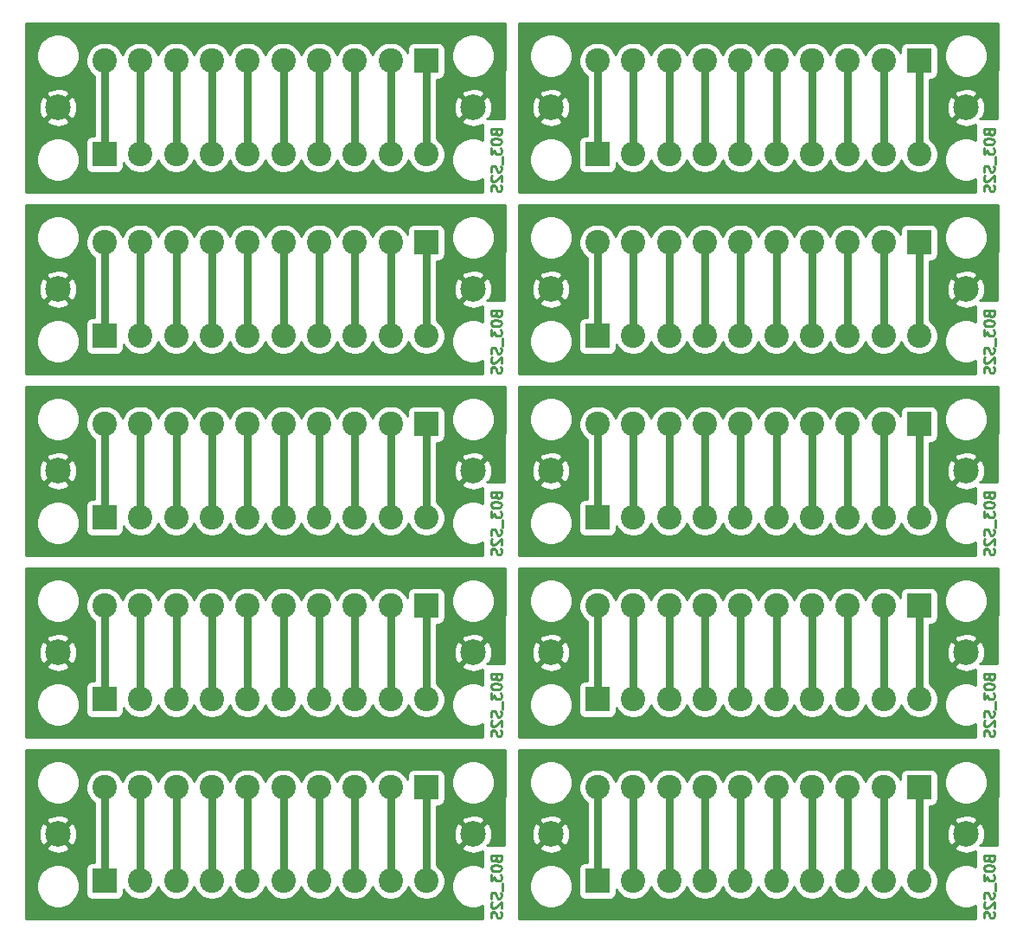
<source format=gbr>
G04 #@! TF.GenerationSoftware,KiCad,Pcbnew,5.1.5-52549c5~86~ubuntu18.04.1*
G04 #@! TF.CreationDate,2020-09-06T15:58:33-05:00*
G04 #@! TF.ProjectId,,58585858-5858-4585-9858-585858585858,rev?*
G04 #@! TF.SameCoordinates,Original*
G04 #@! TF.FileFunction,Copper,L2,Bot*
G04 #@! TF.FilePolarity,Positive*
%FSLAX46Y46*%
G04 Gerber Fmt 4.6, Leading zero omitted, Abs format (unit mm)*
G04 Created by KiCad (PCBNEW 5.1.5-52549c5~86~ubuntu18.04.1) date 2020-09-06 15:58:33*
%MOMM*%
%LPD*%
G04 APERTURE LIST*
%ADD10C,0.250000*%
%ADD11R,2.400000X2.400000*%
%ADD12C,2.400000*%
%ADD13C,2.499360*%
%ADD14C,0.750000*%
%ADD15C,0.254000*%
G04 APERTURE END LIST*
D10*
X172623171Y-120372523D02*
X172670790Y-120515380D01*
X172718409Y-120563000D01*
X172813647Y-120610619D01*
X172956504Y-120610619D01*
X173051742Y-120563000D01*
X173099361Y-120515380D01*
X173146980Y-120420142D01*
X173146980Y-120039190D01*
X172146980Y-120039190D01*
X172146980Y-120372523D01*
X172194600Y-120467761D01*
X172242219Y-120515380D01*
X172337457Y-120563000D01*
X172432695Y-120563000D01*
X172527933Y-120515380D01*
X172575552Y-120467761D01*
X172623171Y-120372523D01*
X172623171Y-120039190D01*
X172146980Y-121229666D02*
X172146980Y-121324904D01*
X172194600Y-121420142D01*
X172242219Y-121467761D01*
X172337457Y-121515380D01*
X172527933Y-121563000D01*
X172766028Y-121563000D01*
X172956504Y-121515380D01*
X173051742Y-121467761D01*
X173099361Y-121420142D01*
X173146980Y-121324904D01*
X173146980Y-121229666D01*
X173099361Y-121134428D01*
X173051742Y-121086809D01*
X172956504Y-121039190D01*
X172766028Y-120991571D01*
X172527933Y-120991571D01*
X172337457Y-121039190D01*
X172242219Y-121086809D01*
X172194600Y-121134428D01*
X172146980Y-121229666D01*
X172146980Y-121896333D02*
X172146980Y-122515380D01*
X172527933Y-122182047D01*
X172527933Y-122324904D01*
X172575552Y-122420142D01*
X172623171Y-122467761D01*
X172718409Y-122515380D01*
X172956504Y-122515380D01*
X173051742Y-122467761D01*
X173099361Y-122420142D01*
X173146980Y-122324904D01*
X173146980Y-122039190D01*
X173099361Y-121943952D01*
X173051742Y-121896333D01*
X173242219Y-122705857D02*
X173242219Y-123467761D01*
X173099361Y-123658238D02*
X173146980Y-123801095D01*
X173146980Y-124039190D01*
X173099361Y-124134428D01*
X173051742Y-124182047D01*
X172956504Y-124229666D01*
X172861266Y-124229666D01*
X172766028Y-124182047D01*
X172718409Y-124134428D01*
X172670790Y-124039190D01*
X172623171Y-123848714D01*
X172575552Y-123753476D01*
X172527933Y-123705857D01*
X172432695Y-123658238D01*
X172337457Y-123658238D01*
X172242219Y-123705857D01*
X172194600Y-123753476D01*
X172146980Y-123848714D01*
X172146980Y-124086809D01*
X172194600Y-124229666D01*
X172242219Y-124610619D02*
X172194600Y-124658238D01*
X172146980Y-124753476D01*
X172146980Y-124991571D01*
X172194600Y-125086809D01*
X172242219Y-125134428D01*
X172337457Y-125182047D01*
X172432695Y-125182047D01*
X172575552Y-125134428D01*
X173146980Y-124563000D01*
X173146980Y-125182047D01*
X173099361Y-125563000D02*
X173146980Y-125705857D01*
X173146980Y-125943952D01*
X173099361Y-126039190D01*
X173051742Y-126086809D01*
X172956504Y-126134428D01*
X172861266Y-126134428D01*
X172766028Y-126086809D01*
X172718409Y-126039190D01*
X172670790Y-125943952D01*
X172623171Y-125753476D01*
X172575552Y-125658238D01*
X172527933Y-125610619D01*
X172432695Y-125563000D01*
X172337457Y-125563000D01*
X172242219Y-125610619D01*
X172194600Y-125658238D01*
X172146980Y-125753476D01*
X172146980Y-125991571D01*
X172194600Y-126134428D01*
X124363171Y-120372523D02*
X124410790Y-120515380D01*
X124458409Y-120563000D01*
X124553647Y-120610619D01*
X124696504Y-120610619D01*
X124791742Y-120563000D01*
X124839361Y-120515380D01*
X124886980Y-120420142D01*
X124886980Y-120039190D01*
X123886980Y-120039190D01*
X123886980Y-120372523D01*
X123934600Y-120467761D01*
X123982219Y-120515380D01*
X124077457Y-120563000D01*
X124172695Y-120563000D01*
X124267933Y-120515380D01*
X124315552Y-120467761D01*
X124363171Y-120372523D01*
X124363171Y-120039190D01*
X123886980Y-121229666D02*
X123886980Y-121324904D01*
X123934600Y-121420142D01*
X123982219Y-121467761D01*
X124077457Y-121515380D01*
X124267933Y-121563000D01*
X124506028Y-121563000D01*
X124696504Y-121515380D01*
X124791742Y-121467761D01*
X124839361Y-121420142D01*
X124886980Y-121324904D01*
X124886980Y-121229666D01*
X124839361Y-121134428D01*
X124791742Y-121086809D01*
X124696504Y-121039190D01*
X124506028Y-120991571D01*
X124267933Y-120991571D01*
X124077457Y-121039190D01*
X123982219Y-121086809D01*
X123934600Y-121134428D01*
X123886980Y-121229666D01*
X123886980Y-121896333D02*
X123886980Y-122515380D01*
X124267933Y-122182047D01*
X124267933Y-122324904D01*
X124315552Y-122420142D01*
X124363171Y-122467761D01*
X124458409Y-122515380D01*
X124696504Y-122515380D01*
X124791742Y-122467761D01*
X124839361Y-122420142D01*
X124886980Y-122324904D01*
X124886980Y-122039190D01*
X124839361Y-121943952D01*
X124791742Y-121896333D01*
X124982219Y-122705857D02*
X124982219Y-123467761D01*
X124839361Y-123658238D02*
X124886980Y-123801095D01*
X124886980Y-124039190D01*
X124839361Y-124134428D01*
X124791742Y-124182047D01*
X124696504Y-124229666D01*
X124601266Y-124229666D01*
X124506028Y-124182047D01*
X124458409Y-124134428D01*
X124410790Y-124039190D01*
X124363171Y-123848714D01*
X124315552Y-123753476D01*
X124267933Y-123705857D01*
X124172695Y-123658238D01*
X124077457Y-123658238D01*
X123982219Y-123705857D01*
X123934600Y-123753476D01*
X123886980Y-123848714D01*
X123886980Y-124086809D01*
X123934600Y-124229666D01*
X123982219Y-124610619D02*
X123934600Y-124658238D01*
X123886980Y-124753476D01*
X123886980Y-124991571D01*
X123934600Y-125086809D01*
X123982219Y-125134428D01*
X124077457Y-125182047D01*
X124172695Y-125182047D01*
X124315552Y-125134428D01*
X124886980Y-124563000D01*
X124886980Y-125182047D01*
X124839361Y-125563000D02*
X124886980Y-125705857D01*
X124886980Y-125943952D01*
X124839361Y-126039190D01*
X124791742Y-126086809D01*
X124696504Y-126134428D01*
X124601266Y-126134428D01*
X124506028Y-126086809D01*
X124458409Y-126039190D01*
X124410790Y-125943952D01*
X124363171Y-125753476D01*
X124315552Y-125658238D01*
X124267933Y-125610619D01*
X124172695Y-125563000D01*
X124077457Y-125563000D01*
X123982219Y-125610619D01*
X123934600Y-125658238D01*
X123886980Y-125753476D01*
X123886980Y-125991571D01*
X123934600Y-126134428D01*
X172623171Y-102592523D02*
X172670790Y-102735380D01*
X172718409Y-102783000D01*
X172813647Y-102830619D01*
X172956504Y-102830619D01*
X173051742Y-102783000D01*
X173099361Y-102735380D01*
X173146980Y-102640142D01*
X173146980Y-102259190D01*
X172146980Y-102259190D01*
X172146980Y-102592523D01*
X172194600Y-102687761D01*
X172242219Y-102735380D01*
X172337457Y-102783000D01*
X172432695Y-102783000D01*
X172527933Y-102735380D01*
X172575552Y-102687761D01*
X172623171Y-102592523D01*
X172623171Y-102259190D01*
X172146980Y-103449666D02*
X172146980Y-103544904D01*
X172194600Y-103640142D01*
X172242219Y-103687761D01*
X172337457Y-103735380D01*
X172527933Y-103783000D01*
X172766028Y-103783000D01*
X172956504Y-103735380D01*
X173051742Y-103687761D01*
X173099361Y-103640142D01*
X173146980Y-103544904D01*
X173146980Y-103449666D01*
X173099361Y-103354428D01*
X173051742Y-103306809D01*
X172956504Y-103259190D01*
X172766028Y-103211571D01*
X172527933Y-103211571D01*
X172337457Y-103259190D01*
X172242219Y-103306809D01*
X172194600Y-103354428D01*
X172146980Y-103449666D01*
X172146980Y-104116333D02*
X172146980Y-104735380D01*
X172527933Y-104402047D01*
X172527933Y-104544904D01*
X172575552Y-104640142D01*
X172623171Y-104687761D01*
X172718409Y-104735380D01*
X172956504Y-104735380D01*
X173051742Y-104687761D01*
X173099361Y-104640142D01*
X173146980Y-104544904D01*
X173146980Y-104259190D01*
X173099361Y-104163952D01*
X173051742Y-104116333D01*
X173242219Y-104925857D02*
X173242219Y-105687761D01*
X173099361Y-105878238D02*
X173146980Y-106021095D01*
X173146980Y-106259190D01*
X173099361Y-106354428D01*
X173051742Y-106402047D01*
X172956504Y-106449666D01*
X172861266Y-106449666D01*
X172766028Y-106402047D01*
X172718409Y-106354428D01*
X172670790Y-106259190D01*
X172623171Y-106068714D01*
X172575552Y-105973476D01*
X172527933Y-105925857D01*
X172432695Y-105878238D01*
X172337457Y-105878238D01*
X172242219Y-105925857D01*
X172194600Y-105973476D01*
X172146980Y-106068714D01*
X172146980Y-106306809D01*
X172194600Y-106449666D01*
X172242219Y-106830619D02*
X172194600Y-106878238D01*
X172146980Y-106973476D01*
X172146980Y-107211571D01*
X172194600Y-107306809D01*
X172242219Y-107354428D01*
X172337457Y-107402047D01*
X172432695Y-107402047D01*
X172575552Y-107354428D01*
X173146980Y-106783000D01*
X173146980Y-107402047D01*
X173099361Y-107783000D02*
X173146980Y-107925857D01*
X173146980Y-108163952D01*
X173099361Y-108259190D01*
X173051742Y-108306809D01*
X172956504Y-108354428D01*
X172861266Y-108354428D01*
X172766028Y-108306809D01*
X172718409Y-108259190D01*
X172670790Y-108163952D01*
X172623171Y-107973476D01*
X172575552Y-107878238D01*
X172527933Y-107830619D01*
X172432695Y-107783000D01*
X172337457Y-107783000D01*
X172242219Y-107830619D01*
X172194600Y-107878238D01*
X172146980Y-107973476D01*
X172146980Y-108211571D01*
X172194600Y-108354428D01*
X124363171Y-102592523D02*
X124410790Y-102735380D01*
X124458409Y-102783000D01*
X124553647Y-102830619D01*
X124696504Y-102830619D01*
X124791742Y-102783000D01*
X124839361Y-102735380D01*
X124886980Y-102640142D01*
X124886980Y-102259190D01*
X123886980Y-102259190D01*
X123886980Y-102592523D01*
X123934600Y-102687761D01*
X123982219Y-102735380D01*
X124077457Y-102783000D01*
X124172695Y-102783000D01*
X124267933Y-102735380D01*
X124315552Y-102687761D01*
X124363171Y-102592523D01*
X124363171Y-102259190D01*
X123886980Y-103449666D02*
X123886980Y-103544904D01*
X123934600Y-103640142D01*
X123982219Y-103687761D01*
X124077457Y-103735380D01*
X124267933Y-103783000D01*
X124506028Y-103783000D01*
X124696504Y-103735380D01*
X124791742Y-103687761D01*
X124839361Y-103640142D01*
X124886980Y-103544904D01*
X124886980Y-103449666D01*
X124839361Y-103354428D01*
X124791742Y-103306809D01*
X124696504Y-103259190D01*
X124506028Y-103211571D01*
X124267933Y-103211571D01*
X124077457Y-103259190D01*
X123982219Y-103306809D01*
X123934600Y-103354428D01*
X123886980Y-103449666D01*
X123886980Y-104116333D02*
X123886980Y-104735380D01*
X124267933Y-104402047D01*
X124267933Y-104544904D01*
X124315552Y-104640142D01*
X124363171Y-104687761D01*
X124458409Y-104735380D01*
X124696504Y-104735380D01*
X124791742Y-104687761D01*
X124839361Y-104640142D01*
X124886980Y-104544904D01*
X124886980Y-104259190D01*
X124839361Y-104163952D01*
X124791742Y-104116333D01*
X124982219Y-104925857D02*
X124982219Y-105687761D01*
X124839361Y-105878238D02*
X124886980Y-106021095D01*
X124886980Y-106259190D01*
X124839361Y-106354428D01*
X124791742Y-106402047D01*
X124696504Y-106449666D01*
X124601266Y-106449666D01*
X124506028Y-106402047D01*
X124458409Y-106354428D01*
X124410790Y-106259190D01*
X124363171Y-106068714D01*
X124315552Y-105973476D01*
X124267933Y-105925857D01*
X124172695Y-105878238D01*
X124077457Y-105878238D01*
X123982219Y-105925857D01*
X123934600Y-105973476D01*
X123886980Y-106068714D01*
X123886980Y-106306809D01*
X123934600Y-106449666D01*
X123982219Y-106830619D02*
X123934600Y-106878238D01*
X123886980Y-106973476D01*
X123886980Y-107211571D01*
X123934600Y-107306809D01*
X123982219Y-107354428D01*
X124077457Y-107402047D01*
X124172695Y-107402047D01*
X124315552Y-107354428D01*
X124886980Y-106783000D01*
X124886980Y-107402047D01*
X124839361Y-107783000D02*
X124886980Y-107925857D01*
X124886980Y-108163952D01*
X124839361Y-108259190D01*
X124791742Y-108306809D01*
X124696504Y-108354428D01*
X124601266Y-108354428D01*
X124506028Y-108306809D01*
X124458409Y-108259190D01*
X124410790Y-108163952D01*
X124363171Y-107973476D01*
X124315552Y-107878238D01*
X124267933Y-107830619D01*
X124172695Y-107783000D01*
X124077457Y-107783000D01*
X123982219Y-107830619D01*
X123934600Y-107878238D01*
X123886980Y-107973476D01*
X123886980Y-108211571D01*
X123934600Y-108354428D01*
X172623171Y-84812523D02*
X172670790Y-84955380D01*
X172718409Y-85003000D01*
X172813647Y-85050619D01*
X172956504Y-85050619D01*
X173051742Y-85003000D01*
X173099361Y-84955380D01*
X173146980Y-84860142D01*
X173146980Y-84479190D01*
X172146980Y-84479190D01*
X172146980Y-84812523D01*
X172194600Y-84907761D01*
X172242219Y-84955380D01*
X172337457Y-85003000D01*
X172432695Y-85003000D01*
X172527933Y-84955380D01*
X172575552Y-84907761D01*
X172623171Y-84812523D01*
X172623171Y-84479190D01*
X172146980Y-85669666D02*
X172146980Y-85764904D01*
X172194600Y-85860142D01*
X172242219Y-85907761D01*
X172337457Y-85955380D01*
X172527933Y-86003000D01*
X172766028Y-86003000D01*
X172956504Y-85955380D01*
X173051742Y-85907761D01*
X173099361Y-85860142D01*
X173146980Y-85764904D01*
X173146980Y-85669666D01*
X173099361Y-85574428D01*
X173051742Y-85526809D01*
X172956504Y-85479190D01*
X172766028Y-85431571D01*
X172527933Y-85431571D01*
X172337457Y-85479190D01*
X172242219Y-85526809D01*
X172194600Y-85574428D01*
X172146980Y-85669666D01*
X172146980Y-86336333D02*
X172146980Y-86955380D01*
X172527933Y-86622047D01*
X172527933Y-86764904D01*
X172575552Y-86860142D01*
X172623171Y-86907761D01*
X172718409Y-86955380D01*
X172956504Y-86955380D01*
X173051742Y-86907761D01*
X173099361Y-86860142D01*
X173146980Y-86764904D01*
X173146980Y-86479190D01*
X173099361Y-86383952D01*
X173051742Y-86336333D01*
X173242219Y-87145857D02*
X173242219Y-87907761D01*
X173099361Y-88098238D02*
X173146980Y-88241095D01*
X173146980Y-88479190D01*
X173099361Y-88574428D01*
X173051742Y-88622047D01*
X172956504Y-88669666D01*
X172861266Y-88669666D01*
X172766028Y-88622047D01*
X172718409Y-88574428D01*
X172670790Y-88479190D01*
X172623171Y-88288714D01*
X172575552Y-88193476D01*
X172527933Y-88145857D01*
X172432695Y-88098238D01*
X172337457Y-88098238D01*
X172242219Y-88145857D01*
X172194600Y-88193476D01*
X172146980Y-88288714D01*
X172146980Y-88526809D01*
X172194600Y-88669666D01*
X172242219Y-89050619D02*
X172194600Y-89098238D01*
X172146980Y-89193476D01*
X172146980Y-89431571D01*
X172194600Y-89526809D01*
X172242219Y-89574428D01*
X172337457Y-89622047D01*
X172432695Y-89622047D01*
X172575552Y-89574428D01*
X173146980Y-89003000D01*
X173146980Y-89622047D01*
X173099361Y-90003000D02*
X173146980Y-90145857D01*
X173146980Y-90383952D01*
X173099361Y-90479190D01*
X173051742Y-90526809D01*
X172956504Y-90574428D01*
X172861266Y-90574428D01*
X172766028Y-90526809D01*
X172718409Y-90479190D01*
X172670790Y-90383952D01*
X172623171Y-90193476D01*
X172575552Y-90098238D01*
X172527933Y-90050619D01*
X172432695Y-90003000D01*
X172337457Y-90003000D01*
X172242219Y-90050619D01*
X172194600Y-90098238D01*
X172146980Y-90193476D01*
X172146980Y-90431571D01*
X172194600Y-90574428D01*
X124363171Y-84812523D02*
X124410790Y-84955380D01*
X124458409Y-85003000D01*
X124553647Y-85050619D01*
X124696504Y-85050619D01*
X124791742Y-85003000D01*
X124839361Y-84955380D01*
X124886980Y-84860142D01*
X124886980Y-84479190D01*
X123886980Y-84479190D01*
X123886980Y-84812523D01*
X123934600Y-84907761D01*
X123982219Y-84955380D01*
X124077457Y-85003000D01*
X124172695Y-85003000D01*
X124267933Y-84955380D01*
X124315552Y-84907761D01*
X124363171Y-84812523D01*
X124363171Y-84479190D01*
X123886980Y-85669666D02*
X123886980Y-85764904D01*
X123934600Y-85860142D01*
X123982219Y-85907761D01*
X124077457Y-85955380D01*
X124267933Y-86003000D01*
X124506028Y-86003000D01*
X124696504Y-85955380D01*
X124791742Y-85907761D01*
X124839361Y-85860142D01*
X124886980Y-85764904D01*
X124886980Y-85669666D01*
X124839361Y-85574428D01*
X124791742Y-85526809D01*
X124696504Y-85479190D01*
X124506028Y-85431571D01*
X124267933Y-85431571D01*
X124077457Y-85479190D01*
X123982219Y-85526809D01*
X123934600Y-85574428D01*
X123886980Y-85669666D01*
X123886980Y-86336333D02*
X123886980Y-86955380D01*
X124267933Y-86622047D01*
X124267933Y-86764904D01*
X124315552Y-86860142D01*
X124363171Y-86907761D01*
X124458409Y-86955380D01*
X124696504Y-86955380D01*
X124791742Y-86907761D01*
X124839361Y-86860142D01*
X124886980Y-86764904D01*
X124886980Y-86479190D01*
X124839361Y-86383952D01*
X124791742Y-86336333D01*
X124982219Y-87145857D02*
X124982219Y-87907761D01*
X124839361Y-88098238D02*
X124886980Y-88241095D01*
X124886980Y-88479190D01*
X124839361Y-88574428D01*
X124791742Y-88622047D01*
X124696504Y-88669666D01*
X124601266Y-88669666D01*
X124506028Y-88622047D01*
X124458409Y-88574428D01*
X124410790Y-88479190D01*
X124363171Y-88288714D01*
X124315552Y-88193476D01*
X124267933Y-88145857D01*
X124172695Y-88098238D01*
X124077457Y-88098238D01*
X123982219Y-88145857D01*
X123934600Y-88193476D01*
X123886980Y-88288714D01*
X123886980Y-88526809D01*
X123934600Y-88669666D01*
X123982219Y-89050619D02*
X123934600Y-89098238D01*
X123886980Y-89193476D01*
X123886980Y-89431571D01*
X123934600Y-89526809D01*
X123982219Y-89574428D01*
X124077457Y-89622047D01*
X124172695Y-89622047D01*
X124315552Y-89574428D01*
X124886980Y-89003000D01*
X124886980Y-89622047D01*
X124839361Y-90003000D02*
X124886980Y-90145857D01*
X124886980Y-90383952D01*
X124839361Y-90479190D01*
X124791742Y-90526809D01*
X124696504Y-90574428D01*
X124601266Y-90574428D01*
X124506028Y-90526809D01*
X124458409Y-90479190D01*
X124410790Y-90383952D01*
X124363171Y-90193476D01*
X124315552Y-90098238D01*
X124267933Y-90050619D01*
X124172695Y-90003000D01*
X124077457Y-90003000D01*
X123982219Y-90050619D01*
X123934600Y-90098238D01*
X123886980Y-90193476D01*
X123886980Y-90431571D01*
X123934600Y-90574428D01*
X172623171Y-67032523D02*
X172670790Y-67175380D01*
X172718409Y-67223000D01*
X172813647Y-67270619D01*
X172956504Y-67270619D01*
X173051742Y-67223000D01*
X173099361Y-67175380D01*
X173146980Y-67080142D01*
X173146980Y-66699190D01*
X172146980Y-66699190D01*
X172146980Y-67032523D01*
X172194600Y-67127761D01*
X172242219Y-67175380D01*
X172337457Y-67223000D01*
X172432695Y-67223000D01*
X172527933Y-67175380D01*
X172575552Y-67127761D01*
X172623171Y-67032523D01*
X172623171Y-66699190D01*
X172146980Y-67889666D02*
X172146980Y-67984904D01*
X172194600Y-68080142D01*
X172242219Y-68127761D01*
X172337457Y-68175380D01*
X172527933Y-68223000D01*
X172766028Y-68223000D01*
X172956504Y-68175380D01*
X173051742Y-68127761D01*
X173099361Y-68080142D01*
X173146980Y-67984904D01*
X173146980Y-67889666D01*
X173099361Y-67794428D01*
X173051742Y-67746809D01*
X172956504Y-67699190D01*
X172766028Y-67651571D01*
X172527933Y-67651571D01*
X172337457Y-67699190D01*
X172242219Y-67746809D01*
X172194600Y-67794428D01*
X172146980Y-67889666D01*
X172146980Y-68556333D02*
X172146980Y-69175380D01*
X172527933Y-68842047D01*
X172527933Y-68984904D01*
X172575552Y-69080142D01*
X172623171Y-69127761D01*
X172718409Y-69175380D01*
X172956504Y-69175380D01*
X173051742Y-69127761D01*
X173099361Y-69080142D01*
X173146980Y-68984904D01*
X173146980Y-68699190D01*
X173099361Y-68603952D01*
X173051742Y-68556333D01*
X173242219Y-69365857D02*
X173242219Y-70127761D01*
X173099361Y-70318238D02*
X173146980Y-70461095D01*
X173146980Y-70699190D01*
X173099361Y-70794428D01*
X173051742Y-70842047D01*
X172956504Y-70889666D01*
X172861266Y-70889666D01*
X172766028Y-70842047D01*
X172718409Y-70794428D01*
X172670790Y-70699190D01*
X172623171Y-70508714D01*
X172575552Y-70413476D01*
X172527933Y-70365857D01*
X172432695Y-70318238D01*
X172337457Y-70318238D01*
X172242219Y-70365857D01*
X172194600Y-70413476D01*
X172146980Y-70508714D01*
X172146980Y-70746809D01*
X172194600Y-70889666D01*
X172242219Y-71270619D02*
X172194600Y-71318238D01*
X172146980Y-71413476D01*
X172146980Y-71651571D01*
X172194600Y-71746809D01*
X172242219Y-71794428D01*
X172337457Y-71842047D01*
X172432695Y-71842047D01*
X172575552Y-71794428D01*
X173146980Y-71223000D01*
X173146980Y-71842047D01*
X173099361Y-72223000D02*
X173146980Y-72365857D01*
X173146980Y-72603952D01*
X173099361Y-72699190D01*
X173051742Y-72746809D01*
X172956504Y-72794428D01*
X172861266Y-72794428D01*
X172766028Y-72746809D01*
X172718409Y-72699190D01*
X172670790Y-72603952D01*
X172623171Y-72413476D01*
X172575552Y-72318238D01*
X172527933Y-72270619D01*
X172432695Y-72223000D01*
X172337457Y-72223000D01*
X172242219Y-72270619D01*
X172194600Y-72318238D01*
X172146980Y-72413476D01*
X172146980Y-72651571D01*
X172194600Y-72794428D01*
X124363171Y-67032523D02*
X124410790Y-67175380D01*
X124458409Y-67223000D01*
X124553647Y-67270619D01*
X124696504Y-67270619D01*
X124791742Y-67223000D01*
X124839361Y-67175380D01*
X124886980Y-67080142D01*
X124886980Y-66699190D01*
X123886980Y-66699190D01*
X123886980Y-67032523D01*
X123934600Y-67127761D01*
X123982219Y-67175380D01*
X124077457Y-67223000D01*
X124172695Y-67223000D01*
X124267933Y-67175380D01*
X124315552Y-67127761D01*
X124363171Y-67032523D01*
X124363171Y-66699190D01*
X123886980Y-67889666D02*
X123886980Y-67984904D01*
X123934600Y-68080142D01*
X123982219Y-68127761D01*
X124077457Y-68175380D01*
X124267933Y-68223000D01*
X124506028Y-68223000D01*
X124696504Y-68175380D01*
X124791742Y-68127761D01*
X124839361Y-68080142D01*
X124886980Y-67984904D01*
X124886980Y-67889666D01*
X124839361Y-67794428D01*
X124791742Y-67746809D01*
X124696504Y-67699190D01*
X124506028Y-67651571D01*
X124267933Y-67651571D01*
X124077457Y-67699190D01*
X123982219Y-67746809D01*
X123934600Y-67794428D01*
X123886980Y-67889666D01*
X123886980Y-68556333D02*
X123886980Y-69175380D01*
X124267933Y-68842047D01*
X124267933Y-68984904D01*
X124315552Y-69080142D01*
X124363171Y-69127761D01*
X124458409Y-69175380D01*
X124696504Y-69175380D01*
X124791742Y-69127761D01*
X124839361Y-69080142D01*
X124886980Y-68984904D01*
X124886980Y-68699190D01*
X124839361Y-68603952D01*
X124791742Y-68556333D01*
X124982219Y-69365857D02*
X124982219Y-70127761D01*
X124839361Y-70318238D02*
X124886980Y-70461095D01*
X124886980Y-70699190D01*
X124839361Y-70794428D01*
X124791742Y-70842047D01*
X124696504Y-70889666D01*
X124601266Y-70889666D01*
X124506028Y-70842047D01*
X124458409Y-70794428D01*
X124410790Y-70699190D01*
X124363171Y-70508714D01*
X124315552Y-70413476D01*
X124267933Y-70365857D01*
X124172695Y-70318238D01*
X124077457Y-70318238D01*
X123982219Y-70365857D01*
X123934600Y-70413476D01*
X123886980Y-70508714D01*
X123886980Y-70746809D01*
X123934600Y-70889666D01*
X123982219Y-71270619D02*
X123934600Y-71318238D01*
X123886980Y-71413476D01*
X123886980Y-71651571D01*
X123934600Y-71746809D01*
X123982219Y-71794428D01*
X124077457Y-71842047D01*
X124172695Y-71842047D01*
X124315552Y-71794428D01*
X124886980Y-71223000D01*
X124886980Y-71842047D01*
X124839361Y-72223000D02*
X124886980Y-72365857D01*
X124886980Y-72603952D01*
X124839361Y-72699190D01*
X124791742Y-72746809D01*
X124696504Y-72794428D01*
X124601266Y-72794428D01*
X124506028Y-72746809D01*
X124458409Y-72699190D01*
X124410790Y-72603952D01*
X124363171Y-72413476D01*
X124315552Y-72318238D01*
X124267933Y-72270619D01*
X124172695Y-72223000D01*
X124077457Y-72223000D01*
X123982219Y-72270619D01*
X123934600Y-72318238D01*
X123886980Y-72413476D01*
X123886980Y-72651571D01*
X123934600Y-72794428D01*
X172623171Y-49252523D02*
X172670790Y-49395380D01*
X172718409Y-49443000D01*
X172813647Y-49490619D01*
X172956504Y-49490619D01*
X173051742Y-49443000D01*
X173099361Y-49395380D01*
X173146980Y-49300142D01*
X173146980Y-48919190D01*
X172146980Y-48919190D01*
X172146980Y-49252523D01*
X172194600Y-49347761D01*
X172242219Y-49395380D01*
X172337457Y-49443000D01*
X172432695Y-49443000D01*
X172527933Y-49395380D01*
X172575552Y-49347761D01*
X172623171Y-49252523D01*
X172623171Y-48919190D01*
X172146980Y-50109666D02*
X172146980Y-50204904D01*
X172194600Y-50300142D01*
X172242219Y-50347761D01*
X172337457Y-50395380D01*
X172527933Y-50443000D01*
X172766028Y-50443000D01*
X172956504Y-50395380D01*
X173051742Y-50347761D01*
X173099361Y-50300142D01*
X173146980Y-50204904D01*
X173146980Y-50109666D01*
X173099361Y-50014428D01*
X173051742Y-49966809D01*
X172956504Y-49919190D01*
X172766028Y-49871571D01*
X172527933Y-49871571D01*
X172337457Y-49919190D01*
X172242219Y-49966809D01*
X172194600Y-50014428D01*
X172146980Y-50109666D01*
X172146980Y-50776333D02*
X172146980Y-51395380D01*
X172527933Y-51062047D01*
X172527933Y-51204904D01*
X172575552Y-51300142D01*
X172623171Y-51347761D01*
X172718409Y-51395380D01*
X172956504Y-51395380D01*
X173051742Y-51347761D01*
X173099361Y-51300142D01*
X173146980Y-51204904D01*
X173146980Y-50919190D01*
X173099361Y-50823952D01*
X173051742Y-50776333D01*
X173242219Y-51585857D02*
X173242219Y-52347761D01*
X173099361Y-52538238D02*
X173146980Y-52681095D01*
X173146980Y-52919190D01*
X173099361Y-53014428D01*
X173051742Y-53062047D01*
X172956504Y-53109666D01*
X172861266Y-53109666D01*
X172766028Y-53062047D01*
X172718409Y-53014428D01*
X172670790Y-52919190D01*
X172623171Y-52728714D01*
X172575552Y-52633476D01*
X172527933Y-52585857D01*
X172432695Y-52538238D01*
X172337457Y-52538238D01*
X172242219Y-52585857D01*
X172194600Y-52633476D01*
X172146980Y-52728714D01*
X172146980Y-52966809D01*
X172194600Y-53109666D01*
X172242219Y-53490619D02*
X172194600Y-53538238D01*
X172146980Y-53633476D01*
X172146980Y-53871571D01*
X172194600Y-53966809D01*
X172242219Y-54014428D01*
X172337457Y-54062047D01*
X172432695Y-54062047D01*
X172575552Y-54014428D01*
X173146980Y-53443000D01*
X173146980Y-54062047D01*
X173099361Y-54443000D02*
X173146980Y-54585857D01*
X173146980Y-54823952D01*
X173099361Y-54919190D01*
X173051742Y-54966809D01*
X172956504Y-55014428D01*
X172861266Y-55014428D01*
X172766028Y-54966809D01*
X172718409Y-54919190D01*
X172670790Y-54823952D01*
X172623171Y-54633476D01*
X172575552Y-54538238D01*
X172527933Y-54490619D01*
X172432695Y-54443000D01*
X172337457Y-54443000D01*
X172242219Y-54490619D01*
X172194600Y-54538238D01*
X172146980Y-54633476D01*
X172146980Y-54871571D01*
X172194600Y-55014428D01*
X124363171Y-49252523D02*
X124410790Y-49395380D01*
X124458409Y-49443000D01*
X124553647Y-49490619D01*
X124696504Y-49490619D01*
X124791742Y-49443000D01*
X124839361Y-49395380D01*
X124886980Y-49300142D01*
X124886980Y-48919190D01*
X123886980Y-48919190D01*
X123886980Y-49252523D01*
X123934600Y-49347761D01*
X123982219Y-49395380D01*
X124077457Y-49443000D01*
X124172695Y-49443000D01*
X124267933Y-49395380D01*
X124315552Y-49347761D01*
X124363171Y-49252523D01*
X124363171Y-48919190D01*
X123886980Y-50109666D02*
X123886980Y-50204904D01*
X123934600Y-50300142D01*
X123982219Y-50347761D01*
X124077457Y-50395380D01*
X124267933Y-50443000D01*
X124506028Y-50443000D01*
X124696504Y-50395380D01*
X124791742Y-50347761D01*
X124839361Y-50300142D01*
X124886980Y-50204904D01*
X124886980Y-50109666D01*
X124839361Y-50014428D01*
X124791742Y-49966809D01*
X124696504Y-49919190D01*
X124506028Y-49871571D01*
X124267933Y-49871571D01*
X124077457Y-49919190D01*
X123982219Y-49966809D01*
X123934600Y-50014428D01*
X123886980Y-50109666D01*
X123886980Y-50776333D02*
X123886980Y-51395380D01*
X124267933Y-51062047D01*
X124267933Y-51204904D01*
X124315552Y-51300142D01*
X124363171Y-51347761D01*
X124458409Y-51395380D01*
X124696504Y-51395380D01*
X124791742Y-51347761D01*
X124839361Y-51300142D01*
X124886980Y-51204904D01*
X124886980Y-50919190D01*
X124839361Y-50823952D01*
X124791742Y-50776333D01*
X124982219Y-51585857D02*
X124982219Y-52347761D01*
X124839361Y-52538238D02*
X124886980Y-52681095D01*
X124886980Y-52919190D01*
X124839361Y-53014428D01*
X124791742Y-53062047D01*
X124696504Y-53109666D01*
X124601266Y-53109666D01*
X124506028Y-53062047D01*
X124458409Y-53014428D01*
X124410790Y-52919190D01*
X124363171Y-52728714D01*
X124315552Y-52633476D01*
X124267933Y-52585857D01*
X124172695Y-52538238D01*
X124077457Y-52538238D01*
X123982219Y-52585857D01*
X123934600Y-52633476D01*
X123886980Y-52728714D01*
X123886980Y-52966809D01*
X123934600Y-53109666D01*
X123982219Y-53490619D02*
X123934600Y-53538238D01*
X123886980Y-53633476D01*
X123886980Y-53871571D01*
X123934600Y-53966809D01*
X123982219Y-54014428D01*
X124077457Y-54062047D01*
X124172695Y-54062047D01*
X124315552Y-54014428D01*
X124886980Y-53443000D01*
X124886980Y-54062047D01*
X124839361Y-54443000D02*
X124886980Y-54585857D01*
X124886980Y-54823952D01*
X124839361Y-54919190D01*
X124791742Y-54966809D01*
X124696504Y-55014428D01*
X124601266Y-55014428D01*
X124506028Y-54966809D01*
X124458409Y-54919190D01*
X124410790Y-54823952D01*
X124363171Y-54633476D01*
X124315552Y-54538238D01*
X124267933Y-54490619D01*
X124172695Y-54443000D01*
X124077457Y-54443000D01*
X123982219Y-54490619D01*
X123934600Y-54538238D01*
X123886980Y-54633476D01*
X123886980Y-54871571D01*
X123934600Y-55014428D01*
D11*
X165798000Y-113360200D03*
D12*
X162298000Y-113360200D03*
X158798000Y-113360200D03*
X155298000Y-113360200D03*
X151798000Y-113360200D03*
X148298000Y-113360200D03*
X144798000Y-113360200D03*
X141298000Y-113360200D03*
X137798000Y-113360200D03*
X134298000Y-113360200D03*
D11*
X117538000Y-113360200D03*
D12*
X114038000Y-113360200D03*
X110538000Y-113360200D03*
X107038000Y-113360200D03*
X103538000Y-113360200D03*
X100038000Y-113360200D03*
X96538000Y-113360200D03*
X93038000Y-113360200D03*
X89538000Y-113360200D03*
X86038000Y-113360200D03*
D11*
X165798000Y-95580200D03*
D12*
X162298000Y-95580200D03*
X158798000Y-95580200D03*
X155298000Y-95580200D03*
X151798000Y-95580200D03*
X148298000Y-95580200D03*
X144798000Y-95580200D03*
X141298000Y-95580200D03*
X137798000Y-95580200D03*
X134298000Y-95580200D03*
D11*
X117538000Y-95580200D03*
D12*
X114038000Y-95580200D03*
X110538000Y-95580200D03*
X107038000Y-95580200D03*
X103538000Y-95580200D03*
X100038000Y-95580200D03*
X96538000Y-95580200D03*
X93038000Y-95580200D03*
X89538000Y-95580200D03*
X86038000Y-95580200D03*
D11*
X165798000Y-77800200D03*
D12*
X162298000Y-77800200D03*
X158798000Y-77800200D03*
X155298000Y-77800200D03*
X151798000Y-77800200D03*
X148298000Y-77800200D03*
X144798000Y-77800200D03*
X141298000Y-77800200D03*
X137798000Y-77800200D03*
X134298000Y-77800200D03*
D11*
X117538000Y-77800200D03*
D12*
X114038000Y-77800200D03*
X110538000Y-77800200D03*
X107038000Y-77800200D03*
X103538000Y-77800200D03*
X100038000Y-77800200D03*
X96538000Y-77800200D03*
X93038000Y-77800200D03*
X89538000Y-77800200D03*
X86038000Y-77800200D03*
D11*
X165798000Y-60020200D03*
D12*
X162298000Y-60020200D03*
X158798000Y-60020200D03*
X155298000Y-60020200D03*
X151798000Y-60020200D03*
X148298000Y-60020200D03*
X144798000Y-60020200D03*
X141298000Y-60020200D03*
X137798000Y-60020200D03*
X134298000Y-60020200D03*
D11*
X117538000Y-60020200D03*
D12*
X114038000Y-60020200D03*
X110538000Y-60020200D03*
X107038000Y-60020200D03*
X103538000Y-60020200D03*
X100038000Y-60020200D03*
X96538000Y-60020200D03*
X93038000Y-60020200D03*
X89538000Y-60020200D03*
X86038000Y-60020200D03*
D11*
X165798000Y-42240200D03*
D12*
X162298000Y-42240200D03*
X158798000Y-42240200D03*
X155298000Y-42240200D03*
X151798000Y-42240200D03*
X148298000Y-42240200D03*
X144798000Y-42240200D03*
X141298000Y-42240200D03*
X137798000Y-42240200D03*
X134298000Y-42240200D03*
D13*
X129728000Y-117942400D03*
X81468000Y-117942400D03*
X129728000Y-100162400D03*
X81468000Y-100162400D03*
X129728000Y-82382400D03*
X81468000Y-82382400D03*
X129728000Y-64602400D03*
X81468000Y-64602400D03*
X129728000Y-46822400D03*
X170368000Y-117942400D03*
X122108000Y-117942400D03*
X170368000Y-100162400D03*
X122108000Y-100162400D03*
X170368000Y-82382400D03*
X122108000Y-82382400D03*
X170368000Y-64602400D03*
X122108000Y-64602400D03*
X170368000Y-46822400D03*
D11*
X134298000Y-122524600D03*
D12*
X137798000Y-122524600D03*
X141298000Y-122524600D03*
X144798000Y-122524600D03*
X148298000Y-122524600D03*
X151798000Y-122524600D03*
X155298000Y-122524600D03*
X158798000Y-122524600D03*
X162298000Y-122524600D03*
X165798000Y-122524600D03*
D11*
X86038000Y-122524600D03*
D12*
X89538000Y-122524600D03*
X93038000Y-122524600D03*
X96538000Y-122524600D03*
X100038000Y-122524600D03*
X103538000Y-122524600D03*
X107038000Y-122524600D03*
X110538000Y-122524600D03*
X114038000Y-122524600D03*
X117538000Y-122524600D03*
D11*
X134298000Y-104744600D03*
D12*
X137798000Y-104744600D03*
X141298000Y-104744600D03*
X144798000Y-104744600D03*
X148298000Y-104744600D03*
X151798000Y-104744600D03*
X155298000Y-104744600D03*
X158798000Y-104744600D03*
X162298000Y-104744600D03*
X165798000Y-104744600D03*
D11*
X86038000Y-104744600D03*
D12*
X89538000Y-104744600D03*
X93038000Y-104744600D03*
X96538000Y-104744600D03*
X100038000Y-104744600D03*
X103538000Y-104744600D03*
X107038000Y-104744600D03*
X110538000Y-104744600D03*
X114038000Y-104744600D03*
X117538000Y-104744600D03*
D11*
X134298000Y-86964600D03*
D12*
X137798000Y-86964600D03*
X141298000Y-86964600D03*
X144798000Y-86964600D03*
X148298000Y-86964600D03*
X151798000Y-86964600D03*
X155298000Y-86964600D03*
X158798000Y-86964600D03*
X162298000Y-86964600D03*
X165798000Y-86964600D03*
D11*
X86038000Y-86964600D03*
D12*
X89538000Y-86964600D03*
X93038000Y-86964600D03*
X96538000Y-86964600D03*
X100038000Y-86964600D03*
X103538000Y-86964600D03*
X107038000Y-86964600D03*
X110538000Y-86964600D03*
X114038000Y-86964600D03*
X117538000Y-86964600D03*
D11*
X134298000Y-69184600D03*
D12*
X137798000Y-69184600D03*
X141298000Y-69184600D03*
X144798000Y-69184600D03*
X148298000Y-69184600D03*
X151798000Y-69184600D03*
X155298000Y-69184600D03*
X158798000Y-69184600D03*
X162298000Y-69184600D03*
X165798000Y-69184600D03*
D11*
X86038000Y-69184600D03*
D12*
X89538000Y-69184600D03*
X93038000Y-69184600D03*
X96538000Y-69184600D03*
X100038000Y-69184600D03*
X103538000Y-69184600D03*
X107038000Y-69184600D03*
X110538000Y-69184600D03*
X114038000Y-69184600D03*
X117538000Y-69184600D03*
D11*
X134298000Y-51404600D03*
D12*
X137798000Y-51404600D03*
X141298000Y-51404600D03*
X144798000Y-51404600D03*
X148298000Y-51404600D03*
X151798000Y-51404600D03*
X155298000Y-51404600D03*
X158798000Y-51404600D03*
X162298000Y-51404600D03*
X165798000Y-51404600D03*
X86038000Y-42240200D03*
X89538000Y-42240200D03*
X93038000Y-42240200D03*
X96538000Y-42240200D03*
X100038000Y-42240200D03*
X103538000Y-42240200D03*
X107038000Y-42240200D03*
X110538000Y-42240200D03*
X114038000Y-42240200D03*
D11*
X117538000Y-42240200D03*
D12*
X117538000Y-51404600D03*
X114038000Y-51404600D03*
X110538000Y-51404600D03*
X107038000Y-51404600D03*
X103538000Y-51404600D03*
X100038000Y-51404600D03*
X96538000Y-51404600D03*
X93038000Y-51404600D03*
X89538000Y-51404600D03*
D11*
X86038000Y-51404600D03*
D13*
X122108000Y-46822400D03*
X81468000Y-46822400D03*
D14*
X117538000Y-42240200D02*
X117538000Y-51404600D01*
X165798000Y-42240200D02*
X165798000Y-51404600D01*
X117538000Y-60020200D02*
X117538000Y-69184600D01*
X165798000Y-60020200D02*
X165798000Y-69184600D01*
X117538000Y-77800200D02*
X117538000Y-86964600D01*
X165798000Y-77800200D02*
X165798000Y-86964600D01*
X117538000Y-95580200D02*
X117538000Y-104744600D01*
X165798000Y-95580200D02*
X165798000Y-104744600D01*
X117538000Y-113360200D02*
X117538000Y-122524600D01*
X165798000Y-113360200D02*
X165798000Y-122524600D01*
X114038000Y-43937256D02*
X114038000Y-51404600D01*
X114038000Y-42240200D02*
X114038000Y-43937256D01*
X162298000Y-43937256D02*
X162298000Y-51404600D01*
X114038000Y-61717256D02*
X114038000Y-69184600D01*
X162298000Y-61717256D02*
X162298000Y-69184600D01*
X114038000Y-79497256D02*
X114038000Y-86964600D01*
X162298000Y-79497256D02*
X162298000Y-86964600D01*
X114038000Y-97277256D02*
X114038000Y-104744600D01*
X162298000Y-97277256D02*
X162298000Y-104744600D01*
X114038000Y-115057256D02*
X114038000Y-122524600D01*
X162298000Y-115057256D02*
X162298000Y-122524600D01*
X162298000Y-42240200D02*
X162298000Y-43937256D01*
X114038000Y-60020200D02*
X114038000Y-61717256D01*
X162298000Y-60020200D02*
X162298000Y-61717256D01*
X114038000Y-77800200D02*
X114038000Y-79497256D01*
X162298000Y-77800200D02*
X162298000Y-79497256D01*
X114038000Y-95580200D02*
X114038000Y-97277256D01*
X162298000Y-95580200D02*
X162298000Y-97277256D01*
X114038000Y-113360200D02*
X114038000Y-115057256D01*
X162298000Y-113360200D02*
X162298000Y-115057256D01*
X110538000Y-42240200D02*
X110538000Y-51404600D01*
X158798000Y-42240200D02*
X158798000Y-51404600D01*
X110538000Y-60020200D02*
X110538000Y-69184600D01*
X158798000Y-60020200D02*
X158798000Y-69184600D01*
X110538000Y-77800200D02*
X110538000Y-86964600D01*
X158798000Y-77800200D02*
X158798000Y-86964600D01*
X110538000Y-95580200D02*
X110538000Y-104744600D01*
X158798000Y-95580200D02*
X158798000Y-104744600D01*
X110538000Y-113360200D02*
X110538000Y-122524600D01*
X158798000Y-113360200D02*
X158798000Y-122524600D01*
X107038000Y-42240200D02*
X107038000Y-51404600D01*
X155298000Y-42240200D02*
X155298000Y-51404600D01*
X107038000Y-60020200D02*
X107038000Y-69184600D01*
X155298000Y-60020200D02*
X155298000Y-69184600D01*
X107038000Y-77800200D02*
X107038000Y-86964600D01*
X155298000Y-77800200D02*
X155298000Y-86964600D01*
X107038000Y-95580200D02*
X107038000Y-104744600D01*
X155298000Y-95580200D02*
X155298000Y-104744600D01*
X107038000Y-113360200D02*
X107038000Y-122524600D01*
X155298000Y-113360200D02*
X155298000Y-122524600D01*
X103538000Y-42240200D02*
X103538000Y-51404600D01*
X151798000Y-42240200D02*
X151798000Y-51404600D01*
X103538000Y-60020200D02*
X103538000Y-69184600D01*
X151798000Y-60020200D02*
X151798000Y-69184600D01*
X103538000Y-77800200D02*
X103538000Y-86964600D01*
X151798000Y-77800200D02*
X151798000Y-86964600D01*
X103538000Y-95580200D02*
X103538000Y-104744600D01*
X151798000Y-95580200D02*
X151798000Y-104744600D01*
X103538000Y-113360200D02*
X103538000Y-122524600D01*
X151798000Y-113360200D02*
X151798000Y-122524600D01*
X100038000Y-42240200D02*
X100038000Y-51404600D01*
X148298000Y-42240200D02*
X148298000Y-51404600D01*
X100038000Y-60020200D02*
X100038000Y-69184600D01*
X148298000Y-60020200D02*
X148298000Y-69184600D01*
X100038000Y-77800200D02*
X100038000Y-86964600D01*
X148298000Y-77800200D02*
X148298000Y-86964600D01*
X100038000Y-95580200D02*
X100038000Y-104744600D01*
X148298000Y-95580200D02*
X148298000Y-104744600D01*
X100038000Y-113360200D02*
X100038000Y-122524600D01*
X148298000Y-113360200D02*
X148298000Y-122524600D01*
X96538000Y-42240200D02*
X96538000Y-51404600D01*
X144798000Y-42240200D02*
X144798000Y-51404600D01*
X96538000Y-60020200D02*
X96538000Y-69184600D01*
X144798000Y-60020200D02*
X144798000Y-69184600D01*
X96538000Y-77800200D02*
X96538000Y-86964600D01*
X144798000Y-77800200D02*
X144798000Y-86964600D01*
X96538000Y-95580200D02*
X96538000Y-104744600D01*
X144798000Y-95580200D02*
X144798000Y-104744600D01*
X96538000Y-113360200D02*
X96538000Y-122524600D01*
X144798000Y-113360200D02*
X144798000Y-122524600D01*
X93038000Y-42240200D02*
X93038000Y-51404600D01*
X141298000Y-42240200D02*
X141298000Y-51404600D01*
X93038000Y-60020200D02*
X93038000Y-69184600D01*
X141298000Y-60020200D02*
X141298000Y-69184600D01*
X93038000Y-77800200D02*
X93038000Y-86964600D01*
X141298000Y-77800200D02*
X141298000Y-86964600D01*
X93038000Y-95580200D02*
X93038000Y-104744600D01*
X141298000Y-95580200D02*
X141298000Y-104744600D01*
X93038000Y-113360200D02*
X93038000Y-122524600D01*
X141298000Y-113360200D02*
X141298000Y-122524600D01*
X89538000Y-42240200D02*
X89538000Y-51404600D01*
X137798000Y-42240200D02*
X137798000Y-51404600D01*
X89538000Y-60020200D02*
X89538000Y-69184600D01*
X137798000Y-60020200D02*
X137798000Y-69184600D01*
X89538000Y-77800200D02*
X89538000Y-86964600D01*
X137798000Y-77800200D02*
X137798000Y-86964600D01*
X89538000Y-95580200D02*
X89538000Y-104744600D01*
X137798000Y-95580200D02*
X137798000Y-104744600D01*
X89538000Y-113360200D02*
X89538000Y-122524600D01*
X137798000Y-113360200D02*
X137798000Y-122524600D01*
X86038000Y-42240200D02*
X86038000Y-51404600D01*
X134298000Y-42240200D02*
X134298000Y-51404600D01*
X86038000Y-60020200D02*
X86038000Y-69184600D01*
X134298000Y-60020200D02*
X134298000Y-69184600D01*
X86038000Y-77800200D02*
X86038000Y-86964600D01*
X134298000Y-77800200D02*
X134298000Y-86964600D01*
X86038000Y-95580200D02*
X86038000Y-104744600D01*
X134298000Y-95580200D02*
X134298000Y-104744600D01*
X86038000Y-113360200D02*
X86038000Y-122524600D01*
X134298000Y-113360200D02*
X134298000Y-122524600D01*
D15*
G36*
X125207554Y-47921095D02*
G01*
X123502170Y-47921095D01*
X123711315Y-47830296D01*
X123877139Y-47498138D01*
X123974975Y-47140013D01*
X124001065Y-46769681D01*
X123954405Y-46401375D01*
X123836789Y-46049249D01*
X123711315Y-45814504D01*
X123421377Y-45688629D01*
X122287605Y-46822400D01*
X122301748Y-46836542D01*
X122122142Y-47016148D01*
X122108000Y-47002005D01*
X120974229Y-48135777D01*
X121100104Y-48425715D01*
X121432262Y-48591539D01*
X121790387Y-48689375D01*
X122160719Y-48715465D01*
X122529025Y-48668805D01*
X122881151Y-48551189D01*
X123017100Y-48478523D01*
X123017100Y-49968055D01*
X122730756Y-49849447D01*
X122318279Y-49767400D01*
X121897721Y-49767400D01*
X121485244Y-49849447D01*
X121096698Y-50010388D01*
X120747017Y-50244037D01*
X120449637Y-50541417D01*
X120215988Y-50891098D01*
X120055047Y-51279644D01*
X119973000Y-51692121D01*
X119973000Y-52112679D01*
X120055047Y-52525156D01*
X120215988Y-52913702D01*
X120449637Y-53263383D01*
X120747017Y-53560763D01*
X121096698Y-53794412D01*
X121485244Y-53955353D01*
X121897721Y-54037400D01*
X122318279Y-54037400D01*
X122730756Y-53955353D01*
X123017100Y-53836745D01*
X123017100Y-55052400D01*
X78318000Y-55052400D01*
X78318000Y-51692121D01*
X79333000Y-51692121D01*
X79333000Y-52112679D01*
X79415047Y-52525156D01*
X79575988Y-52913702D01*
X79809637Y-53263383D01*
X80107017Y-53560763D01*
X80456698Y-53794412D01*
X80845244Y-53955353D01*
X81257721Y-54037400D01*
X81678279Y-54037400D01*
X82090756Y-53955353D01*
X82479302Y-53794412D01*
X82828983Y-53560763D01*
X83126363Y-53263383D01*
X83360012Y-52913702D01*
X83520953Y-52525156D01*
X83603000Y-52112679D01*
X83603000Y-51692121D01*
X83520953Y-51279644D01*
X83360012Y-50891098D01*
X83126363Y-50541417D01*
X82828983Y-50244037D01*
X82769962Y-50204600D01*
X84199928Y-50204600D01*
X84199928Y-52604600D01*
X84212188Y-52729082D01*
X84248498Y-52848780D01*
X84307463Y-52959094D01*
X84386815Y-53055785D01*
X84483506Y-53135137D01*
X84593820Y-53194102D01*
X84713518Y-53230412D01*
X84838000Y-53242672D01*
X87238000Y-53242672D01*
X87362482Y-53230412D01*
X87482180Y-53194102D01*
X87592494Y-53135137D01*
X87689185Y-53055785D01*
X87768537Y-52959094D01*
X87827502Y-52848780D01*
X87863812Y-52729082D01*
X87876072Y-52604600D01*
X87876072Y-52187438D01*
X87911844Y-52273799D01*
X88112662Y-52574344D01*
X88368256Y-52829938D01*
X88668801Y-53030756D01*
X89002750Y-53169082D01*
X89357268Y-53239600D01*
X89718732Y-53239600D01*
X90073250Y-53169082D01*
X90407199Y-53030756D01*
X90707744Y-52829938D01*
X90963338Y-52574344D01*
X91164156Y-52273799D01*
X91288000Y-51974813D01*
X91411844Y-52273799D01*
X91612662Y-52574344D01*
X91868256Y-52829938D01*
X92168801Y-53030756D01*
X92502750Y-53169082D01*
X92857268Y-53239600D01*
X93218732Y-53239600D01*
X93573250Y-53169082D01*
X93907199Y-53030756D01*
X94207744Y-52829938D01*
X94463338Y-52574344D01*
X94664156Y-52273799D01*
X94788000Y-51974813D01*
X94911844Y-52273799D01*
X95112662Y-52574344D01*
X95368256Y-52829938D01*
X95668801Y-53030756D01*
X96002750Y-53169082D01*
X96357268Y-53239600D01*
X96718732Y-53239600D01*
X97073250Y-53169082D01*
X97407199Y-53030756D01*
X97707744Y-52829938D01*
X97963338Y-52574344D01*
X98164156Y-52273799D01*
X98288000Y-51974813D01*
X98411844Y-52273799D01*
X98612662Y-52574344D01*
X98868256Y-52829938D01*
X99168801Y-53030756D01*
X99502750Y-53169082D01*
X99857268Y-53239600D01*
X100218732Y-53239600D01*
X100573250Y-53169082D01*
X100907199Y-53030756D01*
X101207744Y-52829938D01*
X101463338Y-52574344D01*
X101664156Y-52273799D01*
X101788000Y-51974813D01*
X101911844Y-52273799D01*
X102112662Y-52574344D01*
X102368256Y-52829938D01*
X102668801Y-53030756D01*
X103002750Y-53169082D01*
X103357268Y-53239600D01*
X103718732Y-53239600D01*
X104073250Y-53169082D01*
X104407199Y-53030756D01*
X104707744Y-52829938D01*
X104963338Y-52574344D01*
X105164156Y-52273799D01*
X105288000Y-51974813D01*
X105411844Y-52273799D01*
X105612662Y-52574344D01*
X105868256Y-52829938D01*
X106168801Y-53030756D01*
X106502750Y-53169082D01*
X106857268Y-53239600D01*
X107218732Y-53239600D01*
X107573250Y-53169082D01*
X107907199Y-53030756D01*
X108207744Y-52829938D01*
X108463338Y-52574344D01*
X108664156Y-52273799D01*
X108788000Y-51974813D01*
X108911844Y-52273799D01*
X109112662Y-52574344D01*
X109368256Y-52829938D01*
X109668801Y-53030756D01*
X110002750Y-53169082D01*
X110357268Y-53239600D01*
X110718732Y-53239600D01*
X111073250Y-53169082D01*
X111407199Y-53030756D01*
X111707744Y-52829938D01*
X111963338Y-52574344D01*
X112164156Y-52273799D01*
X112288000Y-51974813D01*
X112411844Y-52273799D01*
X112612662Y-52574344D01*
X112868256Y-52829938D01*
X113168801Y-53030756D01*
X113502750Y-53169082D01*
X113857268Y-53239600D01*
X114218732Y-53239600D01*
X114573250Y-53169082D01*
X114907199Y-53030756D01*
X115207744Y-52829938D01*
X115463338Y-52574344D01*
X115664156Y-52273799D01*
X115788000Y-51974813D01*
X115911844Y-52273799D01*
X116112662Y-52574344D01*
X116368256Y-52829938D01*
X116668801Y-53030756D01*
X117002750Y-53169082D01*
X117357268Y-53239600D01*
X117718732Y-53239600D01*
X118073250Y-53169082D01*
X118407199Y-53030756D01*
X118707744Y-52829938D01*
X118963338Y-52574344D01*
X119164156Y-52273799D01*
X119302482Y-51939850D01*
X119373000Y-51585332D01*
X119373000Y-51223868D01*
X119302482Y-50869350D01*
X119164156Y-50535401D01*
X118963338Y-50234856D01*
X118707744Y-49979262D01*
X118548000Y-49872524D01*
X118548000Y-46875119D01*
X120214935Y-46875119D01*
X120261595Y-47243425D01*
X120379211Y-47595551D01*
X120504685Y-47830296D01*
X120794623Y-47956171D01*
X121928395Y-46822400D01*
X120794623Y-45688629D01*
X120504685Y-45814504D01*
X120338861Y-46146662D01*
X120241025Y-46504787D01*
X120214935Y-46875119D01*
X118548000Y-46875119D01*
X118548000Y-45509023D01*
X120974229Y-45509023D01*
X122108000Y-46642795D01*
X123241771Y-45509023D01*
X123115896Y-45219085D01*
X122783738Y-45053261D01*
X122425613Y-44955425D01*
X122055281Y-44929335D01*
X121686975Y-44975995D01*
X121334849Y-45093611D01*
X121100104Y-45219085D01*
X120974229Y-45509023D01*
X118548000Y-45509023D01*
X118548000Y-44078272D01*
X118738000Y-44078272D01*
X118862482Y-44066012D01*
X118982180Y-44029702D01*
X119092494Y-43970737D01*
X119189185Y-43891385D01*
X119268537Y-43794694D01*
X119327502Y-43684380D01*
X119363812Y-43564682D01*
X119376072Y-43440200D01*
X119376072Y-41532121D01*
X119973000Y-41532121D01*
X119973000Y-41952679D01*
X120055047Y-42365156D01*
X120215988Y-42753702D01*
X120449637Y-43103383D01*
X120747017Y-43400763D01*
X121096698Y-43634412D01*
X121485244Y-43795353D01*
X121897721Y-43877400D01*
X122318279Y-43877400D01*
X122730756Y-43795353D01*
X123119302Y-43634412D01*
X123468983Y-43400763D01*
X123766363Y-43103383D01*
X124000012Y-42753702D01*
X124160953Y-42365156D01*
X124243000Y-41952679D01*
X124243000Y-41532121D01*
X124160953Y-41119644D01*
X124000012Y-40731098D01*
X123766363Y-40381417D01*
X123468983Y-40084037D01*
X123119302Y-39850388D01*
X122730756Y-39689447D01*
X122318279Y-39607400D01*
X121897721Y-39607400D01*
X121485244Y-39689447D01*
X121096698Y-39850388D01*
X120747017Y-40084037D01*
X120449637Y-40381417D01*
X120215988Y-40731098D01*
X120055047Y-41119644D01*
X119973000Y-41532121D01*
X119376072Y-41532121D01*
X119376072Y-41040200D01*
X119363812Y-40915718D01*
X119327502Y-40796020D01*
X119268537Y-40685706D01*
X119189185Y-40589015D01*
X119092494Y-40509663D01*
X118982180Y-40450698D01*
X118862482Y-40414388D01*
X118738000Y-40402128D01*
X116338000Y-40402128D01*
X116213518Y-40414388D01*
X116093820Y-40450698D01*
X115983506Y-40509663D01*
X115886815Y-40589015D01*
X115807463Y-40685706D01*
X115748498Y-40796020D01*
X115712188Y-40915718D01*
X115699928Y-41040200D01*
X115699928Y-41457362D01*
X115664156Y-41371001D01*
X115463338Y-41070456D01*
X115207744Y-40814862D01*
X114907199Y-40614044D01*
X114573250Y-40475718D01*
X114218732Y-40405200D01*
X113857268Y-40405200D01*
X113502750Y-40475718D01*
X113168801Y-40614044D01*
X112868256Y-40814862D01*
X112612662Y-41070456D01*
X112411844Y-41371001D01*
X112288000Y-41669987D01*
X112164156Y-41371001D01*
X111963338Y-41070456D01*
X111707744Y-40814862D01*
X111407199Y-40614044D01*
X111073250Y-40475718D01*
X110718732Y-40405200D01*
X110357268Y-40405200D01*
X110002750Y-40475718D01*
X109668801Y-40614044D01*
X109368256Y-40814862D01*
X109112662Y-41070456D01*
X108911844Y-41371001D01*
X108788000Y-41669987D01*
X108664156Y-41371001D01*
X108463338Y-41070456D01*
X108207744Y-40814862D01*
X107907199Y-40614044D01*
X107573250Y-40475718D01*
X107218732Y-40405200D01*
X106857268Y-40405200D01*
X106502750Y-40475718D01*
X106168801Y-40614044D01*
X105868256Y-40814862D01*
X105612662Y-41070456D01*
X105411844Y-41371001D01*
X105288000Y-41669987D01*
X105164156Y-41371001D01*
X104963338Y-41070456D01*
X104707744Y-40814862D01*
X104407199Y-40614044D01*
X104073250Y-40475718D01*
X103718732Y-40405200D01*
X103357268Y-40405200D01*
X103002750Y-40475718D01*
X102668801Y-40614044D01*
X102368256Y-40814862D01*
X102112662Y-41070456D01*
X101911844Y-41371001D01*
X101788000Y-41669987D01*
X101664156Y-41371001D01*
X101463338Y-41070456D01*
X101207744Y-40814862D01*
X100907199Y-40614044D01*
X100573250Y-40475718D01*
X100218732Y-40405200D01*
X99857268Y-40405200D01*
X99502750Y-40475718D01*
X99168801Y-40614044D01*
X98868256Y-40814862D01*
X98612662Y-41070456D01*
X98411844Y-41371001D01*
X98288000Y-41669987D01*
X98164156Y-41371001D01*
X97963338Y-41070456D01*
X97707744Y-40814862D01*
X97407199Y-40614044D01*
X97073250Y-40475718D01*
X96718732Y-40405200D01*
X96357268Y-40405200D01*
X96002750Y-40475718D01*
X95668801Y-40614044D01*
X95368256Y-40814862D01*
X95112662Y-41070456D01*
X94911844Y-41371001D01*
X94788000Y-41669987D01*
X94664156Y-41371001D01*
X94463338Y-41070456D01*
X94207744Y-40814862D01*
X93907199Y-40614044D01*
X93573250Y-40475718D01*
X93218732Y-40405200D01*
X92857268Y-40405200D01*
X92502750Y-40475718D01*
X92168801Y-40614044D01*
X91868256Y-40814862D01*
X91612662Y-41070456D01*
X91411844Y-41371001D01*
X91288000Y-41669987D01*
X91164156Y-41371001D01*
X90963338Y-41070456D01*
X90707744Y-40814862D01*
X90407199Y-40614044D01*
X90073250Y-40475718D01*
X89718732Y-40405200D01*
X89357268Y-40405200D01*
X89002750Y-40475718D01*
X88668801Y-40614044D01*
X88368256Y-40814862D01*
X88112662Y-41070456D01*
X87911844Y-41371001D01*
X87788000Y-41669987D01*
X87664156Y-41371001D01*
X87463338Y-41070456D01*
X87207744Y-40814862D01*
X86907199Y-40614044D01*
X86573250Y-40475718D01*
X86218732Y-40405200D01*
X85857268Y-40405200D01*
X85502750Y-40475718D01*
X85168801Y-40614044D01*
X84868256Y-40814862D01*
X84612662Y-41070456D01*
X84411844Y-41371001D01*
X84273518Y-41704950D01*
X84203000Y-42059468D01*
X84203000Y-42420932D01*
X84273518Y-42775450D01*
X84411844Y-43109399D01*
X84612662Y-43409944D01*
X84868256Y-43665538D01*
X85028000Y-43772276D01*
X85028001Y-49566528D01*
X84838000Y-49566528D01*
X84713518Y-49578788D01*
X84593820Y-49615098D01*
X84483506Y-49674063D01*
X84386815Y-49753415D01*
X84307463Y-49850106D01*
X84248498Y-49960420D01*
X84212188Y-50080118D01*
X84199928Y-50204600D01*
X82769962Y-50204600D01*
X82479302Y-50010388D01*
X82090756Y-49849447D01*
X81678279Y-49767400D01*
X81257721Y-49767400D01*
X80845244Y-49849447D01*
X80456698Y-50010388D01*
X80107017Y-50244037D01*
X79809637Y-50541417D01*
X79575988Y-50891098D01*
X79415047Y-51279644D01*
X79333000Y-51692121D01*
X78318000Y-51692121D01*
X78318000Y-48135777D01*
X80334229Y-48135777D01*
X80460104Y-48425715D01*
X80792262Y-48591539D01*
X81150387Y-48689375D01*
X81520719Y-48715465D01*
X81889025Y-48668805D01*
X82241151Y-48551189D01*
X82475896Y-48425715D01*
X82601771Y-48135777D01*
X81468000Y-47002005D01*
X80334229Y-48135777D01*
X78318000Y-48135777D01*
X78318000Y-46875119D01*
X79574935Y-46875119D01*
X79621595Y-47243425D01*
X79739211Y-47595551D01*
X79864685Y-47830296D01*
X80154623Y-47956171D01*
X81288395Y-46822400D01*
X81647605Y-46822400D01*
X82781377Y-47956171D01*
X83071315Y-47830296D01*
X83237139Y-47498138D01*
X83334975Y-47140013D01*
X83361065Y-46769681D01*
X83314405Y-46401375D01*
X83196789Y-46049249D01*
X83071315Y-45814504D01*
X82781377Y-45688629D01*
X81647605Y-46822400D01*
X81288395Y-46822400D01*
X80154623Y-45688629D01*
X79864685Y-45814504D01*
X79698861Y-46146662D01*
X79601025Y-46504787D01*
X79574935Y-46875119D01*
X78318000Y-46875119D01*
X78318000Y-45509023D01*
X80334229Y-45509023D01*
X81468000Y-46642795D01*
X82601771Y-45509023D01*
X82475896Y-45219085D01*
X82143738Y-45053261D01*
X81785613Y-44955425D01*
X81415281Y-44929335D01*
X81046975Y-44975995D01*
X80694849Y-45093611D01*
X80460104Y-45219085D01*
X80334229Y-45509023D01*
X78318000Y-45509023D01*
X78318000Y-41532121D01*
X79333000Y-41532121D01*
X79333000Y-41952679D01*
X79415047Y-42365156D01*
X79575988Y-42753702D01*
X79809637Y-43103383D01*
X80107017Y-43400763D01*
X80456698Y-43634412D01*
X80845244Y-43795353D01*
X81257721Y-43877400D01*
X81678279Y-43877400D01*
X82090756Y-43795353D01*
X82479302Y-43634412D01*
X82828983Y-43400763D01*
X83126363Y-43103383D01*
X83360012Y-42753702D01*
X83520953Y-42365156D01*
X83603000Y-41952679D01*
X83603000Y-41532121D01*
X83520953Y-41119644D01*
X83360012Y-40731098D01*
X83126363Y-40381417D01*
X82828983Y-40084037D01*
X82479302Y-39850388D01*
X82090756Y-39689447D01*
X81678279Y-39607400D01*
X81257721Y-39607400D01*
X80845244Y-39689447D01*
X80456698Y-39850388D01*
X80107017Y-40084037D01*
X79809637Y-40381417D01*
X79575988Y-40731098D01*
X79415047Y-41119644D01*
X79333000Y-41532121D01*
X78318000Y-41532121D01*
X78318000Y-38592400D01*
X125221603Y-38592400D01*
X125207554Y-47921095D01*
G37*
X125207554Y-47921095D02*
X123502170Y-47921095D01*
X123711315Y-47830296D01*
X123877139Y-47498138D01*
X123974975Y-47140013D01*
X124001065Y-46769681D01*
X123954405Y-46401375D01*
X123836789Y-46049249D01*
X123711315Y-45814504D01*
X123421377Y-45688629D01*
X122287605Y-46822400D01*
X122301748Y-46836542D01*
X122122142Y-47016148D01*
X122108000Y-47002005D01*
X120974229Y-48135777D01*
X121100104Y-48425715D01*
X121432262Y-48591539D01*
X121790387Y-48689375D01*
X122160719Y-48715465D01*
X122529025Y-48668805D01*
X122881151Y-48551189D01*
X123017100Y-48478523D01*
X123017100Y-49968055D01*
X122730756Y-49849447D01*
X122318279Y-49767400D01*
X121897721Y-49767400D01*
X121485244Y-49849447D01*
X121096698Y-50010388D01*
X120747017Y-50244037D01*
X120449637Y-50541417D01*
X120215988Y-50891098D01*
X120055047Y-51279644D01*
X119973000Y-51692121D01*
X119973000Y-52112679D01*
X120055047Y-52525156D01*
X120215988Y-52913702D01*
X120449637Y-53263383D01*
X120747017Y-53560763D01*
X121096698Y-53794412D01*
X121485244Y-53955353D01*
X121897721Y-54037400D01*
X122318279Y-54037400D01*
X122730756Y-53955353D01*
X123017100Y-53836745D01*
X123017100Y-55052400D01*
X78318000Y-55052400D01*
X78318000Y-51692121D01*
X79333000Y-51692121D01*
X79333000Y-52112679D01*
X79415047Y-52525156D01*
X79575988Y-52913702D01*
X79809637Y-53263383D01*
X80107017Y-53560763D01*
X80456698Y-53794412D01*
X80845244Y-53955353D01*
X81257721Y-54037400D01*
X81678279Y-54037400D01*
X82090756Y-53955353D01*
X82479302Y-53794412D01*
X82828983Y-53560763D01*
X83126363Y-53263383D01*
X83360012Y-52913702D01*
X83520953Y-52525156D01*
X83603000Y-52112679D01*
X83603000Y-51692121D01*
X83520953Y-51279644D01*
X83360012Y-50891098D01*
X83126363Y-50541417D01*
X82828983Y-50244037D01*
X82769962Y-50204600D01*
X84199928Y-50204600D01*
X84199928Y-52604600D01*
X84212188Y-52729082D01*
X84248498Y-52848780D01*
X84307463Y-52959094D01*
X84386815Y-53055785D01*
X84483506Y-53135137D01*
X84593820Y-53194102D01*
X84713518Y-53230412D01*
X84838000Y-53242672D01*
X87238000Y-53242672D01*
X87362482Y-53230412D01*
X87482180Y-53194102D01*
X87592494Y-53135137D01*
X87689185Y-53055785D01*
X87768537Y-52959094D01*
X87827502Y-52848780D01*
X87863812Y-52729082D01*
X87876072Y-52604600D01*
X87876072Y-52187438D01*
X87911844Y-52273799D01*
X88112662Y-52574344D01*
X88368256Y-52829938D01*
X88668801Y-53030756D01*
X89002750Y-53169082D01*
X89357268Y-53239600D01*
X89718732Y-53239600D01*
X90073250Y-53169082D01*
X90407199Y-53030756D01*
X90707744Y-52829938D01*
X90963338Y-52574344D01*
X91164156Y-52273799D01*
X91288000Y-51974813D01*
X91411844Y-52273799D01*
X91612662Y-52574344D01*
X91868256Y-52829938D01*
X92168801Y-53030756D01*
X92502750Y-53169082D01*
X92857268Y-53239600D01*
X93218732Y-53239600D01*
X93573250Y-53169082D01*
X93907199Y-53030756D01*
X94207744Y-52829938D01*
X94463338Y-52574344D01*
X94664156Y-52273799D01*
X94788000Y-51974813D01*
X94911844Y-52273799D01*
X95112662Y-52574344D01*
X95368256Y-52829938D01*
X95668801Y-53030756D01*
X96002750Y-53169082D01*
X96357268Y-53239600D01*
X96718732Y-53239600D01*
X97073250Y-53169082D01*
X97407199Y-53030756D01*
X97707744Y-52829938D01*
X97963338Y-52574344D01*
X98164156Y-52273799D01*
X98288000Y-51974813D01*
X98411844Y-52273799D01*
X98612662Y-52574344D01*
X98868256Y-52829938D01*
X99168801Y-53030756D01*
X99502750Y-53169082D01*
X99857268Y-53239600D01*
X100218732Y-53239600D01*
X100573250Y-53169082D01*
X100907199Y-53030756D01*
X101207744Y-52829938D01*
X101463338Y-52574344D01*
X101664156Y-52273799D01*
X101788000Y-51974813D01*
X101911844Y-52273799D01*
X102112662Y-52574344D01*
X102368256Y-52829938D01*
X102668801Y-53030756D01*
X103002750Y-53169082D01*
X103357268Y-53239600D01*
X103718732Y-53239600D01*
X104073250Y-53169082D01*
X104407199Y-53030756D01*
X104707744Y-52829938D01*
X104963338Y-52574344D01*
X105164156Y-52273799D01*
X105288000Y-51974813D01*
X105411844Y-52273799D01*
X105612662Y-52574344D01*
X105868256Y-52829938D01*
X106168801Y-53030756D01*
X106502750Y-53169082D01*
X106857268Y-53239600D01*
X107218732Y-53239600D01*
X107573250Y-53169082D01*
X107907199Y-53030756D01*
X108207744Y-52829938D01*
X108463338Y-52574344D01*
X108664156Y-52273799D01*
X108788000Y-51974813D01*
X108911844Y-52273799D01*
X109112662Y-52574344D01*
X109368256Y-52829938D01*
X109668801Y-53030756D01*
X110002750Y-53169082D01*
X110357268Y-53239600D01*
X110718732Y-53239600D01*
X111073250Y-53169082D01*
X111407199Y-53030756D01*
X111707744Y-52829938D01*
X111963338Y-52574344D01*
X112164156Y-52273799D01*
X112288000Y-51974813D01*
X112411844Y-52273799D01*
X112612662Y-52574344D01*
X112868256Y-52829938D01*
X113168801Y-53030756D01*
X113502750Y-53169082D01*
X113857268Y-53239600D01*
X114218732Y-53239600D01*
X114573250Y-53169082D01*
X114907199Y-53030756D01*
X115207744Y-52829938D01*
X115463338Y-52574344D01*
X115664156Y-52273799D01*
X115788000Y-51974813D01*
X115911844Y-52273799D01*
X116112662Y-52574344D01*
X116368256Y-52829938D01*
X116668801Y-53030756D01*
X117002750Y-53169082D01*
X117357268Y-53239600D01*
X117718732Y-53239600D01*
X118073250Y-53169082D01*
X118407199Y-53030756D01*
X118707744Y-52829938D01*
X118963338Y-52574344D01*
X119164156Y-52273799D01*
X119302482Y-51939850D01*
X119373000Y-51585332D01*
X119373000Y-51223868D01*
X119302482Y-50869350D01*
X119164156Y-50535401D01*
X118963338Y-50234856D01*
X118707744Y-49979262D01*
X118548000Y-49872524D01*
X118548000Y-46875119D01*
X120214935Y-46875119D01*
X120261595Y-47243425D01*
X120379211Y-47595551D01*
X120504685Y-47830296D01*
X120794623Y-47956171D01*
X121928395Y-46822400D01*
X120794623Y-45688629D01*
X120504685Y-45814504D01*
X120338861Y-46146662D01*
X120241025Y-46504787D01*
X120214935Y-46875119D01*
X118548000Y-46875119D01*
X118548000Y-45509023D01*
X120974229Y-45509023D01*
X122108000Y-46642795D01*
X123241771Y-45509023D01*
X123115896Y-45219085D01*
X122783738Y-45053261D01*
X122425613Y-44955425D01*
X122055281Y-44929335D01*
X121686975Y-44975995D01*
X121334849Y-45093611D01*
X121100104Y-45219085D01*
X120974229Y-45509023D01*
X118548000Y-45509023D01*
X118548000Y-44078272D01*
X118738000Y-44078272D01*
X118862482Y-44066012D01*
X118982180Y-44029702D01*
X119092494Y-43970737D01*
X119189185Y-43891385D01*
X119268537Y-43794694D01*
X119327502Y-43684380D01*
X119363812Y-43564682D01*
X119376072Y-43440200D01*
X119376072Y-41532121D01*
X119973000Y-41532121D01*
X119973000Y-41952679D01*
X120055047Y-42365156D01*
X120215988Y-42753702D01*
X120449637Y-43103383D01*
X120747017Y-43400763D01*
X121096698Y-43634412D01*
X121485244Y-43795353D01*
X121897721Y-43877400D01*
X122318279Y-43877400D01*
X122730756Y-43795353D01*
X123119302Y-43634412D01*
X123468983Y-43400763D01*
X123766363Y-43103383D01*
X124000012Y-42753702D01*
X124160953Y-42365156D01*
X124243000Y-41952679D01*
X124243000Y-41532121D01*
X124160953Y-41119644D01*
X124000012Y-40731098D01*
X123766363Y-40381417D01*
X123468983Y-40084037D01*
X123119302Y-39850388D01*
X122730756Y-39689447D01*
X122318279Y-39607400D01*
X121897721Y-39607400D01*
X121485244Y-39689447D01*
X121096698Y-39850388D01*
X120747017Y-40084037D01*
X120449637Y-40381417D01*
X120215988Y-40731098D01*
X120055047Y-41119644D01*
X119973000Y-41532121D01*
X119376072Y-41532121D01*
X119376072Y-41040200D01*
X119363812Y-40915718D01*
X119327502Y-40796020D01*
X119268537Y-40685706D01*
X119189185Y-40589015D01*
X119092494Y-40509663D01*
X118982180Y-40450698D01*
X118862482Y-40414388D01*
X118738000Y-40402128D01*
X116338000Y-40402128D01*
X116213518Y-40414388D01*
X116093820Y-40450698D01*
X115983506Y-40509663D01*
X115886815Y-40589015D01*
X115807463Y-40685706D01*
X115748498Y-40796020D01*
X115712188Y-40915718D01*
X115699928Y-41040200D01*
X115699928Y-41457362D01*
X115664156Y-41371001D01*
X115463338Y-41070456D01*
X115207744Y-40814862D01*
X114907199Y-40614044D01*
X114573250Y-40475718D01*
X114218732Y-40405200D01*
X113857268Y-40405200D01*
X113502750Y-40475718D01*
X113168801Y-40614044D01*
X112868256Y-40814862D01*
X112612662Y-41070456D01*
X112411844Y-41371001D01*
X112288000Y-41669987D01*
X112164156Y-41371001D01*
X111963338Y-41070456D01*
X111707744Y-40814862D01*
X111407199Y-40614044D01*
X111073250Y-40475718D01*
X110718732Y-40405200D01*
X110357268Y-40405200D01*
X110002750Y-40475718D01*
X109668801Y-40614044D01*
X109368256Y-40814862D01*
X109112662Y-41070456D01*
X108911844Y-41371001D01*
X108788000Y-41669987D01*
X108664156Y-41371001D01*
X108463338Y-41070456D01*
X108207744Y-40814862D01*
X107907199Y-40614044D01*
X107573250Y-40475718D01*
X107218732Y-40405200D01*
X106857268Y-40405200D01*
X106502750Y-40475718D01*
X106168801Y-40614044D01*
X105868256Y-40814862D01*
X105612662Y-41070456D01*
X105411844Y-41371001D01*
X105288000Y-41669987D01*
X105164156Y-41371001D01*
X104963338Y-41070456D01*
X104707744Y-40814862D01*
X104407199Y-40614044D01*
X104073250Y-40475718D01*
X103718732Y-40405200D01*
X103357268Y-40405200D01*
X103002750Y-40475718D01*
X102668801Y-40614044D01*
X102368256Y-40814862D01*
X102112662Y-41070456D01*
X101911844Y-41371001D01*
X101788000Y-41669987D01*
X101664156Y-41371001D01*
X101463338Y-41070456D01*
X101207744Y-40814862D01*
X100907199Y-40614044D01*
X100573250Y-40475718D01*
X100218732Y-40405200D01*
X99857268Y-40405200D01*
X99502750Y-40475718D01*
X99168801Y-40614044D01*
X98868256Y-40814862D01*
X98612662Y-41070456D01*
X98411844Y-41371001D01*
X98288000Y-41669987D01*
X98164156Y-41371001D01*
X97963338Y-41070456D01*
X97707744Y-40814862D01*
X97407199Y-40614044D01*
X97073250Y-40475718D01*
X96718732Y-40405200D01*
X96357268Y-40405200D01*
X96002750Y-40475718D01*
X95668801Y-40614044D01*
X95368256Y-40814862D01*
X95112662Y-41070456D01*
X94911844Y-41371001D01*
X94788000Y-41669987D01*
X94664156Y-41371001D01*
X94463338Y-41070456D01*
X94207744Y-40814862D01*
X93907199Y-40614044D01*
X93573250Y-40475718D01*
X93218732Y-40405200D01*
X92857268Y-40405200D01*
X92502750Y-40475718D01*
X92168801Y-40614044D01*
X91868256Y-40814862D01*
X91612662Y-41070456D01*
X91411844Y-41371001D01*
X91288000Y-41669987D01*
X91164156Y-41371001D01*
X90963338Y-41070456D01*
X90707744Y-40814862D01*
X90407199Y-40614044D01*
X90073250Y-40475718D01*
X89718732Y-40405200D01*
X89357268Y-40405200D01*
X89002750Y-40475718D01*
X88668801Y-40614044D01*
X88368256Y-40814862D01*
X88112662Y-41070456D01*
X87911844Y-41371001D01*
X87788000Y-41669987D01*
X87664156Y-41371001D01*
X87463338Y-41070456D01*
X87207744Y-40814862D01*
X86907199Y-40614044D01*
X86573250Y-40475718D01*
X86218732Y-40405200D01*
X85857268Y-40405200D01*
X85502750Y-40475718D01*
X85168801Y-40614044D01*
X84868256Y-40814862D01*
X84612662Y-41070456D01*
X84411844Y-41371001D01*
X84273518Y-41704950D01*
X84203000Y-42059468D01*
X84203000Y-42420932D01*
X84273518Y-42775450D01*
X84411844Y-43109399D01*
X84612662Y-43409944D01*
X84868256Y-43665538D01*
X85028000Y-43772276D01*
X85028001Y-49566528D01*
X84838000Y-49566528D01*
X84713518Y-49578788D01*
X84593820Y-49615098D01*
X84483506Y-49674063D01*
X84386815Y-49753415D01*
X84307463Y-49850106D01*
X84248498Y-49960420D01*
X84212188Y-50080118D01*
X84199928Y-50204600D01*
X82769962Y-50204600D01*
X82479302Y-50010388D01*
X82090756Y-49849447D01*
X81678279Y-49767400D01*
X81257721Y-49767400D01*
X80845244Y-49849447D01*
X80456698Y-50010388D01*
X80107017Y-50244037D01*
X79809637Y-50541417D01*
X79575988Y-50891098D01*
X79415047Y-51279644D01*
X79333000Y-51692121D01*
X78318000Y-51692121D01*
X78318000Y-48135777D01*
X80334229Y-48135777D01*
X80460104Y-48425715D01*
X80792262Y-48591539D01*
X81150387Y-48689375D01*
X81520719Y-48715465D01*
X81889025Y-48668805D01*
X82241151Y-48551189D01*
X82475896Y-48425715D01*
X82601771Y-48135777D01*
X81468000Y-47002005D01*
X80334229Y-48135777D01*
X78318000Y-48135777D01*
X78318000Y-46875119D01*
X79574935Y-46875119D01*
X79621595Y-47243425D01*
X79739211Y-47595551D01*
X79864685Y-47830296D01*
X80154623Y-47956171D01*
X81288395Y-46822400D01*
X81647605Y-46822400D01*
X82781377Y-47956171D01*
X83071315Y-47830296D01*
X83237139Y-47498138D01*
X83334975Y-47140013D01*
X83361065Y-46769681D01*
X83314405Y-46401375D01*
X83196789Y-46049249D01*
X83071315Y-45814504D01*
X82781377Y-45688629D01*
X81647605Y-46822400D01*
X81288395Y-46822400D01*
X80154623Y-45688629D01*
X79864685Y-45814504D01*
X79698861Y-46146662D01*
X79601025Y-46504787D01*
X79574935Y-46875119D01*
X78318000Y-46875119D01*
X78318000Y-45509023D01*
X80334229Y-45509023D01*
X81468000Y-46642795D01*
X82601771Y-45509023D01*
X82475896Y-45219085D01*
X82143738Y-45053261D01*
X81785613Y-44955425D01*
X81415281Y-44929335D01*
X81046975Y-44975995D01*
X80694849Y-45093611D01*
X80460104Y-45219085D01*
X80334229Y-45509023D01*
X78318000Y-45509023D01*
X78318000Y-41532121D01*
X79333000Y-41532121D01*
X79333000Y-41952679D01*
X79415047Y-42365156D01*
X79575988Y-42753702D01*
X79809637Y-43103383D01*
X80107017Y-43400763D01*
X80456698Y-43634412D01*
X80845244Y-43795353D01*
X81257721Y-43877400D01*
X81678279Y-43877400D01*
X82090756Y-43795353D01*
X82479302Y-43634412D01*
X82828983Y-43400763D01*
X83126363Y-43103383D01*
X83360012Y-42753702D01*
X83520953Y-42365156D01*
X83603000Y-41952679D01*
X83603000Y-41532121D01*
X83520953Y-41119644D01*
X83360012Y-40731098D01*
X83126363Y-40381417D01*
X82828983Y-40084037D01*
X82479302Y-39850388D01*
X82090756Y-39689447D01*
X81678279Y-39607400D01*
X81257721Y-39607400D01*
X80845244Y-39689447D01*
X80456698Y-39850388D01*
X80107017Y-40084037D01*
X79809637Y-40381417D01*
X79575988Y-40731098D01*
X79415047Y-41119644D01*
X79333000Y-41532121D01*
X78318000Y-41532121D01*
X78318000Y-38592400D01*
X125221603Y-38592400D01*
X125207554Y-47921095D01*
G36*
X173467554Y-47921095D02*
G01*
X171762170Y-47921095D01*
X171971315Y-47830296D01*
X172137139Y-47498138D01*
X172234975Y-47140013D01*
X172261065Y-46769681D01*
X172214405Y-46401375D01*
X172096789Y-46049249D01*
X171971315Y-45814504D01*
X171681377Y-45688629D01*
X170547605Y-46822400D01*
X170561748Y-46836542D01*
X170382142Y-47016148D01*
X170368000Y-47002005D01*
X169234229Y-48135777D01*
X169360104Y-48425715D01*
X169692262Y-48591539D01*
X170050387Y-48689375D01*
X170420719Y-48715465D01*
X170789025Y-48668805D01*
X171141151Y-48551189D01*
X171277100Y-48478523D01*
X171277100Y-49968055D01*
X170990756Y-49849447D01*
X170578279Y-49767400D01*
X170157721Y-49767400D01*
X169745244Y-49849447D01*
X169356698Y-50010388D01*
X169007017Y-50244037D01*
X168709637Y-50541417D01*
X168475988Y-50891098D01*
X168315047Y-51279644D01*
X168233000Y-51692121D01*
X168233000Y-52112679D01*
X168315047Y-52525156D01*
X168475988Y-52913702D01*
X168709637Y-53263383D01*
X169007017Y-53560763D01*
X169356698Y-53794412D01*
X169745244Y-53955353D01*
X170157721Y-54037400D01*
X170578279Y-54037400D01*
X170990756Y-53955353D01*
X171277100Y-53836745D01*
X171277100Y-55052400D01*
X126578000Y-55052400D01*
X126578000Y-51692121D01*
X127593000Y-51692121D01*
X127593000Y-52112679D01*
X127675047Y-52525156D01*
X127835988Y-52913702D01*
X128069637Y-53263383D01*
X128367017Y-53560763D01*
X128716698Y-53794412D01*
X129105244Y-53955353D01*
X129517721Y-54037400D01*
X129938279Y-54037400D01*
X130350756Y-53955353D01*
X130739302Y-53794412D01*
X131088983Y-53560763D01*
X131386363Y-53263383D01*
X131620012Y-52913702D01*
X131780953Y-52525156D01*
X131863000Y-52112679D01*
X131863000Y-51692121D01*
X131780953Y-51279644D01*
X131620012Y-50891098D01*
X131386363Y-50541417D01*
X131088983Y-50244037D01*
X131029962Y-50204600D01*
X132459928Y-50204600D01*
X132459928Y-52604600D01*
X132472188Y-52729082D01*
X132508498Y-52848780D01*
X132567463Y-52959094D01*
X132646815Y-53055785D01*
X132743506Y-53135137D01*
X132853820Y-53194102D01*
X132973518Y-53230412D01*
X133098000Y-53242672D01*
X135498000Y-53242672D01*
X135622482Y-53230412D01*
X135742180Y-53194102D01*
X135852494Y-53135137D01*
X135949185Y-53055785D01*
X136028537Y-52959094D01*
X136087502Y-52848780D01*
X136123812Y-52729082D01*
X136136072Y-52604600D01*
X136136072Y-52187438D01*
X136171844Y-52273799D01*
X136372662Y-52574344D01*
X136628256Y-52829938D01*
X136928801Y-53030756D01*
X137262750Y-53169082D01*
X137617268Y-53239600D01*
X137978732Y-53239600D01*
X138333250Y-53169082D01*
X138667199Y-53030756D01*
X138967744Y-52829938D01*
X139223338Y-52574344D01*
X139424156Y-52273799D01*
X139548000Y-51974813D01*
X139671844Y-52273799D01*
X139872662Y-52574344D01*
X140128256Y-52829938D01*
X140428801Y-53030756D01*
X140762750Y-53169082D01*
X141117268Y-53239600D01*
X141478732Y-53239600D01*
X141833250Y-53169082D01*
X142167199Y-53030756D01*
X142467744Y-52829938D01*
X142723338Y-52574344D01*
X142924156Y-52273799D01*
X143048000Y-51974813D01*
X143171844Y-52273799D01*
X143372662Y-52574344D01*
X143628256Y-52829938D01*
X143928801Y-53030756D01*
X144262750Y-53169082D01*
X144617268Y-53239600D01*
X144978732Y-53239600D01*
X145333250Y-53169082D01*
X145667199Y-53030756D01*
X145967744Y-52829938D01*
X146223338Y-52574344D01*
X146424156Y-52273799D01*
X146548000Y-51974813D01*
X146671844Y-52273799D01*
X146872662Y-52574344D01*
X147128256Y-52829938D01*
X147428801Y-53030756D01*
X147762750Y-53169082D01*
X148117268Y-53239600D01*
X148478732Y-53239600D01*
X148833250Y-53169082D01*
X149167199Y-53030756D01*
X149467744Y-52829938D01*
X149723338Y-52574344D01*
X149924156Y-52273799D01*
X150048000Y-51974813D01*
X150171844Y-52273799D01*
X150372662Y-52574344D01*
X150628256Y-52829938D01*
X150928801Y-53030756D01*
X151262750Y-53169082D01*
X151617268Y-53239600D01*
X151978732Y-53239600D01*
X152333250Y-53169082D01*
X152667199Y-53030756D01*
X152967744Y-52829938D01*
X153223338Y-52574344D01*
X153424156Y-52273799D01*
X153548000Y-51974813D01*
X153671844Y-52273799D01*
X153872662Y-52574344D01*
X154128256Y-52829938D01*
X154428801Y-53030756D01*
X154762750Y-53169082D01*
X155117268Y-53239600D01*
X155478732Y-53239600D01*
X155833250Y-53169082D01*
X156167199Y-53030756D01*
X156467744Y-52829938D01*
X156723338Y-52574344D01*
X156924156Y-52273799D01*
X157048000Y-51974813D01*
X157171844Y-52273799D01*
X157372662Y-52574344D01*
X157628256Y-52829938D01*
X157928801Y-53030756D01*
X158262750Y-53169082D01*
X158617268Y-53239600D01*
X158978732Y-53239600D01*
X159333250Y-53169082D01*
X159667199Y-53030756D01*
X159967744Y-52829938D01*
X160223338Y-52574344D01*
X160424156Y-52273799D01*
X160548000Y-51974813D01*
X160671844Y-52273799D01*
X160872662Y-52574344D01*
X161128256Y-52829938D01*
X161428801Y-53030756D01*
X161762750Y-53169082D01*
X162117268Y-53239600D01*
X162478732Y-53239600D01*
X162833250Y-53169082D01*
X163167199Y-53030756D01*
X163467744Y-52829938D01*
X163723338Y-52574344D01*
X163924156Y-52273799D01*
X164048000Y-51974813D01*
X164171844Y-52273799D01*
X164372662Y-52574344D01*
X164628256Y-52829938D01*
X164928801Y-53030756D01*
X165262750Y-53169082D01*
X165617268Y-53239600D01*
X165978732Y-53239600D01*
X166333250Y-53169082D01*
X166667199Y-53030756D01*
X166967744Y-52829938D01*
X167223338Y-52574344D01*
X167424156Y-52273799D01*
X167562482Y-51939850D01*
X167633000Y-51585332D01*
X167633000Y-51223868D01*
X167562482Y-50869350D01*
X167424156Y-50535401D01*
X167223338Y-50234856D01*
X166967744Y-49979262D01*
X166808000Y-49872524D01*
X166808000Y-46875119D01*
X168474935Y-46875119D01*
X168521595Y-47243425D01*
X168639211Y-47595551D01*
X168764685Y-47830296D01*
X169054623Y-47956171D01*
X170188395Y-46822400D01*
X169054623Y-45688629D01*
X168764685Y-45814504D01*
X168598861Y-46146662D01*
X168501025Y-46504787D01*
X168474935Y-46875119D01*
X166808000Y-46875119D01*
X166808000Y-45509023D01*
X169234229Y-45509023D01*
X170368000Y-46642795D01*
X171501771Y-45509023D01*
X171375896Y-45219085D01*
X171043738Y-45053261D01*
X170685613Y-44955425D01*
X170315281Y-44929335D01*
X169946975Y-44975995D01*
X169594849Y-45093611D01*
X169360104Y-45219085D01*
X169234229Y-45509023D01*
X166808000Y-45509023D01*
X166808000Y-44078272D01*
X166998000Y-44078272D01*
X167122482Y-44066012D01*
X167242180Y-44029702D01*
X167352494Y-43970737D01*
X167449185Y-43891385D01*
X167528537Y-43794694D01*
X167587502Y-43684380D01*
X167623812Y-43564682D01*
X167636072Y-43440200D01*
X167636072Y-41532121D01*
X168233000Y-41532121D01*
X168233000Y-41952679D01*
X168315047Y-42365156D01*
X168475988Y-42753702D01*
X168709637Y-43103383D01*
X169007017Y-43400763D01*
X169356698Y-43634412D01*
X169745244Y-43795353D01*
X170157721Y-43877400D01*
X170578279Y-43877400D01*
X170990756Y-43795353D01*
X171379302Y-43634412D01*
X171728983Y-43400763D01*
X172026363Y-43103383D01*
X172260012Y-42753702D01*
X172420953Y-42365156D01*
X172503000Y-41952679D01*
X172503000Y-41532121D01*
X172420953Y-41119644D01*
X172260012Y-40731098D01*
X172026363Y-40381417D01*
X171728983Y-40084037D01*
X171379302Y-39850388D01*
X170990756Y-39689447D01*
X170578279Y-39607400D01*
X170157721Y-39607400D01*
X169745244Y-39689447D01*
X169356698Y-39850388D01*
X169007017Y-40084037D01*
X168709637Y-40381417D01*
X168475988Y-40731098D01*
X168315047Y-41119644D01*
X168233000Y-41532121D01*
X167636072Y-41532121D01*
X167636072Y-41040200D01*
X167623812Y-40915718D01*
X167587502Y-40796020D01*
X167528537Y-40685706D01*
X167449185Y-40589015D01*
X167352494Y-40509663D01*
X167242180Y-40450698D01*
X167122482Y-40414388D01*
X166998000Y-40402128D01*
X164598000Y-40402128D01*
X164473518Y-40414388D01*
X164353820Y-40450698D01*
X164243506Y-40509663D01*
X164146815Y-40589015D01*
X164067463Y-40685706D01*
X164008498Y-40796020D01*
X163972188Y-40915718D01*
X163959928Y-41040200D01*
X163959928Y-41457362D01*
X163924156Y-41371001D01*
X163723338Y-41070456D01*
X163467744Y-40814862D01*
X163167199Y-40614044D01*
X162833250Y-40475718D01*
X162478732Y-40405200D01*
X162117268Y-40405200D01*
X161762750Y-40475718D01*
X161428801Y-40614044D01*
X161128256Y-40814862D01*
X160872662Y-41070456D01*
X160671844Y-41371001D01*
X160548000Y-41669987D01*
X160424156Y-41371001D01*
X160223338Y-41070456D01*
X159967744Y-40814862D01*
X159667199Y-40614044D01*
X159333250Y-40475718D01*
X158978732Y-40405200D01*
X158617268Y-40405200D01*
X158262750Y-40475718D01*
X157928801Y-40614044D01*
X157628256Y-40814862D01*
X157372662Y-41070456D01*
X157171844Y-41371001D01*
X157048000Y-41669987D01*
X156924156Y-41371001D01*
X156723338Y-41070456D01*
X156467744Y-40814862D01*
X156167199Y-40614044D01*
X155833250Y-40475718D01*
X155478732Y-40405200D01*
X155117268Y-40405200D01*
X154762750Y-40475718D01*
X154428801Y-40614044D01*
X154128256Y-40814862D01*
X153872662Y-41070456D01*
X153671844Y-41371001D01*
X153548000Y-41669987D01*
X153424156Y-41371001D01*
X153223338Y-41070456D01*
X152967744Y-40814862D01*
X152667199Y-40614044D01*
X152333250Y-40475718D01*
X151978732Y-40405200D01*
X151617268Y-40405200D01*
X151262750Y-40475718D01*
X150928801Y-40614044D01*
X150628256Y-40814862D01*
X150372662Y-41070456D01*
X150171844Y-41371001D01*
X150048000Y-41669987D01*
X149924156Y-41371001D01*
X149723338Y-41070456D01*
X149467744Y-40814862D01*
X149167199Y-40614044D01*
X148833250Y-40475718D01*
X148478732Y-40405200D01*
X148117268Y-40405200D01*
X147762750Y-40475718D01*
X147428801Y-40614044D01*
X147128256Y-40814862D01*
X146872662Y-41070456D01*
X146671844Y-41371001D01*
X146548000Y-41669987D01*
X146424156Y-41371001D01*
X146223338Y-41070456D01*
X145967744Y-40814862D01*
X145667199Y-40614044D01*
X145333250Y-40475718D01*
X144978732Y-40405200D01*
X144617268Y-40405200D01*
X144262750Y-40475718D01*
X143928801Y-40614044D01*
X143628256Y-40814862D01*
X143372662Y-41070456D01*
X143171844Y-41371001D01*
X143048000Y-41669987D01*
X142924156Y-41371001D01*
X142723338Y-41070456D01*
X142467744Y-40814862D01*
X142167199Y-40614044D01*
X141833250Y-40475718D01*
X141478732Y-40405200D01*
X141117268Y-40405200D01*
X140762750Y-40475718D01*
X140428801Y-40614044D01*
X140128256Y-40814862D01*
X139872662Y-41070456D01*
X139671844Y-41371001D01*
X139548000Y-41669987D01*
X139424156Y-41371001D01*
X139223338Y-41070456D01*
X138967744Y-40814862D01*
X138667199Y-40614044D01*
X138333250Y-40475718D01*
X137978732Y-40405200D01*
X137617268Y-40405200D01*
X137262750Y-40475718D01*
X136928801Y-40614044D01*
X136628256Y-40814862D01*
X136372662Y-41070456D01*
X136171844Y-41371001D01*
X136048000Y-41669987D01*
X135924156Y-41371001D01*
X135723338Y-41070456D01*
X135467744Y-40814862D01*
X135167199Y-40614044D01*
X134833250Y-40475718D01*
X134478732Y-40405200D01*
X134117268Y-40405200D01*
X133762750Y-40475718D01*
X133428801Y-40614044D01*
X133128256Y-40814862D01*
X132872662Y-41070456D01*
X132671844Y-41371001D01*
X132533518Y-41704950D01*
X132463000Y-42059468D01*
X132463000Y-42420932D01*
X132533518Y-42775450D01*
X132671844Y-43109399D01*
X132872662Y-43409944D01*
X133128256Y-43665538D01*
X133288000Y-43772276D01*
X133288001Y-49566528D01*
X133098000Y-49566528D01*
X132973518Y-49578788D01*
X132853820Y-49615098D01*
X132743506Y-49674063D01*
X132646815Y-49753415D01*
X132567463Y-49850106D01*
X132508498Y-49960420D01*
X132472188Y-50080118D01*
X132459928Y-50204600D01*
X131029962Y-50204600D01*
X130739302Y-50010388D01*
X130350756Y-49849447D01*
X129938279Y-49767400D01*
X129517721Y-49767400D01*
X129105244Y-49849447D01*
X128716698Y-50010388D01*
X128367017Y-50244037D01*
X128069637Y-50541417D01*
X127835988Y-50891098D01*
X127675047Y-51279644D01*
X127593000Y-51692121D01*
X126578000Y-51692121D01*
X126578000Y-48135777D01*
X128594229Y-48135777D01*
X128720104Y-48425715D01*
X129052262Y-48591539D01*
X129410387Y-48689375D01*
X129780719Y-48715465D01*
X130149025Y-48668805D01*
X130501151Y-48551189D01*
X130735896Y-48425715D01*
X130861771Y-48135777D01*
X129728000Y-47002005D01*
X128594229Y-48135777D01*
X126578000Y-48135777D01*
X126578000Y-46875119D01*
X127834935Y-46875119D01*
X127881595Y-47243425D01*
X127999211Y-47595551D01*
X128124685Y-47830296D01*
X128414623Y-47956171D01*
X129548395Y-46822400D01*
X129907605Y-46822400D01*
X131041377Y-47956171D01*
X131331315Y-47830296D01*
X131497139Y-47498138D01*
X131594975Y-47140013D01*
X131621065Y-46769681D01*
X131574405Y-46401375D01*
X131456789Y-46049249D01*
X131331315Y-45814504D01*
X131041377Y-45688629D01*
X129907605Y-46822400D01*
X129548395Y-46822400D01*
X128414623Y-45688629D01*
X128124685Y-45814504D01*
X127958861Y-46146662D01*
X127861025Y-46504787D01*
X127834935Y-46875119D01*
X126578000Y-46875119D01*
X126578000Y-45509023D01*
X128594229Y-45509023D01*
X129728000Y-46642795D01*
X130861771Y-45509023D01*
X130735896Y-45219085D01*
X130403738Y-45053261D01*
X130045613Y-44955425D01*
X129675281Y-44929335D01*
X129306975Y-44975995D01*
X128954849Y-45093611D01*
X128720104Y-45219085D01*
X128594229Y-45509023D01*
X126578000Y-45509023D01*
X126578000Y-41532121D01*
X127593000Y-41532121D01*
X127593000Y-41952679D01*
X127675047Y-42365156D01*
X127835988Y-42753702D01*
X128069637Y-43103383D01*
X128367017Y-43400763D01*
X128716698Y-43634412D01*
X129105244Y-43795353D01*
X129517721Y-43877400D01*
X129938279Y-43877400D01*
X130350756Y-43795353D01*
X130739302Y-43634412D01*
X131088983Y-43400763D01*
X131386363Y-43103383D01*
X131620012Y-42753702D01*
X131780953Y-42365156D01*
X131863000Y-41952679D01*
X131863000Y-41532121D01*
X131780953Y-41119644D01*
X131620012Y-40731098D01*
X131386363Y-40381417D01*
X131088983Y-40084037D01*
X130739302Y-39850388D01*
X130350756Y-39689447D01*
X129938279Y-39607400D01*
X129517721Y-39607400D01*
X129105244Y-39689447D01*
X128716698Y-39850388D01*
X128367017Y-40084037D01*
X128069637Y-40381417D01*
X127835988Y-40731098D01*
X127675047Y-41119644D01*
X127593000Y-41532121D01*
X126578000Y-41532121D01*
X126578000Y-38592400D01*
X173481603Y-38592400D01*
X173467554Y-47921095D01*
G37*
X173467554Y-47921095D02*
X171762170Y-47921095D01*
X171971315Y-47830296D01*
X172137139Y-47498138D01*
X172234975Y-47140013D01*
X172261065Y-46769681D01*
X172214405Y-46401375D01*
X172096789Y-46049249D01*
X171971315Y-45814504D01*
X171681377Y-45688629D01*
X170547605Y-46822400D01*
X170561748Y-46836542D01*
X170382142Y-47016148D01*
X170368000Y-47002005D01*
X169234229Y-48135777D01*
X169360104Y-48425715D01*
X169692262Y-48591539D01*
X170050387Y-48689375D01*
X170420719Y-48715465D01*
X170789025Y-48668805D01*
X171141151Y-48551189D01*
X171277100Y-48478523D01*
X171277100Y-49968055D01*
X170990756Y-49849447D01*
X170578279Y-49767400D01*
X170157721Y-49767400D01*
X169745244Y-49849447D01*
X169356698Y-50010388D01*
X169007017Y-50244037D01*
X168709637Y-50541417D01*
X168475988Y-50891098D01*
X168315047Y-51279644D01*
X168233000Y-51692121D01*
X168233000Y-52112679D01*
X168315047Y-52525156D01*
X168475988Y-52913702D01*
X168709637Y-53263383D01*
X169007017Y-53560763D01*
X169356698Y-53794412D01*
X169745244Y-53955353D01*
X170157721Y-54037400D01*
X170578279Y-54037400D01*
X170990756Y-53955353D01*
X171277100Y-53836745D01*
X171277100Y-55052400D01*
X126578000Y-55052400D01*
X126578000Y-51692121D01*
X127593000Y-51692121D01*
X127593000Y-52112679D01*
X127675047Y-52525156D01*
X127835988Y-52913702D01*
X128069637Y-53263383D01*
X128367017Y-53560763D01*
X128716698Y-53794412D01*
X129105244Y-53955353D01*
X129517721Y-54037400D01*
X129938279Y-54037400D01*
X130350756Y-53955353D01*
X130739302Y-53794412D01*
X131088983Y-53560763D01*
X131386363Y-53263383D01*
X131620012Y-52913702D01*
X131780953Y-52525156D01*
X131863000Y-52112679D01*
X131863000Y-51692121D01*
X131780953Y-51279644D01*
X131620012Y-50891098D01*
X131386363Y-50541417D01*
X131088983Y-50244037D01*
X131029962Y-50204600D01*
X132459928Y-50204600D01*
X132459928Y-52604600D01*
X132472188Y-52729082D01*
X132508498Y-52848780D01*
X132567463Y-52959094D01*
X132646815Y-53055785D01*
X132743506Y-53135137D01*
X132853820Y-53194102D01*
X132973518Y-53230412D01*
X133098000Y-53242672D01*
X135498000Y-53242672D01*
X135622482Y-53230412D01*
X135742180Y-53194102D01*
X135852494Y-53135137D01*
X135949185Y-53055785D01*
X136028537Y-52959094D01*
X136087502Y-52848780D01*
X136123812Y-52729082D01*
X136136072Y-52604600D01*
X136136072Y-52187438D01*
X136171844Y-52273799D01*
X136372662Y-52574344D01*
X136628256Y-52829938D01*
X136928801Y-53030756D01*
X137262750Y-53169082D01*
X137617268Y-53239600D01*
X137978732Y-53239600D01*
X138333250Y-53169082D01*
X138667199Y-53030756D01*
X138967744Y-52829938D01*
X139223338Y-52574344D01*
X139424156Y-52273799D01*
X139548000Y-51974813D01*
X139671844Y-52273799D01*
X139872662Y-52574344D01*
X140128256Y-52829938D01*
X140428801Y-53030756D01*
X140762750Y-53169082D01*
X141117268Y-53239600D01*
X141478732Y-53239600D01*
X141833250Y-53169082D01*
X142167199Y-53030756D01*
X142467744Y-52829938D01*
X142723338Y-52574344D01*
X142924156Y-52273799D01*
X143048000Y-51974813D01*
X143171844Y-52273799D01*
X143372662Y-52574344D01*
X143628256Y-52829938D01*
X143928801Y-53030756D01*
X144262750Y-53169082D01*
X144617268Y-53239600D01*
X144978732Y-53239600D01*
X145333250Y-53169082D01*
X145667199Y-53030756D01*
X145967744Y-52829938D01*
X146223338Y-52574344D01*
X146424156Y-52273799D01*
X146548000Y-51974813D01*
X146671844Y-52273799D01*
X146872662Y-52574344D01*
X147128256Y-52829938D01*
X147428801Y-53030756D01*
X147762750Y-53169082D01*
X148117268Y-53239600D01*
X148478732Y-53239600D01*
X148833250Y-53169082D01*
X149167199Y-53030756D01*
X149467744Y-52829938D01*
X149723338Y-52574344D01*
X149924156Y-52273799D01*
X150048000Y-51974813D01*
X150171844Y-52273799D01*
X150372662Y-52574344D01*
X150628256Y-52829938D01*
X150928801Y-53030756D01*
X151262750Y-53169082D01*
X151617268Y-53239600D01*
X151978732Y-53239600D01*
X152333250Y-53169082D01*
X152667199Y-53030756D01*
X152967744Y-52829938D01*
X153223338Y-52574344D01*
X153424156Y-52273799D01*
X153548000Y-51974813D01*
X153671844Y-52273799D01*
X153872662Y-52574344D01*
X154128256Y-52829938D01*
X154428801Y-53030756D01*
X154762750Y-53169082D01*
X155117268Y-53239600D01*
X155478732Y-53239600D01*
X155833250Y-53169082D01*
X156167199Y-53030756D01*
X156467744Y-52829938D01*
X156723338Y-52574344D01*
X156924156Y-52273799D01*
X157048000Y-51974813D01*
X157171844Y-52273799D01*
X157372662Y-52574344D01*
X157628256Y-52829938D01*
X157928801Y-53030756D01*
X158262750Y-53169082D01*
X158617268Y-53239600D01*
X158978732Y-53239600D01*
X159333250Y-53169082D01*
X159667199Y-53030756D01*
X159967744Y-52829938D01*
X160223338Y-52574344D01*
X160424156Y-52273799D01*
X160548000Y-51974813D01*
X160671844Y-52273799D01*
X160872662Y-52574344D01*
X161128256Y-52829938D01*
X161428801Y-53030756D01*
X161762750Y-53169082D01*
X162117268Y-53239600D01*
X162478732Y-53239600D01*
X162833250Y-53169082D01*
X163167199Y-53030756D01*
X163467744Y-52829938D01*
X163723338Y-52574344D01*
X163924156Y-52273799D01*
X164048000Y-51974813D01*
X164171844Y-52273799D01*
X164372662Y-52574344D01*
X164628256Y-52829938D01*
X164928801Y-53030756D01*
X165262750Y-53169082D01*
X165617268Y-53239600D01*
X165978732Y-53239600D01*
X166333250Y-53169082D01*
X166667199Y-53030756D01*
X166967744Y-52829938D01*
X167223338Y-52574344D01*
X167424156Y-52273799D01*
X167562482Y-51939850D01*
X167633000Y-51585332D01*
X167633000Y-51223868D01*
X167562482Y-50869350D01*
X167424156Y-50535401D01*
X167223338Y-50234856D01*
X166967744Y-49979262D01*
X166808000Y-49872524D01*
X166808000Y-46875119D01*
X168474935Y-46875119D01*
X168521595Y-47243425D01*
X168639211Y-47595551D01*
X168764685Y-47830296D01*
X169054623Y-47956171D01*
X170188395Y-46822400D01*
X169054623Y-45688629D01*
X168764685Y-45814504D01*
X168598861Y-46146662D01*
X168501025Y-46504787D01*
X168474935Y-46875119D01*
X166808000Y-46875119D01*
X166808000Y-45509023D01*
X169234229Y-45509023D01*
X170368000Y-46642795D01*
X171501771Y-45509023D01*
X171375896Y-45219085D01*
X171043738Y-45053261D01*
X170685613Y-44955425D01*
X170315281Y-44929335D01*
X169946975Y-44975995D01*
X169594849Y-45093611D01*
X169360104Y-45219085D01*
X169234229Y-45509023D01*
X166808000Y-45509023D01*
X166808000Y-44078272D01*
X166998000Y-44078272D01*
X167122482Y-44066012D01*
X167242180Y-44029702D01*
X167352494Y-43970737D01*
X167449185Y-43891385D01*
X167528537Y-43794694D01*
X167587502Y-43684380D01*
X167623812Y-43564682D01*
X167636072Y-43440200D01*
X167636072Y-41532121D01*
X168233000Y-41532121D01*
X168233000Y-41952679D01*
X168315047Y-42365156D01*
X168475988Y-42753702D01*
X168709637Y-43103383D01*
X169007017Y-43400763D01*
X169356698Y-43634412D01*
X169745244Y-43795353D01*
X170157721Y-43877400D01*
X170578279Y-43877400D01*
X170990756Y-43795353D01*
X171379302Y-43634412D01*
X171728983Y-43400763D01*
X172026363Y-43103383D01*
X172260012Y-42753702D01*
X172420953Y-42365156D01*
X172503000Y-41952679D01*
X172503000Y-41532121D01*
X172420953Y-41119644D01*
X172260012Y-40731098D01*
X172026363Y-40381417D01*
X171728983Y-40084037D01*
X171379302Y-39850388D01*
X170990756Y-39689447D01*
X170578279Y-39607400D01*
X170157721Y-39607400D01*
X169745244Y-39689447D01*
X169356698Y-39850388D01*
X169007017Y-40084037D01*
X168709637Y-40381417D01*
X168475988Y-40731098D01*
X168315047Y-41119644D01*
X168233000Y-41532121D01*
X167636072Y-41532121D01*
X167636072Y-41040200D01*
X167623812Y-40915718D01*
X167587502Y-40796020D01*
X167528537Y-40685706D01*
X167449185Y-40589015D01*
X167352494Y-40509663D01*
X167242180Y-40450698D01*
X167122482Y-40414388D01*
X166998000Y-40402128D01*
X164598000Y-40402128D01*
X164473518Y-40414388D01*
X164353820Y-40450698D01*
X164243506Y-40509663D01*
X164146815Y-40589015D01*
X164067463Y-40685706D01*
X164008498Y-40796020D01*
X163972188Y-40915718D01*
X163959928Y-41040200D01*
X163959928Y-41457362D01*
X163924156Y-41371001D01*
X163723338Y-41070456D01*
X163467744Y-40814862D01*
X163167199Y-40614044D01*
X162833250Y-40475718D01*
X162478732Y-40405200D01*
X162117268Y-40405200D01*
X161762750Y-40475718D01*
X161428801Y-40614044D01*
X161128256Y-40814862D01*
X160872662Y-41070456D01*
X160671844Y-41371001D01*
X160548000Y-41669987D01*
X160424156Y-41371001D01*
X160223338Y-41070456D01*
X159967744Y-40814862D01*
X159667199Y-40614044D01*
X159333250Y-40475718D01*
X158978732Y-40405200D01*
X158617268Y-40405200D01*
X158262750Y-40475718D01*
X157928801Y-40614044D01*
X157628256Y-40814862D01*
X157372662Y-41070456D01*
X157171844Y-41371001D01*
X157048000Y-41669987D01*
X156924156Y-41371001D01*
X156723338Y-41070456D01*
X156467744Y-40814862D01*
X156167199Y-40614044D01*
X155833250Y-40475718D01*
X155478732Y-40405200D01*
X155117268Y-40405200D01*
X154762750Y-40475718D01*
X154428801Y-40614044D01*
X154128256Y-40814862D01*
X153872662Y-41070456D01*
X153671844Y-41371001D01*
X153548000Y-41669987D01*
X153424156Y-41371001D01*
X153223338Y-41070456D01*
X152967744Y-40814862D01*
X152667199Y-40614044D01*
X152333250Y-40475718D01*
X151978732Y-40405200D01*
X151617268Y-40405200D01*
X151262750Y-40475718D01*
X150928801Y-40614044D01*
X150628256Y-40814862D01*
X150372662Y-41070456D01*
X150171844Y-41371001D01*
X150048000Y-41669987D01*
X149924156Y-41371001D01*
X149723338Y-41070456D01*
X149467744Y-40814862D01*
X149167199Y-40614044D01*
X148833250Y-40475718D01*
X148478732Y-40405200D01*
X148117268Y-40405200D01*
X147762750Y-40475718D01*
X147428801Y-40614044D01*
X147128256Y-40814862D01*
X146872662Y-41070456D01*
X146671844Y-41371001D01*
X146548000Y-41669987D01*
X146424156Y-41371001D01*
X146223338Y-41070456D01*
X145967744Y-40814862D01*
X145667199Y-40614044D01*
X145333250Y-40475718D01*
X144978732Y-40405200D01*
X144617268Y-40405200D01*
X144262750Y-40475718D01*
X143928801Y-40614044D01*
X143628256Y-40814862D01*
X143372662Y-41070456D01*
X143171844Y-41371001D01*
X143048000Y-41669987D01*
X142924156Y-41371001D01*
X142723338Y-41070456D01*
X142467744Y-40814862D01*
X142167199Y-40614044D01*
X141833250Y-40475718D01*
X141478732Y-40405200D01*
X141117268Y-40405200D01*
X140762750Y-40475718D01*
X140428801Y-40614044D01*
X140128256Y-40814862D01*
X139872662Y-41070456D01*
X139671844Y-41371001D01*
X139548000Y-41669987D01*
X139424156Y-41371001D01*
X139223338Y-41070456D01*
X138967744Y-40814862D01*
X138667199Y-40614044D01*
X138333250Y-40475718D01*
X137978732Y-40405200D01*
X137617268Y-40405200D01*
X137262750Y-40475718D01*
X136928801Y-40614044D01*
X136628256Y-40814862D01*
X136372662Y-41070456D01*
X136171844Y-41371001D01*
X136048000Y-41669987D01*
X135924156Y-41371001D01*
X135723338Y-41070456D01*
X135467744Y-40814862D01*
X135167199Y-40614044D01*
X134833250Y-40475718D01*
X134478732Y-40405200D01*
X134117268Y-40405200D01*
X133762750Y-40475718D01*
X133428801Y-40614044D01*
X133128256Y-40814862D01*
X132872662Y-41070456D01*
X132671844Y-41371001D01*
X132533518Y-41704950D01*
X132463000Y-42059468D01*
X132463000Y-42420932D01*
X132533518Y-42775450D01*
X132671844Y-43109399D01*
X132872662Y-43409944D01*
X133128256Y-43665538D01*
X133288000Y-43772276D01*
X133288001Y-49566528D01*
X133098000Y-49566528D01*
X132973518Y-49578788D01*
X132853820Y-49615098D01*
X132743506Y-49674063D01*
X132646815Y-49753415D01*
X132567463Y-49850106D01*
X132508498Y-49960420D01*
X132472188Y-50080118D01*
X132459928Y-50204600D01*
X131029962Y-50204600D01*
X130739302Y-50010388D01*
X130350756Y-49849447D01*
X129938279Y-49767400D01*
X129517721Y-49767400D01*
X129105244Y-49849447D01*
X128716698Y-50010388D01*
X128367017Y-50244037D01*
X128069637Y-50541417D01*
X127835988Y-50891098D01*
X127675047Y-51279644D01*
X127593000Y-51692121D01*
X126578000Y-51692121D01*
X126578000Y-48135777D01*
X128594229Y-48135777D01*
X128720104Y-48425715D01*
X129052262Y-48591539D01*
X129410387Y-48689375D01*
X129780719Y-48715465D01*
X130149025Y-48668805D01*
X130501151Y-48551189D01*
X130735896Y-48425715D01*
X130861771Y-48135777D01*
X129728000Y-47002005D01*
X128594229Y-48135777D01*
X126578000Y-48135777D01*
X126578000Y-46875119D01*
X127834935Y-46875119D01*
X127881595Y-47243425D01*
X127999211Y-47595551D01*
X128124685Y-47830296D01*
X128414623Y-47956171D01*
X129548395Y-46822400D01*
X129907605Y-46822400D01*
X131041377Y-47956171D01*
X131331315Y-47830296D01*
X131497139Y-47498138D01*
X131594975Y-47140013D01*
X131621065Y-46769681D01*
X131574405Y-46401375D01*
X131456789Y-46049249D01*
X131331315Y-45814504D01*
X131041377Y-45688629D01*
X129907605Y-46822400D01*
X129548395Y-46822400D01*
X128414623Y-45688629D01*
X128124685Y-45814504D01*
X127958861Y-46146662D01*
X127861025Y-46504787D01*
X127834935Y-46875119D01*
X126578000Y-46875119D01*
X126578000Y-45509023D01*
X128594229Y-45509023D01*
X129728000Y-46642795D01*
X130861771Y-45509023D01*
X130735896Y-45219085D01*
X130403738Y-45053261D01*
X130045613Y-44955425D01*
X129675281Y-44929335D01*
X129306975Y-44975995D01*
X128954849Y-45093611D01*
X128720104Y-45219085D01*
X128594229Y-45509023D01*
X126578000Y-45509023D01*
X126578000Y-41532121D01*
X127593000Y-41532121D01*
X127593000Y-41952679D01*
X127675047Y-42365156D01*
X127835988Y-42753702D01*
X128069637Y-43103383D01*
X128367017Y-43400763D01*
X128716698Y-43634412D01*
X129105244Y-43795353D01*
X129517721Y-43877400D01*
X129938279Y-43877400D01*
X130350756Y-43795353D01*
X130739302Y-43634412D01*
X131088983Y-43400763D01*
X131386363Y-43103383D01*
X131620012Y-42753702D01*
X131780953Y-42365156D01*
X131863000Y-41952679D01*
X131863000Y-41532121D01*
X131780953Y-41119644D01*
X131620012Y-40731098D01*
X131386363Y-40381417D01*
X131088983Y-40084037D01*
X130739302Y-39850388D01*
X130350756Y-39689447D01*
X129938279Y-39607400D01*
X129517721Y-39607400D01*
X129105244Y-39689447D01*
X128716698Y-39850388D01*
X128367017Y-40084037D01*
X128069637Y-40381417D01*
X127835988Y-40731098D01*
X127675047Y-41119644D01*
X127593000Y-41532121D01*
X126578000Y-41532121D01*
X126578000Y-38592400D01*
X173481603Y-38592400D01*
X173467554Y-47921095D01*
G36*
X125207554Y-65701095D02*
G01*
X123502170Y-65701095D01*
X123711315Y-65610296D01*
X123877139Y-65278138D01*
X123974975Y-64920013D01*
X124001065Y-64549681D01*
X123954405Y-64181375D01*
X123836789Y-63829249D01*
X123711315Y-63594504D01*
X123421377Y-63468629D01*
X122287605Y-64602400D01*
X122301748Y-64616542D01*
X122122142Y-64796148D01*
X122108000Y-64782005D01*
X120974229Y-65915777D01*
X121100104Y-66205715D01*
X121432262Y-66371539D01*
X121790387Y-66469375D01*
X122160719Y-66495465D01*
X122529025Y-66448805D01*
X122881151Y-66331189D01*
X123017100Y-66258523D01*
X123017100Y-67748055D01*
X122730756Y-67629447D01*
X122318279Y-67547400D01*
X121897721Y-67547400D01*
X121485244Y-67629447D01*
X121096698Y-67790388D01*
X120747017Y-68024037D01*
X120449637Y-68321417D01*
X120215988Y-68671098D01*
X120055047Y-69059644D01*
X119973000Y-69472121D01*
X119973000Y-69892679D01*
X120055047Y-70305156D01*
X120215988Y-70693702D01*
X120449637Y-71043383D01*
X120747017Y-71340763D01*
X121096698Y-71574412D01*
X121485244Y-71735353D01*
X121897721Y-71817400D01*
X122318279Y-71817400D01*
X122730756Y-71735353D01*
X123017100Y-71616745D01*
X123017100Y-72832400D01*
X78318000Y-72832400D01*
X78318000Y-69472121D01*
X79333000Y-69472121D01*
X79333000Y-69892679D01*
X79415047Y-70305156D01*
X79575988Y-70693702D01*
X79809637Y-71043383D01*
X80107017Y-71340763D01*
X80456698Y-71574412D01*
X80845244Y-71735353D01*
X81257721Y-71817400D01*
X81678279Y-71817400D01*
X82090756Y-71735353D01*
X82479302Y-71574412D01*
X82828983Y-71340763D01*
X83126363Y-71043383D01*
X83360012Y-70693702D01*
X83520953Y-70305156D01*
X83603000Y-69892679D01*
X83603000Y-69472121D01*
X83520953Y-69059644D01*
X83360012Y-68671098D01*
X83126363Y-68321417D01*
X82828983Y-68024037D01*
X82769962Y-67984600D01*
X84199928Y-67984600D01*
X84199928Y-70384600D01*
X84212188Y-70509082D01*
X84248498Y-70628780D01*
X84307463Y-70739094D01*
X84386815Y-70835785D01*
X84483506Y-70915137D01*
X84593820Y-70974102D01*
X84713518Y-71010412D01*
X84838000Y-71022672D01*
X87238000Y-71022672D01*
X87362482Y-71010412D01*
X87482180Y-70974102D01*
X87592494Y-70915137D01*
X87689185Y-70835785D01*
X87768537Y-70739094D01*
X87827502Y-70628780D01*
X87863812Y-70509082D01*
X87876072Y-70384600D01*
X87876072Y-69967438D01*
X87911844Y-70053799D01*
X88112662Y-70354344D01*
X88368256Y-70609938D01*
X88668801Y-70810756D01*
X89002750Y-70949082D01*
X89357268Y-71019600D01*
X89718732Y-71019600D01*
X90073250Y-70949082D01*
X90407199Y-70810756D01*
X90707744Y-70609938D01*
X90963338Y-70354344D01*
X91164156Y-70053799D01*
X91288000Y-69754813D01*
X91411844Y-70053799D01*
X91612662Y-70354344D01*
X91868256Y-70609938D01*
X92168801Y-70810756D01*
X92502750Y-70949082D01*
X92857268Y-71019600D01*
X93218732Y-71019600D01*
X93573250Y-70949082D01*
X93907199Y-70810756D01*
X94207744Y-70609938D01*
X94463338Y-70354344D01*
X94664156Y-70053799D01*
X94788000Y-69754813D01*
X94911844Y-70053799D01*
X95112662Y-70354344D01*
X95368256Y-70609938D01*
X95668801Y-70810756D01*
X96002750Y-70949082D01*
X96357268Y-71019600D01*
X96718732Y-71019600D01*
X97073250Y-70949082D01*
X97407199Y-70810756D01*
X97707744Y-70609938D01*
X97963338Y-70354344D01*
X98164156Y-70053799D01*
X98288000Y-69754813D01*
X98411844Y-70053799D01*
X98612662Y-70354344D01*
X98868256Y-70609938D01*
X99168801Y-70810756D01*
X99502750Y-70949082D01*
X99857268Y-71019600D01*
X100218732Y-71019600D01*
X100573250Y-70949082D01*
X100907199Y-70810756D01*
X101207744Y-70609938D01*
X101463338Y-70354344D01*
X101664156Y-70053799D01*
X101788000Y-69754813D01*
X101911844Y-70053799D01*
X102112662Y-70354344D01*
X102368256Y-70609938D01*
X102668801Y-70810756D01*
X103002750Y-70949082D01*
X103357268Y-71019600D01*
X103718732Y-71019600D01*
X104073250Y-70949082D01*
X104407199Y-70810756D01*
X104707744Y-70609938D01*
X104963338Y-70354344D01*
X105164156Y-70053799D01*
X105288000Y-69754813D01*
X105411844Y-70053799D01*
X105612662Y-70354344D01*
X105868256Y-70609938D01*
X106168801Y-70810756D01*
X106502750Y-70949082D01*
X106857268Y-71019600D01*
X107218732Y-71019600D01*
X107573250Y-70949082D01*
X107907199Y-70810756D01*
X108207744Y-70609938D01*
X108463338Y-70354344D01*
X108664156Y-70053799D01*
X108788000Y-69754813D01*
X108911844Y-70053799D01*
X109112662Y-70354344D01*
X109368256Y-70609938D01*
X109668801Y-70810756D01*
X110002750Y-70949082D01*
X110357268Y-71019600D01*
X110718732Y-71019600D01*
X111073250Y-70949082D01*
X111407199Y-70810756D01*
X111707744Y-70609938D01*
X111963338Y-70354344D01*
X112164156Y-70053799D01*
X112288000Y-69754813D01*
X112411844Y-70053799D01*
X112612662Y-70354344D01*
X112868256Y-70609938D01*
X113168801Y-70810756D01*
X113502750Y-70949082D01*
X113857268Y-71019600D01*
X114218732Y-71019600D01*
X114573250Y-70949082D01*
X114907199Y-70810756D01*
X115207744Y-70609938D01*
X115463338Y-70354344D01*
X115664156Y-70053799D01*
X115788000Y-69754813D01*
X115911844Y-70053799D01*
X116112662Y-70354344D01*
X116368256Y-70609938D01*
X116668801Y-70810756D01*
X117002750Y-70949082D01*
X117357268Y-71019600D01*
X117718732Y-71019600D01*
X118073250Y-70949082D01*
X118407199Y-70810756D01*
X118707744Y-70609938D01*
X118963338Y-70354344D01*
X119164156Y-70053799D01*
X119302482Y-69719850D01*
X119373000Y-69365332D01*
X119373000Y-69003868D01*
X119302482Y-68649350D01*
X119164156Y-68315401D01*
X118963338Y-68014856D01*
X118707744Y-67759262D01*
X118548000Y-67652524D01*
X118548000Y-64655119D01*
X120214935Y-64655119D01*
X120261595Y-65023425D01*
X120379211Y-65375551D01*
X120504685Y-65610296D01*
X120794623Y-65736171D01*
X121928395Y-64602400D01*
X120794623Y-63468629D01*
X120504685Y-63594504D01*
X120338861Y-63926662D01*
X120241025Y-64284787D01*
X120214935Y-64655119D01*
X118548000Y-64655119D01*
X118548000Y-63289023D01*
X120974229Y-63289023D01*
X122108000Y-64422795D01*
X123241771Y-63289023D01*
X123115896Y-62999085D01*
X122783738Y-62833261D01*
X122425613Y-62735425D01*
X122055281Y-62709335D01*
X121686975Y-62755995D01*
X121334849Y-62873611D01*
X121100104Y-62999085D01*
X120974229Y-63289023D01*
X118548000Y-63289023D01*
X118548000Y-61858272D01*
X118738000Y-61858272D01*
X118862482Y-61846012D01*
X118982180Y-61809702D01*
X119092494Y-61750737D01*
X119189185Y-61671385D01*
X119268537Y-61574694D01*
X119327502Y-61464380D01*
X119363812Y-61344682D01*
X119376072Y-61220200D01*
X119376072Y-59312121D01*
X119973000Y-59312121D01*
X119973000Y-59732679D01*
X120055047Y-60145156D01*
X120215988Y-60533702D01*
X120449637Y-60883383D01*
X120747017Y-61180763D01*
X121096698Y-61414412D01*
X121485244Y-61575353D01*
X121897721Y-61657400D01*
X122318279Y-61657400D01*
X122730756Y-61575353D01*
X123119302Y-61414412D01*
X123468983Y-61180763D01*
X123766363Y-60883383D01*
X124000012Y-60533702D01*
X124160953Y-60145156D01*
X124243000Y-59732679D01*
X124243000Y-59312121D01*
X124160953Y-58899644D01*
X124000012Y-58511098D01*
X123766363Y-58161417D01*
X123468983Y-57864037D01*
X123119302Y-57630388D01*
X122730756Y-57469447D01*
X122318279Y-57387400D01*
X121897721Y-57387400D01*
X121485244Y-57469447D01*
X121096698Y-57630388D01*
X120747017Y-57864037D01*
X120449637Y-58161417D01*
X120215988Y-58511098D01*
X120055047Y-58899644D01*
X119973000Y-59312121D01*
X119376072Y-59312121D01*
X119376072Y-58820200D01*
X119363812Y-58695718D01*
X119327502Y-58576020D01*
X119268537Y-58465706D01*
X119189185Y-58369015D01*
X119092494Y-58289663D01*
X118982180Y-58230698D01*
X118862482Y-58194388D01*
X118738000Y-58182128D01*
X116338000Y-58182128D01*
X116213518Y-58194388D01*
X116093820Y-58230698D01*
X115983506Y-58289663D01*
X115886815Y-58369015D01*
X115807463Y-58465706D01*
X115748498Y-58576020D01*
X115712188Y-58695718D01*
X115699928Y-58820200D01*
X115699928Y-59237362D01*
X115664156Y-59151001D01*
X115463338Y-58850456D01*
X115207744Y-58594862D01*
X114907199Y-58394044D01*
X114573250Y-58255718D01*
X114218732Y-58185200D01*
X113857268Y-58185200D01*
X113502750Y-58255718D01*
X113168801Y-58394044D01*
X112868256Y-58594862D01*
X112612662Y-58850456D01*
X112411844Y-59151001D01*
X112288000Y-59449987D01*
X112164156Y-59151001D01*
X111963338Y-58850456D01*
X111707744Y-58594862D01*
X111407199Y-58394044D01*
X111073250Y-58255718D01*
X110718732Y-58185200D01*
X110357268Y-58185200D01*
X110002750Y-58255718D01*
X109668801Y-58394044D01*
X109368256Y-58594862D01*
X109112662Y-58850456D01*
X108911844Y-59151001D01*
X108788000Y-59449987D01*
X108664156Y-59151001D01*
X108463338Y-58850456D01*
X108207744Y-58594862D01*
X107907199Y-58394044D01*
X107573250Y-58255718D01*
X107218732Y-58185200D01*
X106857268Y-58185200D01*
X106502750Y-58255718D01*
X106168801Y-58394044D01*
X105868256Y-58594862D01*
X105612662Y-58850456D01*
X105411844Y-59151001D01*
X105288000Y-59449987D01*
X105164156Y-59151001D01*
X104963338Y-58850456D01*
X104707744Y-58594862D01*
X104407199Y-58394044D01*
X104073250Y-58255718D01*
X103718732Y-58185200D01*
X103357268Y-58185200D01*
X103002750Y-58255718D01*
X102668801Y-58394044D01*
X102368256Y-58594862D01*
X102112662Y-58850456D01*
X101911844Y-59151001D01*
X101788000Y-59449987D01*
X101664156Y-59151001D01*
X101463338Y-58850456D01*
X101207744Y-58594862D01*
X100907199Y-58394044D01*
X100573250Y-58255718D01*
X100218732Y-58185200D01*
X99857268Y-58185200D01*
X99502750Y-58255718D01*
X99168801Y-58394044D01*
X98868256Y-58594862D01*
X98612662Y-58850456D01*
X98411844Y-59151001D01*
X98288000Y-59449987D01*
X98164156Y-59151001D01*
X97963338Y-58850456D01*
X97707744Y-58594862D01*
X97407199Y-58394044D01*
X97073250Y-58255718D01*
X96718732Y-58185200D01*
X96357268Y-58185200D01*
X96002750Y-58255718D01*
X95668801Y-58394044D01*
X95368256Y-58594862D01*
X95112662Y-58850456D01*
X94911844Y-59151001D01*
X94788000Y-59449987D01*
X94664156Y-59151001D01*
X94463338Y-58850456D01*
X94207744Y-58594862D01*
X93907199Y-58394044D01*
X93573250Y-58255718D01*
X93218732Y-58185200D01*
X92857268Y-58185200D01*
X92502750Y-58255718D01*
X92168801Y-58394044D01*
X91868256Y-58594862D01*
X91612662Y-58850456D01*
X91411844Y-59151001D01*
X91288000Y-59449987D01*
X91164156Y-59151001D01*
X90963338Y-58850456D01*
X90707744Y-58594862D01*
X90407199Y-58394044D01*
X90073250Y-58255718D01*
X89718732Y-58185200D01*
X89357268Y-58185200D01*
X89002750Y-58255718D01*
X88668801Y-58394044D01*
X88368256Y-58594862D01*
X88112662Y-58850456D01*
X87911844Y-59151001D01*
X87788000Y-59449987D01*
X87664156Y-59151001D01*
X87463338Y-58850456D01*
X87207744Y-58594862D01*
X86907199Y-58394044D01*
X86573250Y-58255718D01*
X86218732Y-58185200D01*
X85857268Y-58185200D01*
X85502750Y-58255718D01*
X85168801Y-58394044D01*
X84868256Y-58594862D01*
X84612662Y-58850456D01*
X84411844Y-59151001D01*
X84273518Y-59484950D01*
X84203000Y-59839468D01*
X84203000Y-60200932D01*
X84273518Y-60555450D01*
X84411844Y-60889399D01*
X84612662Y-61189944D01*
X84868256Y-61445538D01*
X85028000Y-61552276D01*
X85028001Y-67346528D01*
X84838000Y-67346528D01*
X84713518Y-67358788D01*
X84593820Y-67395098D01*
X84483506Y-67454063D01*
X84386815Y-67533415D01*
X84307463Y-67630106D01*
X84248498Y-67740420D01*
X84212188Y-67860118D01*
X84199928Y-67984600D01*
X82769962Y-67984600D01*
X82479302Y-67790388D01*
X82090756Y-67629447D01*
X81678279Y-67547400D01*
X81257721Y-67547400D01*
X80845244Y-67629447D01*
X80456698Y-67790388D01*
X80107017Y-68024037D01*
X79809637Y-68321417D01*
X79575988Y-68671098D01*
X79415047Y-69059644D01*
X79333000Y-69472121D01*
X78318000Y-69472121D01*
X78318000Y-65915777D01*
X80334229Y-65915777D01*
X80460104Y-66205715D01*
X80792262Y-66371539D01*
X81150387Y-66469375D01*
X81520719Y-66495465D01*
X81889025Y-66448805D01*
X82241151Y-66331189D01*
X82475896Y-66205715D01*
X82601771Y-65915777D01*
X81468000Y-64782005D01*
X80334229Y-65915777D01*
X78318000Y-65915777D01*
X78318000Y-64655119D01*
X79574935Y-64655119D01*
X79621595Y-65023425D01*
X79739211Y-65375551D01*
X79864685Y-65610296D01*
X80154623Y-65736171D01*
X81288395Y-64602400D01*
X81647605Y-64602400D01*
X82781377Y-65736171D01*
X83071315Y-65610296D01*
X83237139Y-65278138D01*
X83334975Y-64920013D01*
X83361065Y-64549681D01*
X83314405Y-64181375D01*
X83196789Y-63829249D01*
X83071315Y-63594504D01*
X82781377Y-63468629D01*
X81647605Y-64602400D01*
X81288395Y-64602400D01*
X80154623Y-63468629D01*
X79864685Y-63594504D01*
X79698861Y-63926662D01*
X79601025Y-64284787D01*
X79574935Y-64655119D01*
X78318000Y-64655119D01*
X78318000Y-63289023D01*
X80334229Y-63289023D01*
X81468000Y-64422795D01*
X82601771Y-63289023D01*
X82475896Y-62999085D01*
X82143738Y-62833261D01*
X81785613Y-62735425D01*
X81415281Y-62709335D01*
X81046975Y-62755995D01*
X80694849Y-62873611D01*
X80460104Y-62999085D01*
X80334229Y-63289023D01*
X78318000Y-63289023D01*
X78318000Y-59312121D01*
X79333000Y-59312121D01*
X79333000Y-59732679D01*
X79415047Y-60145156D01*
X79575988Y-60533702D01*
X79809637Y-60883383D01*
X80107017Y-61180763D01*
X80456698Y-61414412D01*
X80845244Y-61575353D01*
X81257721Y-61657400D01*
X81678279Y-61657400D01*
X82090756Y-61575353D01*
X82479302Y-61414412D01*
X82828983Y-61180763D01*
X83126363Y-60883383D01*
X83360012Y-60533702D01*
X83520953Y-60145156D01*
X83603000Y-59732679D01*
X83603000Y-59312121D01*
X83520953Y-58899644D01*
X83360012Y-58511098D01*
X83126363Y-58161417D01*
X82828983Y-57864037D01*
X82479302Y-57630388D01*
X82090756Y-57469447D01*
X81678279Y-57387400D01*
X81257721Y-57387400D01*
X80845244Y-57469447D01*
X80456698Y-57630388D01*
X80107017Y-57864037D01*
X79809637Y-58161417D01*
X79575988Y-58511098D01*
X79415047Y-58899644D01*
X79333000Y-59312121D01*
X78318000Y-59312121D01*
X78318000Y-56372400D01*
X125221603Y-56372400D01*
X125207554Y-65701095D01*
G37*
X125207554Y-65701095D02*
X123502170Y-65701095D01*
X123711315Y-65610296D01*
X123877139Y-65278138D01*
X123974975Y-64920013D01*
X124001065Y-64549681D01*
X123954405Y-64181375D01*
X123836789Y-63829249D01*
X123711315Y-63594504D01*
X123421377Y-63468629D01*
X122287605Y-64602400D01*
X122301748Y-64616542D01*
X122122142Y-64796148D01*
X122108000Y-64782005D01*
X120974229Y-65915777D01*
X121100104Y-66205715D01*
X121432262Y-66371539D01*
X121790387Y-66469375D01*
X122160719Y-66495465D01*
X122529025Y-66448805D01*
X122881151Y-66331189D01*
X123017100Y-66258523D01*
X123017100Y-67748055D01*
X122730756Y-67629447D01*
X122318279Y-67547400D01*
X121897721Y-67547400D01*
X121485244Y-67629447D01*
X121096698Y-67790388D01*
X120747017Y-68024037D01*
X120449637Y-68321417D01*
X120215988Y-68671098D01*
X120055047Y-69059644D01*
X119973000Y-69472121D01*
X119973000Y-69892679D01*
X120055047Y-70305156D01*
X120215988Y-70693702D01*
X120449637Y-71043383D01*
X120747017Y-71340763D01*
X121096698Y-71574412D01*
X121485244Y-71735353D01*
X121897721Y-71817400D01*
X122318279Y-71817400D01*
X122730756Y-71735353D01*
X123017100Y-71616745D01*
X123017100Y-72832400D01*
X78318000Y-72832400D01*
X78318000Y-69472121D01*
X79333000Y-69472121D01*
X79333000Y-69892679D01*
X79415047Y-70305156D01*
X79575988Y-70693702D01*
X79809637Y-71043383D01*
X80107017Y-71340763D01*
X80456698Y-71574412D01*
X80845244Y-71735353D01*
X81257721Y-71817400D01*
X81678279Y-71817400D01*
X82090756Y-71735353D01*
X82479302Y-71574412D01*
X82828983Y-71340763D01*
X83126363Y-71043383D01*
X83360012Y-70693702D01*
X83520953Y-70305156D01*
X83603000Y-69892679D01*
X83603000Y-69472121D01*
X83520953Y-69059644D01*
X83360012Y-68671098D01*
X83126363Y-68321417D01*
X82828983Y-68024037D01*
X82769962Y-67984600D01*
X84199928Y-67984600D01*
X84199928Y-70384600D01*
X84212188Y-70509082D01*
X84248498Y-70628780D01*
X84307463Y-70739094D01*
X84386815Y-70835785D01*
X84483506Y-70915137D01*
X84593820Y-70974102D01*
X84713518Y-71010412D01*
X84838000Y-71022672D01*
X87238000Y-71022672D01*
X87362482Y-71010412D01*
X87482180Y-70974102D01*
X87592494Y-70915137D01*
X87689185Y-70835785D01*
X87768537Y-70739094D01*
X87827502Y-70628780D01*
X87863812Y-70509082D01*
X87876072Y-70384600D01*
X87876072Y-69967438D01*
X87911844Y-70053799D01*
X88112662Y-70354344D01*
X88368256Y-70609938D01*
X88668801Y-70810756D01*
X89002750Y-70949082D01*
X89357268Y-71019600D01*
X89718732Y-71019600D01*
X90073250Y-70949082D01*
X90407199Y-70810756D01*
X90707744Y-70609938D01*
X90963338Y-70354344D01*
X91164156Y-70053799D01*
X91288000Y-69754813D01*
X91411844Y-70053799D01*
X91612662Y-70354344D01*
X91868256Y-70609938D01*
X92168801Y-70810756D01*
X92502750Y-70949082D01*
X92857268Y-71019600D01*
X93218732Y-71019600D01*
X93573250Y-70949082D01*
X93907199Y-70810756D01*
X94207744Y-70609938D01*
X94463338Y-70354344D01*
X94664156Y-70053799D01*
X94788000Y-69754813D01*
X94911844Y-70053799D01*
X95112662Y-70354344D01*
X95368256Y-70609938D01*
X95668801Y-70810756D01*
X96002750Y-70949082D01*
X96357268Y-71019600D01*
X96718732Y-71019600D01*
X97073250Y-70949082D01*
X97407199Y-70810756D01*
X97707744Y-70609938D01*
X97963338Y-70354344D01*
X98164156Y-70053799D01*
X98288000Y-69754813D01*
X98411844Y-70053799D01*
X98612662Y-70354344D01*
X98868256Y-70609938D01*
X99168801Y-70810756D01*
X99502750Y-70949082D01*
X99857268Y-71019600D01*
X100218732Y-71019600D01*
X100573250Y-70949082D01*
X100907199Y-70810756D01*
X101207744Y-70609938D01*
X101463338Y-70354344D01*
X101664156Y-70053799D01*
X101788000Y-69754813D01*
X101911844Y-70053799D01*
X102112662Y-70354344D01*
X102368256Y-70609938D01*
X102668801Y-70810756D01*
X103002750Y-70949082D01*
X103357268Y-71019600D01*
X103718732Y-71019600D01*
X104073250Y-70949082D01*
X104407199Y-70810756D01*
X104707744Y-70609938D01*
X104963338Y-70354344D01*
X105164156Y-70053799D01*
X105288000Y-69754813D01*
X105411844Y-70053799D01*
X105612662Y-70354344D01*
X105868256Y-70609938D01*
X106168801Y-70810756D01*
X106502750Y-70949082D01*
X106857268Y-71019600D01*
X107218732Y-71019600D01*
X107573250Y-70949082D01*
X107907199Y-70810756D01*
X108207744Y-70609938D01*
X108463338Y-70354344D01*
X108664156Y-70053799D01*
X108788000Y-69754813D01*
X108911844Y-70053799D01*
X109112662Y-70354344D01*
X109368256Y-70609938D01*
X109668801Y-70810756D01*
X110002750Y-70949082D01*
X110357268Y-71019600D01*
X110718732Y-71019600D01*
X111073250Y-70949082D01*
X111407199Y-70810756D01*
X111707744Y-70609938D01*
X111963338Y-70354344D01*
X112164156Y-70053799D01*
X112288000Y-69754813D01*
X112411844Y-70053799D01*
X112612662Y-70354344D01*
X112868256Y-70609938D01*
X113168801Y-70810756D01*
X113502750Y-70949082D01*
X113857268Y-71019600D01*
X114218732Y-71019600D01*
X114573250Y-70949082D01*
X114907199Y-70810756D01*
X115207744Y-70609938D01*
X115463338Y-70354344D01*
X115664156Y-70053799D01*
X115788000Y-69754813D01*
X115911844Y-70053799D01*
X116112662Y-70354344D01*
X116368256Y-70609938D01*
X116668801Y-70810756D01*
X117002750Y-70949082D01*
X117357268Y-71019600D01*
X117718732Y-71019600D01*
X118073250Y-70949082D01*
X118407199Y-70810756D01*
X118707744Y-70609938D01*
X118963338Y-70354344D01*
X119164156Y-70053799D01*
X119302482Y-69719850D01*
X119373000Y-69365332D01*
X119373000Y-69003868D01*
X119302482Y-68649350D01*
X119164156Y-68315401D01*
X118963338Y-68014856D01*
X118707744Y-67759262D01*
X118548000Y-67652524D01*
X118548000Y-64655119D01*
X120214935Y-64655119D01*
X120261595Y-65023425D01*
X120379211Y-65375551D01*
X120504685Y-65610296D01*
X120794623Y-65736171D01*
X121928395Y-64602400D01*
X120794623Y-63468629D01*
X120504685Y-63594504D01*
X120338861Y-63926662D01*
X120241025Y-64284787D01*
X120214935Y-64655119D01*
X118548000Y-64655119D01*
X118548000Y-63289023D01*
X120974229Y-63289023D01*
X122108000Y-64422795D01*
X123241771Y-63289023D01*
X123115896Y-62999085D01*
X122783738Y-62833261D01*
X122425613Y-62735425D01*
X122055281Y-62709335D01*
X121686975Y-62755995D01*
X121334849Y-62873611D01*
X121100104Y-62999085D01*
X120974229Y-63289023D01*
X118548000Y-63289023D01*
X118548000Y-61858272D01*
X118738000Y-61858272D01*
X118862482Y-61846012D01*
X118982180Y-61809702D01*
X119092494Y-61750737D01*
X119189185Y-61671385D01*
X119268537Y-61574694D01*
X119327502Y-61464380D01*
X119363812Y-61344682D01*
X119376072Y-61220200D01*
X119376072Y-59312121D01*
X119973000Y-59312121D01*
X119973000Y-59732679D01*
X120055047Y-60145156D01*
X120215988Y-60533702D01*
X120449637Y-60883383D01*
X120747017Y-61180763D01*
X121096698Y-61414412D01*
X121485244Y-61575353D01*
X121897721Y-61657400D01*
X122318279Y-61657400D01*
X122730756Y-61575353D01*
X123119302Y-61414412D01*
X123468983Y-61180763D01*
X123766363Y-60883383D01*
X124000012Y-60533702D01*
X124160953Y-60145156D01*
X124243000Y-59732679D01*
X124243000Y-59312121D01*
X124160953Y-58899644D01*
X124000012Y-58511098D01*
X123766363Y-58161417D01*
X123468983Y-57864037D01*
X123119302Y-57630388D01*
X122730756Y-57469447D01*
X122318279Y-57387400D01*
X121897721Y-57387400D01*
X121485244Y-57469447D01*
X121096698Y-57630388D01*
X120747017Y-57864037D01*
X120449637Y-58161417D01*
X120215988Y-58511098D01*
X120055047Y-58899644D01*
X119973000Y-59312121D01*
X119376072Y-59312121D01*
X119376072Y-58820200D01*
X119363812Y-58695718D01*
X119327502Y-58576020D01*
X119268537Y-58465706D01*
X119189185Y-58369015D01*
X119092494Y-58289663D01*
X118982180Y-58230698D01*
X118862482Y-58194388D01*
X118738000Y-58182128D01*
X116338000Y-58182128D01*
X116213518Y-58194388D01*
X116093820Y-58230698D01*
X115983506Y-58289663D01*
X115886815Y-58369015D01*
X115807463Y-58465706D01*
X115748498Y-58576020D01*
X115712188Y-58695718D01*
X115699928Y-58820200D01*
X115699928Y-59237362D01*
X115664156Y-59151001D01*
X115463338Y-58850456D01*
X115207744Y-58594862D01*
X114907199Y-58394044D01*
X114573250Y-58255718D01*
X114218732Y-58185200D01*
X113857268Y-58185200D01*
X113502750Y-58255718D01*
X113168801Y-58394044D01*
X112868256Y-58594862D01*
X112612662Y-58850456D01*
X112411844Y-59151001D01*
X112288000Y-59449987D01*
X112164156Y-59151001D01*
X111963338Y-58850456D01*
X111707744Y-58594862D01*
X111407199Y-58394044D01*
X111073250Y-58255718D01*
X110718732Y-58185200D01*
X110357268Y-58185200D01*
X110002750Y-58255718D01*
X109668801Y-58394044D01*
X109368256Y-58594862D01*
X109112662Y-58850456D01*
X108911844Y-59151001D01*
X108788000Y-59449987D01*
X108664156Y-59151001D01*
X108463338Y-58850456D01*
X108207744Y-58594862D01*
X107907199Y-58394044D01*
X107573250Y-58255718D01*
X107218732Y-58185200D01*
X106857268Y-58185200D01*
X106502750Y-58255718D01*
X106168801Y-58394044D01*
X105868256Y-58594862D01*
X105612662Y-58850456D01*
X105411844Y-59151001D01*
X105288000Y-59449987D01*
X105164156Y-59151001D01*
X104963338Y-58850456D01*
X104707744Y-58594862D01*
X104407199Y-58394044D01*
X104073250Y-58255718D01*
X103718732Y-58185200D01*
X103357268Y-58185200D01*
X103002750Y-58255718D01*
X102668801Y-58394044D01*
X102368256Y-58594862D01*
X102112662Y-58850456D01*
X101911844Y-59151001D01*
X101788000Y-59449987D01*
X101664156Y-59151001D01*
X101463338Y-58850456D01*
X101207744Y-58594862D01*
X100907199Y-58394044D01*
X100573250Y-58255718D01*
X100218732Y-58185200D01*
X99857268Y-58185200D01*
X99502750Y-58255718D01*
X99168801Y-58394044D01*
X98868256Y-58594862D01*
X98612662Y-58850456D01*
X98411844Y-59151001D01*
X98288000Y-59449987D01*
X98164156Y-59151001D01*
X97963338Y-58850456D01*
X97707744Y-58594862D01*
X97407199Y-58394044D01*
X97073250Y-58255718D01*
X96718732Y-58185200D01*
X96357268Y-58185200D01*
X96002750Y-58255718D01*
X95668801Y-58394044D01*
X95368256Y-58594862D01*
X95112662Y-58850456D01*
X94911844Y-59151001D01*
X94788000Y-59449987D01*
X94664156Y-59151001D01*
X94463338Y-58850456D01*
X94207744Y-58594862D01*
X93907199Y-58394044D01*
X93573250Y-58255718D01*
X93218732Y-58185200D01*
X92857268Y-58185200D01*
X92502750Y-58255718D01*
X92168801Y-58394044D01*
X91868256Y-58594862D01*
X91612662Y-58850456D01*
X91411844Y-59151001D01*
X91288000Y-59449987D01*
X91164156Y-59151001D01*
X90963338Y-58850456D01*
X90707744Y-58594862D01*
X90407199Y-58394044D01*
X90073250Y-58255718D01*
X89718732Y-58185200D01*
X89357268Y-58185200D01*
X89002750Y-58255718D01*
X88668801Y-58394044D01*
X88368256Y-58594862D01*
X88112662Y-58850456D01*
X87911844Y-59151001D01*
X87788000Y-59449987D01*
X87664156Y-59151001D01*
X87463338Y-58850456D01*
X87207744Y-58594862D01*
X86907199Y-58394044D01*
X86573250Y-58255718D01*
X86218732Y-58185200D01*
X85857268Y-58185200D01*
X85502750Y-58255718D01*
X85168801Y-58394044D01*
X84868256Y-58594862D01*
X84612662Y-58850456D01*
X84411844Y-59151001D01*
X84273518Y-59484950D01*
X84203000Y-59839468D01*
X84203000Y-60200932D01*
X84273518Y-60555450D01*
X84411844Y-60889399D01*
X84612662Y-61189944D01*
X84868256Y-61445538D01*
X85028000Y-61552276D01*
X85028001Y-67346528D01*
X84838000Y-67346528D01*
X84713518Y-67358788D01*
X84593820Y-67395098D01*
X84483506Y-67454063D01*
X84386815Y-67533415D01*
X84307463Y-67630106D01*
X84248498Y-67740420D01*
X84212188Y-67860118D01*
X84199928Y-67984600D01*
X82769962Y-67984600D01*
X82479302Y-67790388D01*
X82090756Y-67629447D01*
X81678279Y-67547400D01*
X81257721Y-67547400D01*
X80845244Y-67629447D01*
X80456698Y-67790388D01*
X80107017Y-68024037D01*
X79809637Y-68321417D01*
X79575988Y-68671098D01*
X79415047Y-69059644D01*
X79333000Y-69472121D01*
X78318000Y-69472121D01*
X78318000Y-65915777D01*
X80334229Y-65915777D01*
X80460104Y-66205715D01*
X80792262Y-66371539D01*
X81150387Y-66469375D01*
X81520719Y-66495465D01*
X81889025Y-66448805D01*
X82241151Y-66331189D01*
X82475896Y-66205715D01*
X82601771Y-65915777D01*
X81468000Y-64782005D01*
X80334229Y-65915777D01*
X78318000Y-65915777D01*
X78318000Y-64655119D01*
X79574935Y-64655119D01*
X79621595Y-65023425D01*
X79739211Y-65375551D01*
X79864685Y-65610296D01*
X80154623Y-65736171D01*
X81288395Y-64602400D01*
X81647605Y-64602400D01*
X82781377Y-65736171D01*
X83071315Y-65610296D01*
X83237139Y-65278138D01*
X83334975Y-64920013D01*
X83361065Y-64549681D01*
X83314405Y-64181375D01*
X83196789Y-63829249D01*
X83071315Y-63594504D01*
X82781377Y-63468629D01*
X81647605Y-64602400D01*
X81288395Y-64602400D01*
X80154623Y-63468629D01*
X79864685Y-63594504D01*
X79698861Y-63926662D01*
X79601025Y-64284787D01*
X79574935Y-64655119D01*
X78318000Y-64655119D01*
X78318000Y-63289023D01*
X80334229Y-63289023D01*
X81468000Y-64422795D01*
X82601771Y-63289023D01*
X82475896Y-62999085D01*
X82143738Y-62833261D01*
X81785613Y-62735425D01*
X81415281Y-62709335D01*
X81046975Y-62755995D01*
X80694849Y-62873611D01*
X80460104Y-62999085D01*
X80334229Y-63289023D01*
X78318000Y-63289023D01*
X78318000Y-59312121D01*
X79333000Y-59312121D01*
X79333000Y-59732679D01*
X79415047Y-60145156D01*
X79575988Y-60533702D01*
X79809637Y-60883383D01*
X80107017Y-61180763D01*
X80456698Y-61414412D01*
X80845244Y-61575353D01*
X81257721Y-61657400D01*
X81678279Y-61657400D01*
X82090756Y-61575353D01*
X82479302Y-61414412D01*
X82828983Y-61180763D01*
X83126363Y-60883383D01*
X83360012Y-60533702D01*
X83520953Y-60145156D01*
X83603000Y-59732679D01*
X83603000Y-59312121D01*
X83520953Y-58899644D01*
X83360012Y-58511098D01*
X83126363Y-58161417D01*
X82828983Y-57864037D01*
X82479302Y-57630388D01*
X82090756Y-57469447D01*
X81678279Y-57387400D01*
X81257721Y-57387400D01*
X80845244Y-57469447D01*
X80456698Y-57630388D01*
X80107017Y-57864037D01*
X79809637Y-58161417D01*
X79575988Y-58511098D01*
X79415047Y-58899644D01*
X79333000Y-59312121D01*
X78318000Y-59312121D01*
X78318000Y-56372400D01*
X125221603Y-56372400D01*
X125207554Y-65701095D01*
G36*
X173467554Y-65701095D02*
G01*
X171762170Y-65701095D01*
X171971315Y-65610296D01*
X172137139Y-65278138D01*
X172234975Y-64920013D01*
X172261065Y-64549681D01*
X172214405Y-64181375D01*
X172096789Y-63829249D01*
X171971315Y-63594504D01*
X171681377Y-63468629D01*
X170547605Y-64602400D01*
X170561748Y-64616542D01*
X170382142Y-64796148D01*
X170368000Y-64782005D01*
X169234229Y-65915777D01*
X169360104Y-66205715D01*
X169692262Y-66371539D01*
X170050387Y-66469375D01*
X170420719Y-66495465D01*
X170789025Y-66448805D01*
X171141151Y-66331189D01*
X171277100Y-66258523D01*
X171277100Y-67748055D01*
X170990756Y-67629447D01*
X170578279Y-67547400D01*
X170157721Y-67547400D01*
X169745244Y-67629447D01*
X169356698Y-67790388D01*
X169007017Y-68024037D01*
X168709637Y-68321417D01*
X168475988Y-68671098D01*
X168315047Y-69059644D01*
X168233000Y-69472121D01*
X168233000Y-69892679D01*
X168315047Y-70305156D01*
X168475988Y-70693702D01*
X168709637Y-71043383D01*
X169007017Y-71340763D01*
X169356698Y-71574412D01*
X169745244Y-71735353D01*
X170157721Y-71817400D01*
X170578279Y-71817400D01*
X170990756Y-71735353D01*
X171277100Y-71616745D01*
X171277100Y-72832400D01*
X126578000Y-72832400D01*
X126578000Y-69472121D01*
X127593000Y-69472121D01*
X127593000Y-69892679D01*
X127675047Y-70305156D01*
X127835988Y-70693702D01*
X128069637Y-71043383D01*
X128367017Y-71340763D01*
X128716698Y-71574412D01*
X129105244Y-71735353D01*
X129517721Y-71817400D01*
X129938279Y-71817400D01*
X130350756Y-71735353D01*
X130739302Y-71574412D01*
X131088983Y-71340763D01*
X131386363Y-71043383D01*
X131620012Y-70693702D01*
X131780953Y-70305156D01*
X131863000Y-69892679D01*
X131863000Y-69472121D01*
X131780953Y-69059644D01*
X131620012Y-68671098D01*
X131386363Y-68321417D01*
X131088983Y-68024037D01*
X131029962Y-67984600D01*
X132459928Y-67984600D01*
X132459928Y-70384600D01*
X132472188Y-70509082D01*
X132508498Y-70628780D01*
X132567463Y-70739094D01*
X132646815Y-70835785D01*
X132743506Y-70915137D01*
X132853820Y-70974102D01*
X132973518Y-71010412D01*
X133098000Y-71022672D01*
X135498000Y-71022672D01*
X135622482Y-71010412D01*
X135742180Y-70974102D01*
X135852494Y-70915137D01*
X135949185Y-70835785D01*
X136028537Y-70739094D01*
X136087502Y-70628780D01*
X136123812Y-70509082D01*
X136136072Y-70384600D01*
X136136072Y-69967438D01*
X136171844Y-70053799D01*
X136372662Y-70354344D01*
X136628256Y-70609938D01*
X136928801Y-70810756D01*
X137262750Y-70949082D01*
X137617268Y-71019600D01*
X137978732Y-71019600D01*
X138333250Y-70949082D01*
X138667199Y-70810756D01*
X138967744Y-70609938D01*
X139223338Y-70354344D01*
X139424156Y-70053799D01*
X139548000Y-69754813D01*
X139671844Y-70053799D01*
X139872662Y-70354344D01*
X140128256Y-70609938D01*
X140428801Y-70810756D01*
X140762750Y-70949082D01*
X141117268Y-71019600D01*
X141478732Y-71019600D01*
X141833250Y-70949082D01*
X142167199Y-70810756D01*
X142467744Y-70609938D01*
X142723338Y-70354344D01*
X142924156Y-70053799D01*
X143048000Y-69754813D01*
X143171844Y-70053799D01*
X143372662Y-70354344D01*
X143628256Y-70609938D01*
X143928801Y-70810756D01*
X144262750Y-70949082D01*
X144617268Y-71019600D01*
X144978732Y-71019600D01*
X145333250Y-70949082D01*
X145667199Y-70810756D01*
X145967744Y-70609938D01*
X146223338Y-70354344D01*
X146424156Y-70053799D01*
X146548000Y-69754813D01*
X146671844Y-70053799D01*
X146872662Y-70354344D01*
X147128256Y-70609938D01*
X147428801Y-70810756D01*
X147762750Y-70949082D01*
X148117268Y-71019600D01*
X148478732Y-71019600D01*
X148833250Y-70949082D01*
X149167199Y-70810756D01*
X149467744Y-70609938D01*
X149723338Y-70354344D01*
X149924156Y-70053799D01*
X150048000Y-69754813D01*
X150171844Y-70053799D01*
X150372662Y-70354344D01*
X150628256Y-70609938D01*
X150928801Y-70810756D01*
X151262750Y-70949082D01*
X151617268Y-71019600D01*
X151978732Y-71019600D01*
X152333250Y-70949082D01*
X152667199Y-70810756D01*
X152967744Y-70609938D01*
X153223338Y-70354344D01*
X153424156Y-70053799D01*
X153548000Y-69754813D01*
X153671844Y-70053799D01*
X153872662Y-70354344D01*
X154128256Y-70609938D01*
X154428801Y-70810756D01*
X154762750Y-70949082D01*
X155117268Y-71019600D01*
X155478732Y-71019600D01*
X155833250Y-70949082D01*
X156167199Y-70810756D01*
X156467744Y-70609938D01*
X156723338Y-70354344D01*
X156924156Y-70053799D01*
X157048000Y-69754813D01*
X157171844Y-70053799D01*
X157372662Y-70354344D01*
X157628256Y-70609938D01*
X157928801Y-70810756D01*
X158262750Y-70949082D01*
X158617268Y-71019600D01*
X158978732Y-71019600D01*
X159333250Y-70949082D01*
X159667199Y-70810756D01*
X159967744Y-70609938D01*
X160223338Y-70354344D01*
X160424156Y-70053799D01*
X160548000Y-69754813D01*
X160671844Y-70053799D01*
X160872662Y-70354344D01*
X161128256Y-70609938D01*
X161428801Y-70810756D01*
X161762750Y-70949082D01*
X162117268Y-71019600D01*
X162478732Y-71019600D01*
X162833250Y-70949082D01*
X163167199Y-70810756D01*
X163467744Y-70609938D01*
X163723338Y-70354344D01*
X163924156Y-70053799D01*
X164048000Y-69754813D01*
X164171844Y-70053799D01*
X164372662Y-70354344D01*
X164628256Y-70609938D01*
X164928801Y-70810756D01*
X165262750Y-70949082D01*
X165617268Y-71019600D01*
X165978732Y-71019600D01*
X166333250Y-70949082D01*
X166667199Y-70810756D01*
X166967744Y-70609938D01*
X167223338Y-70354344D01*
X167424156Y-70053799D01*
X167562482Y-69719850D01*
X167633000Y-69365332D01*
X167633000Y-69003868D01*
X167562482Y-68649350D01*
X167424156Y-68315401D01*
X167223338Y-68014856D01*
X166967744Y-67759262D01*
X166808000Y-67652524D01*
X166808000Y-64655119D01*
X168474935Y-64655119D01*
X168521595Y-65023425D01*
X168639211Y-65375551D01*
X168764685Y-65610296D01*
X169054623Y-65736171D01*
X170188395Y-64602400D01*
X169054623Y-63468629D01*
X168764685Y-63594504D01*
X168598861Y-63926662D01*
X168501025Y-64284787D01*
X168474935Y-64655119D01*
X166808000Y-64655119D01*
X166808000Y-63289023D01*
X169234229Y-63289023D01*
X170368000Y-64422795D01*
X171501771Y-63289023D01*
X171375896Y-62999085D01*
X171043738Y-62833261D01*
X170685613Y-62735425D01*
X170315281Y-62709335D01*
X169946975Y-62755995D01*
X169594849Y-62873611D01*
X169360104Y-62999085D01*
X169234229Y-63289023D01*
X166808000Y-63289023D01*
X166808000Y-61858272D01*
X166998000Y-61858272D01*
X167122482Y-61846012D01*
X167242180Y-61809702D01*
X167352494Y-61750737D01*
X167449185Y-61671385D01*
X167528537Y-61574694D01*
X167587502Y-61464380D01*
X167623812Y-61344682D01*
X167636072Y-61220200D01*
X167636072Y-59312121D01*
X168233000Y-59312121D01*
X168233000Y-59732679D01*
X168315047Y-60145156D01*
X168475988Y-60533702D01*
X168709637Y-60883383D01*
X169007017Y-61180763D01*
X169356698Y-61414412D01*
X169745244Y-61575353D01*
X170157721Y-61657400D01*
X170578279Y-61657400D01*
X170990756Y-61575353D01*
X171379302Y-61414412D01*
X171728983Y-61180763D01*
X172026363Y-60883383D01*
X172260012Y-60533702D01*
X172420953Y-60145156D01*
X172503000Y-59732679D01*
X172503000Y-59312121D01*
X172420953Y-58899644D01*
X172260012Y-58511098D01*
X172026363Y-58161417D01*
X171728983Y-57864037D01*
X171379302Y-57630388D01*
X170990756Y-57469447D01*
X170578279Y-57387400D01*
X170157721Y-57387400D01*
X169745244Y-57469447D01*
X169356698Y-57630388D01*
X169007017Y-57864037D01*
X168709637Y-58161417D01*
X168475988Y-58511098D01*
X168315047Y-58899644D01*
X168233000Y-59312121D01*
X167636072Y-59312121D01*
X167636072Y-58820200D01*
X167623812Y-58695718D01*
X167587502Y-58576020D01*
X167528537Y-58465706D01*
X167449185Y-58369015D01*
X167352494Y-58289663D01*
X167242180Y-58230698D01*
X167122482Y-58194388D01*
X166998000Y-58182128D01*
X164598000Y-58182128D01*
X164473518Y-58194388D01*
X164353820Y-58230698D01*
X164243506Y-58289663D01*
X164146815Y-58369015D01*
X164067463Y-58465706D01*
X164008498Y-58576020D01*
X163972188Y-58695718D01*
X163959928Y-58820200D01*
X163959928Y-59237362D01*
X163924156Y-59151001D01*
X163723338Y-58850456D01*
X163467744Y-58594862D01*
X163167199Y-58394044D01*
X162833250Y-58255718D01*
X162478732Y-58185200D01*
X162117268Y-58185200D01*
X161762750Y-58255718D01*
X161428801Y-58394044D01*
X161128256Y-58594862D01*
X160872662Y-58850456D01*
X160671844Y-59151001D01*
X160548000Y-59449987D01*
X160424156Y-59151001D01*
X160223338Y-58850456D01*
X159967744Y-58594862D01*
X159667199Y-58394044D01*
X159333250Y-58255718D01*
X158978732Y-58185200D01*
X158617268Y-58185200D01*
X158262750Y-58255718D01*
X157928801Y-58394044D01*
X157628256Y-58594862D01*
X157372662Y-58850456D01*
X157171844Y-59151001D01*
X157048000Y-59449987D01*
X156924156Y-59151001D01*
X156723338Y-58850456D01*
X156467744Y-58594862D01*
X156167199Y-58394044D01*
X155833250Y-58255718D01*
X155478732Y-58185200D01*
X155117268Y-58185200D01*
X154762750Y-58255718D01*
X154428801Y-58394044D01*
X154128256Y-58594862D01*
X153872662Y-58850456D01*
X153671844Y-59151001D01*
X153548000Y-59449987D01*
X153424156Y-59151001D01*
X153223338Y-58850456D01*
X152967744Y-58594862D01*
X152667199Y-58394044D01*
X152333250Y-58255718D01*
X151978732Y-58185200D01*
X151617268Y-58185200D01*
X151262750Y-58255718D01*
X150928801Y-58394044D01*
X150628256Y-58594862D01*
X150372662Y-58850456D01*
X150171844Y-59151001D01*
X150048000Y-59449987D01*
X149924156Y-59151001D01*
X149723338Y-58850456D01*
X149467744Y-58594862D01*
X149167199Y-58394044D01*
X148833250Y-58255718D01*
X148478732Y-58185200D01*
X148117268Y-58185200D01*
X147762750Y-58255718D01*
X147428801Y-58394044D01*
X147128256Y-58594862D01*
X146872662Y-58850456D01*
X146671844Y-59151001D01*
X146548000Y-59449987D01*
X146424156Y-59151001D01*
X146223338Y-58850456D01*
X145967744Y-58594862D01*
X145667199Y-58394044D01*
X145333250Y-58255718D01*
X144978732Y-58185200D01*
X144617268Y-58185200D01*
X144262750Y-58255718D01*
X143928801Y-58394044D01*
X143628256Y-58594862D01*
X143372662Y-58850456D01*
X143171844Y-59151001D01*
X143048000Y-59449987D01*
X142924156Y-59151001D01*
X142723338Y-58850456D01*
X142467744Y-58594862D01*
X142167199Y-58394044D01*
X141833250Y-58255718D01*
X141478732Y-58185200D01*
X141117268Y-58185200D01*
X140762750Y-58255718D01*
X140428801Y-58394044D01*
X140128256Y-58594862D01*
X139872662Y-58850456D01*
X139671844Y-59151001D01*
X139548000Y-59449987D01*
X139424156Y-59151001D01*
X139223338Y-58850456D01*
X138967744Y-58594862D01*
X138667199Y-58394044D01*
X138333250Y-58255718D01*
X137978732Y-58185200D01*
X137617268Y-58185200D01*
X137262750Y-58255718D01*
X136928801Y-58394044D01*
X136628256Y-58594862D01*
X136372662Y-58850456D01*
X136171844Y-59151001D01*
X136048000Y-59449987D01*
X135924156Y-59151001D01*
X135723338Y-58850456D01*
X135467744Y-58594862D01*
X135167199Y-58394044D01*
X134833250Y-58255718D01*
X134478732Y-58185200D01*
X134117268Y-58185200D01*
X133762750Y-58255718D01*
X133428801Y-58394044D01*
X133128256Y-58594862D01*
X132872662Y-58850456D01*
X132671844Y-59151001D01*
X132533518Y-59484950D01*
X132463000Y-59839468D01*
X132463000Y-60200932D01*
X132533518Y-60555450D01*
X132671844Y-60889399D01*
X132872662Y-61189944D01*
X133128256Y-61445538D01*
X133288000Y-61552276D01*
X133288001Y-67346528D01*
X133098000Y-67346528D01*
X132973518Y-67358788D01*
X132853820Y-67395098D01*
X132743506Y-67454063D01*
X132646815Y-67533415D01*
X132567463Y-67630106D01*
X132508498Y-67740420D01*
X132472188Y-67860118D01*
X132459928Y-67984600D01*
X131029962Y-67984600D01*
X130739302Y-67790388D01*
X130350756Y-67629447D01*
X129938279Y-67547400D01*
X129517721Y-67547400D01*
X129105244Y-67629447D01*
X128716698Y-67790388D01*
X128367017Y-68024037D01*
X128069637Y-68321417D01*
X127835988Y-68671098D01*
X127675047Y-69059644D01*
X127593000Y-69472121D01*
X126578000Y-69472121D01*
X126578000Y-65915777D01*
X128594229Y-65915777D01*
X128720104Y-66205715D01*
X129052262Y-66371539D01*
X129410387Y-66469375D01*
X129780719Y-66495465D01*
X130149025Y-66448805D01*
X130501151Y-66331189D01*
X130735896Y-66205715D01*
X130861771Y-65915777D01*
X129728000Y-64782005D01*
X128594229Y-65915777D01*
X126578000Y-65915777D01*
X126578000Y-64655119D01*
X127834935Y-64655119D01*
X127881595Y-65023425D01*
X127999211Y-65375551D01*
X128124685Y-65610296D01*
X128414623Y-65736171D01*
X129548395Y-64602400D01*
X129907605Y-64602400D01*
X131041377Y-65736171D01*
X131331315Y-65610296D01*
X131497139Y-65278138D01*
X131594975Y-64920013D01*
X131621065Y-64549681D01*
X131574405Y-64181375D01*
X131456789Y-63829249D01*
X131331315Y-63594504D01*
X131041377Y-63468629D01*
X129907605Y-64602400D01*
X129548395Y-64602400D01*
X128414623Y-63468629D01*
X128124685Y-63594504D01*
X127958861Y-63926662D01*
X127861025Y-64284787D01*
X127834935Y-64655119D01*
X126578000Y-64655119D01*
X126578000Y-63289023D01*
X128594229Y-63289023D01*
X129728000Y-64422795D01*
X130861771Y-63289023D01*
X130735896Y-62999085D01*
X130403738Y-62833261D01*
X130045613Y-62735425D01*
X129675281Y-62709335D01*
X129306975Y-62755995D01*
X128954849Y-62873611D01*
X128720104Y-62999085D01*
X128594229Y-63289023D01*
X126578000Y-63289023D01*
X126578000Y-59312121D01*
X127593000Y-59312121D01*
X127593000Y-59732679D01*
X127675047Y-60145156D01*
X127835988Y-60533702D01*
X128069637Y-60883383D01*
X128367017Y-61180763D01*
X128716698Y-61414412D01*
X129105244Y-61575353D01*
X129517721Y-61657400D01*
X129938279Y-61657400D01*
X130350756Y-61575353D01*
X130739302Y-61414412D01*
X131088983Y-61180763D01*
X131386363Y-60883383D01*
X131620012Y-60533702D01*
X131780953Y-60145156D01*
X131863000Y-59732679D01*
X131863000Y-59312121D01*
X131780953Y-58899644D01*
X131620012Y-58511098D01*
X131386363Y-58161417D01*
X131088983Y-57864037D01*
X130739302Y-57630388D01*
X130350756Y-57469447D01*
X129938279Y-57387400D01*
X129517721Y-57387400D01*
X129105244Y-57469447D01*
X128716698Y-57630388D01*
X128367017Y-57864037D01*
X128069637Y-58161417D01*
X127835988Y-58511098D01*
X127675047Y-58899644D01*
X127593000Y-59312121D01*
X126578000Y-59312121D01*
X126578000Y-56372400D01*
X173481603Y-56372400D01*
X173467554Y-65701095D01*
G37*
X173467554Y-65701095D02*
X171762170Y-65701095D01*
X171971315Y-65610296D01*
X172137139Y-65278138D01*
X172234975Y-64920013D01*
X172261065Y-64549681D01*
X172214405Y-64181375D01*
X172096789Y-63829249D01*
X171971315Y-63594504D01*
X171681377Y-63468629D01*
X170547605Y-64602400D01*
X170561748Y-64616542D01*
X170382142Y-64796148D01*
X170368000Y-64782005D01*
X169234229Y-65915777D01*
X169360104Y-66205715D01*
X169692262Y-66371539D01*
X170050387Y-66469375D01*
X170420719Y-66495465D01*
X170789025Y-66448805D01*
X171141151Y-66331189D01*
X171277100Y-66258523D01*
X171277100Y-67748055D01*
X170990756Y-67629447D01*
X170578279Y-67547400D01*
X170157721Y-67547400D01*
X169745244Y-67629447D01*
X169356698Y-67790388D01*
X169007017Y-68024037D01*
X168709637Y-68321417D01*
X168475988Y-68671098D01*
X168315047Y-69059644D01*
X168233000Y-69472121D01*
X168233000Y-69892679D01*
X168315047Y-70305156D01*
X168475988Y-70693702D01*
X168709637Y-71043383D01*
X169007017Y-71340763D01*
X169356698Y-71574412D01*
X169745244Y-71735353D01*
X170157721Y-71817400D01*
X170578279Y-71817400D01*
X170990756Y-71735353D01*
X171277100Y-71616745D01*
X171277100Y-72832400D01*
X126578000Y-72832400D01*
X126578000Y-69472121D01*
X127593000Y-69472121D01*
X127593000Y-69892679D01*
X127675047Y-70305156D01*
X127835988Y-70693702D01*
X128069637Y-71043383D01*
X128367017Y-71340763D01*
X128716698Y-71574412D01*
X129105244Y-71735353D01*
X129517721Y-71817400D01*
X129938279Y-71817400D01*
X130350756Y-71735353D01*
X130739302Y-71574412D01*
X131088983Y-71340763D01*
X131386363Y-71043383D01*
X131620012Y-70693702D01*
X131780953Y-70305156D01*
X131863000Y-69892679D01*
X131863000Y-69472121D01*
X131780953Y-69059644D01*
X131620012Y-68671098D01*
X131386363Y-68321417D01*
X131088983Y-68024037D01*
X131029962Y-67984600D01*
X132459928Y-67984600D01*
X132459928Y-70384600D01*
X132472188Y-70509082D01*
X132508498Y-70628780D01*
X132567463Y-70739094D01*
X132646815Y-70835785D01*
X132743506Y-70915137D01*
X132853820Y-70974102D01*
X132973518Y-71010412D01*
X133098000Y-71022672D01*
X135498000Y-71022672D01*
X135622482Y-71010412D01*
X135742180Y-70974102D01*
X135852494Y-70915137D01*
X135949185Y-70835785D01*
X136028537Y-70739094D01*
X136087502Y-70628780D01*
X136123812Y-70509082D01*
X136136072Y-70384600D01*
X136136072Y-69967438D01*
X136171844Y-70053799D01*
X136372662Y-70354344D01*
X136628256Y-70609938D01*
X136928801Y-70810756D01*
X137262750Y-70949082D01*
X137617268Y-71019600D01*
X137978732Y-71019600D01*
X138333250Y-70949082D01*
X138667199Y-70810756D01*
X138967744Y-70609938D01*
X139223338Y-70354344D01*
X139424156Y-70053799D01*
X139548000Y-69754813D01*
X139671844Y-70053799D01*
X139872662Y-70354344D01*
X140128256Y-70609938D01*
X140428801Y-70810756D01*
X140762750Y-70949082D01*
X141117268Y-71019600D01*
X141478732Y-71019600D01*
X141833250Y-70949082D01*
X142167199Y-70810756D01*
X142467744Y-70609938D01*
X142723338Y-70354344D01*
X142924156Y-70053799D01*
X143048000Y-69754813D01*
X143171844Y-70053799D01*
X143372662Y-70354344D01*
X143628256Y-70609938D01*
X143928801Y-70810756D01*
X144262750Y-70949082D01*
X144617268Y-71019600D01*
X144978732Y-71019600D01*
X145333250Y-70949082D01*
X145667199Y-70810756D01*
X145967744Y-70609938D01*
X146223338Y-70354344D01*
X146424156Y-70053799D01*
X146548000Y-69754813D01*
X146671844Y-70053799D01*
X146872662Y-70354344D01*
X147128256Y-70609938D01*
X147428801Y-70810756D01*
X147762750Y-70949082D01*
X148117268Y-71019600D01*
X148478732Y-71019600D01*
X148833250Y-70949082D01*
X149167199Y-70810756D01*
X149467744Y-70609938D01*
X149723338Y-70354344D01*
X149924156Y-70053799D01*
X150048000Y-69754813D01*
X150171844Y-70053799D01*
X150372662Y-70354344D01*
X150628256Y-70609938D01*
X150928801Y-70810756D01*
X151262750Y-70949082D01*
X151617268Y-71019600D01*
X151978732Y-71019600D01*
X152333250Y-70949082D01*
X152667199Y-70810756D01*
X152967744Y-70609938D01*
X153223338Y-70354344D01*
X153424156Y-70053799D01*
X153548000Y-69754813D01*
X153671844Y-70053799D01*
X153872662Y-70354344D01*
X154128256Y-70609938D01*
X154428801Y-70810756D01*
X154762750Y-70949082D01*
X155117268Y-71019600D01*
X155478732Y-71019600D01*
X155833250Y-70949082D01*
X156167199Y-70810756D01*
X156467744Y-70609938D01*
X156723338Y-70354344D01*
X156924156Y-70053799D01*
X157048000Y-69754813D01*
X157171844Y-70053799D01*
X157372662Y-70354344D01*
X157628256Y-70609938D01*
X157928801Y-70810756D01*
X158262750Y-70949082D01*
X158617268Y-71019600D01*
X158978732Y-71019600D01*
X159333250Y-70949082D01*
X159667199Y-70810756D01*
X159967744Y-70609938D01*
X160223338Y-70354344D01*
X160424156Y-70053799D01*
X160548000Y-69754813D01*
X160671844Y-70053799D01*
X160872662Y-70354344D01*
X161128256Y-70609938D01*
X161428801Y-70810756D01*
X161762750Y-70949082D01*
X162117268Y-71019600D01*
X162478732Y-71019600D01*
X162833250Y-70949082D01*
X163167199Y-70810756D01*
X163467744Y-70609938D01*
X163723338Y-70354344D01*
X163924156Y-70053799D01*
X164048000Y-69754813D01*
X164171844Y-70053799D01*
X164372662Y-70354344D01*
X164628256Y-70609938D01*
X164928801Y-70810756D01*
X165262750Y-70949082D01*
X165617268Y-71019600D01*
X165978732Y-71019600D01*
X166333250Y-70949082D01*
X166667199Y-70810756D01*
X166967744Y-70609938D01*
X167223338Y-70354344D01*
X167424156Y-70053799D01*
X167562482Y-69719850D01*
X167633000Y-69365332D01*
X167633000Y-69003868D01*
X167562482Y-68649350D01*
X167424156Y-68315401D01*
X167223338Y-68014856D01*
X166967744Y-67759262D01*
X166808000Y-67652524D01*
X166808000Y-64655119D01*
X168474935Y-64655119D01*
X168521595Y-65023425D01*
X168639211Y-65375551D01*
X168764685Y-65610296D01*
X169054623Y-65736171D01*
X170188395Y-64602400D01*
X169054623Y-63468629D01*
X168764685Y-63594504D01*
X168598861Y-63926662D01*
X168501025Y-64284787D01*
X168474935Y-64655119D01*
X166808000Y-64655119D01*
X166808000Y-63289023D01*
X169234229Y-63289023D01*
X170368000Y-64422795D01*
X171501771Y-63289023D01*
X171375896Y-62999085D01*
X171043738Y-62833261D01*
X170685613Y-62735425D01*
X170315281Y-62709335D01*
X169946975Y-62755995D01*
X169594849Y-62873611D01*
X169360104Y-62999085D01*
X169234229Y-63289023D01*
X166808000Y-63289023D01*
X166808000Y-61858272D01*
X166998000Y-61858272D01*
X167122482Y-61846012D01*
X167242180Y-61809702D01*
X167352494Y-61750737D01*
X167449185Y-61671385D01*
X167528537Y-61574694D01*
X167587502Y-61464380D01*
X167623812Y-61344682D01*
X167636072Y-61220200D01*
X167636072Y-59312121D01*
X168233000Y-59312121D01*
X168233000Y-59732679D01*
X168315047Y-60145156D01*
X168475988Y-60533702D01*
X168709637Y-60883383D01*
X169007017Y-61180763D01*
X169356698Y-61414412D01*
X169745244Y-61575353D01*
X170157721Y-61657400D01*
X170578279Y-61657400D01*
X170990756Y-61575353D01*
X171379302Y-61414412D01*
X171728983Y-61180763D01*
X172026363Y-60883383D01*
X172260012Y-60533702D01*
X172420953Y-60145156D01*
X172503000Y-59732679D01*
X172503000Y-59312121D01*
X172420953Y-58899644D01*
X172260012Y-58511098D01*
X172026363Y-58161417D01*
X171728983Y-57864037D01*
X171379302Y-57630388D01*
X170990756Y-57469447D01*
X170578279Y-57387400D01*
X170157721Y-57387400D01*
X169745244Y-57469447D01*
X169356698Y-57630388D01*
X169007017Y-57864037D01*
X168709637Y-58161417D01*
X168475988Y-58511098D01*
X168315047Y-58899644D01*
X168233000Y-59312121D01*
X167636072Y-59312121D01*
X167636072Y-58820200D01*
X167623812Y-58695718D01*
X167587502Y-58576020D01*
X167528537Y-58465706D01*
X167449185Y-58369015D01*
X167352494Y-58289663D01*
X167242180Y-58230698D01*
X167122482Y-58194388D01*
X166998000Y-58182128D01*
X164598000Y-58182128D01*
X164473518Y-58194388D01*
X164353820Y-58230698D01*
X164243506Y-58289663D01*
X164146815Y-58369015D01*
X164067463Y-58465706D01*
X164008498Y-58576020D01*
X163972188Y-58695718D01*
X163959928Y-58820200D01*
X163959928Y-59237362D01*
X163924156Y-59151001D01*
X163723338Y-58850456D01*
X163467744Y-58594862D01*
X163167199Y-58394044D01*
X162833250Y-58255718D01*
X162478732Y-58185200D01*
X162117268Y-58185200D01*
X161762750Y-58255718D01*
X161428801Y-58394044D01*
X161128256Y-58594862D01*
X160872662Y-58850456D01*
X160671844Y-59151001D01*
X160548000Y-59449987D01*
X160424156Y-59151001D01*
X160223338Y-58850456D01*
X159967744Y-58594862D01*
X159667199Y-58394044D01*
X159333250Y-58255718D01*
X158978732Y-58185200D01*
X158617268Y-58185200D01*
X158262750Y-58255718D01*
X157928801Y-58394044D01*
X157628256Y-58594862D01*
X157372662Y-58850456D01*
X157171844Y-59151001D01*
X157048000Y-59449987D01*
X156924156Y-59151001D01*
X156723338Y-58850456D01*
X156467744Y-58594862D01*
X156167199Y-58394044D01*
X155833250Y-58255718D01*
X155478732Y-58185200D01*
X155117268Y-58185200D01*
X154762750Y-58255718D01*
X154428801Y-58394044D01*
X154128256Y-58594862D01*
X153872662Y-58850456D01*
X153671844Y-59151001D01*
X153548000Y-59449987D01*
X153424156Y-59151001D01*
X153223338Y-58850456D01*
X152967744Y-58594862D01*
X152667199Y-58394044D01*
X152333250Y-58255718D01*
X151978732Y-58185200D01*
X151617268Y-58185200D01*
X151262750Y-58255718D01*
X150928801Y-58394044D01*
X150628256Y-58594862D01*
X150372662Y-58850456D01*
X150171844Y-59151001D01*
X150048000Y-59449987D01*
X149924156Y-59151001D01*
X149723338Y-58850456D01*
X149467744Y-58594862D01*
X149167199Y-58394044D01*
X148833250Y-58255718D01*
X148478732Y-58185200D01*
X148117268Y-58185200D01*
X147762750Y-58255718D01*
X147428801Y-58394044D01*
X147128256Y-58594862D01*
X146872662Y-58850456D01*
X146671844Y-59151001D01*
X146548000Y-59449987D01*
X146424156Y-59151001D01*
X146223338Y-58850456D01*
X145967744Y-58594862D01*
X145667199Y-58394044D01*
X145333250Y-58255718D01*
X144978732Y-58185200D01*
X144617268Y-58185200D01*
X144262750Y-58255718D01*
X143928801Y-58394044D01*
X143628256Y-58594862D01*
X143372662Y-58850456D01*
X143171844Y-59151001D01*
X143048000Y-59449987D01*
X142924156Y-59151001D01*
X142723338Y-58850456D01*
X142467744Y-58594862D01*
X142167199Y-58394044D01*
X141833250Y-58255718D01*
X141478732Y-58185200D01*
X141117268Y-58185200D01*
X140762750Y-58255718D01*
X140428801Y-58394044D01*
X140128256Y-58594862D01*
X139872662Y-58850456D01*
X139671844Y-59151001D01*
X139548000Y-59449987D01*
X139424156Y-59151001D01*
X139223338Y-58850456D01*
X138967744Y-58594862D01*
X138667199Y-58394044D01*
X138333250Y-58255718D01*
X137978732Y-58185200D01*
X137617268Y-58185200D01*
X137262750Y-58255718D01*
X136928801Y-58394044D01*
X136628256Y-58594862D01*
X136372662Y-58850456D01*
X136171844Y-59151001D01*
X136048000Y-59449987D01*
X135924156Y-59151001D01*
X135723338Y-58850456D01*
X135467744Y-58594862D01*
X135167199Y-58394044D01*
X134833250Y-58255718D01*
X134478732Y-58185200D01*
X134117268Y-58185200D01*
X133762750Y-58255718D01*
X133428801Y-58394044D01*
X133128256Y-58594862D01*
X132872662Y-58850456D01*
X132671844Y-59151001D01*
X132533518Y-59484950D01*
X132463000Y-59839468D01*
X132463000Y-60200932D01*
X132533518Y-60555450D01*
X132671844Y-60889399D01*
X132872662Y-61189944D01*
X133128256Y-61445538D01*
X133288000Y-61552276D01*
X133288001Y-67346528D01*
X133098000Y-67346528D01*
X132973518Y-67358788D01*
X132853820Y-67395098D01*
X132743506Y-67454063D01*
X132646815Y-67533415D01*
X132567463Y-67630106D01*
X132508498Y-67740420D01*
X132472188Y-67860118D01*
X132459928Y-67984600D01*
X131029962Y-67984600D01*
X130739302Y-67790388D01*
X130350756Y-67629447D01*
X129938279Y-67547400D01*
X129517721Y-67547400D01*
X129105244Y-67629447D01*
X128716698Y-67790388D01*
X128367017Y-68024037D01*
X128069637Y-68321417D01*
X127835988Y-68671098D01*
X127675047Y-69059644D01*
X127593000Y-69472121D01*
X126578000Y-69472121D01*
X126578000Y-65915777D01*
X128594229Y-65915777D01*
X128720104Y-66205715D01*
X129052262Y-66371539D01*
X129410387Y-66469375D01*
X129780719Y-66495465D01*
X130149025Y-66448805D01*
X130501151Y-66331189D01*
X130735896Y-66205715D01*
X130861771Y-65915777D01*
X129728000Y-64782005D01*
X128594229Y-65915777D01*
X126578000Y-65915777D01*
X126578000Y-64655119D01*
X127834935Y-64655119D01*
X127881595Y-65023425D01*
X127999211Y-65375551D01*
X128124685Y-65610296D01*
X128414623Y-65736171D01*
X129548395Y-64602400D01*
X129907605Y-64602400D01*
X131041377Y-65736171D01*
X131331315Y-65610296D01*
X131497139Y-65278138D01*
X131594975Y-64920013D01*
X131621065Y-64549681D01*
X131574405Y-64181375D01*
X131456789Y-63829249D01*
X131331315Y-63594504D01*
X131041377Y-63468629D01*
X129907605Y-64602400D01*
X129548395Y-64602400D01*
X128414623Y-63468629D01*
X128124685Y-63594504D01*
X127958861Y-63926662D01*
X127861025Y-64284787D01*
X127834935Y-64655119D01*
X126578000Y-64655119D01*
X126578000Y-63289023D01*
X128594229Y-63289023D01*
X129728000Y-64422795D01*
X130861771Y-63289023D01*
X130735896Y-62999085D01*
X130403738Y-62833261D01*
X130045613Y-62735425D01*
X129675281Y-62709335D01*
X129306975Y-62755995D01*
X128954849Y-62873611D01*
X128720104Y-62999085D01*
X128594229Y-63289023D01*
X126578000Y-63289023D01*
X126578000Y-59312121D01*
X127593000Y-59312121D01*
X127593000Y-59732679D01*
X127675047Y-60145156D01*
X127835988Y-60533702D01*
X128069637Y-60883383D01*
X128367017Y-61180763D01*
X128716698Y-61414412D01*
X129105244Y-61575353D01*
X129517721Y-61657400D01*
X129938279Y-61657400D01*
X130350756Y-61575353D01*
X130739302Y-61414412D01*
X131088983Y-61180763D01*
X131386363Y-60883383D01*
X131620012Y-60533702D01*
X131780953Y-60145156D01*
X131863000Y-59732679D01*
X131863000Y-59312121D01*
X131780953Y-58899644D01*
X131620012Y-58511098D01*
X131386363Y-58161417D01*
X131088983Y-57864037D01*
X130739302Y-57630388D01*
X130350756Y-57469447D01*
X129938279Y-57387400D01*
X129517721Y-57387400D01*
X129105244Y-57469447D01*
X128716698Y-57630388D01*
X128367017Y-57864037D01*
X128069637Y-58161417D01*
X127835988Y-58511098D01*
X127675047Y-58899644D01*
X127593000Y-59312121D01*
X126578000Y-59312121D01*
X126578000Y-56372400D01*
X173481603Y-56372400D01*
X173467554Y-65701095D01*
G36*
X125207554Y-83481095D02*
G01*
X123502170Y-83481095D01*
X123711315Y-83390296D01*
X123877139Y-83058138D01*
X123974975Y-82700013D01*
X124001065Y-82329681D01*
X123954405Y-81961375D01*
X123836789Y-81609249D01*
X123711315Y-81374504D01*
X123421377Y-81248629D01*
X122287605Y-82382400D01*
X122301748Y-82396542D01*
X122122142Y-82576148D01*
X122108000Y-82562005D01*
X120974229Y-83695777D01*
X121100104Y-83985715D01*
X121432262Y-84151539D01*
X121790387Y-84249375D01*
X122160719Y-84275465D01*
X122529025Y-84228805D01*
X122881151Y-84111189D01*
X123017100Y-84038523D01*
X123017100Y-85528055D01*
X122730756Y-85409447D01*
X122318279Y-85327400D01*
X121897721Y-85327400D01*
X121485244Y-85409447D01*
X121096698Y-85570388D01*
X120747017Y-85804037D01*
X120449637Y-86101417D01*
X120215988Y-86451098D01*
X120055047Y-86839644D01*
X119973000Y-87252121D01*
X119973000Y-87672679D01*
X120055047Y-88085156D01*
X120215988Y-88473702D01*
X120449637Y-88823383D01*
X120747017Y-89120763D01*
X121096698Y-89354412D01*
X121485244Y-89515353D01*
X121897721Y-89597400D01*
X122318279Y-89597400D01*
X122730756Y-89515353D01*
X123017100Y-89396745D01*
X123017100Y-90612400D01*
X78318000Y-90612400D01*
X78318000Y-87252121D01*
X79333000Y-87252121D01*
X79333000Y-87672679D01*
X79415047Y-88085156D01*
X79575988Y-88473702D01*
X79809637Y-88823383D01*
X80107017Y-89120763D01*
X80456698Y-89354412D01*
X80845244Y-89515353D01*
X81257721Y-89597400D01*
X81678279Y-89597400D01*
X82090756Y-89515353D01*
X82479302Y-89354412D01*
X82828983Y-89120763D01*
X83126363Y-88823383D01*
X83360012Y-88473702D01*
X83520953Y-88085156D01*
X83603000Y-87672679D01*
X83603000Y-87252121D01*
X83520953Y-86839644D01*
X83360012Y-86451098D01*
X83126363Y-86101417D01*
X82828983Y-85804037D01*
X82769962Y-85764600D01*
X84199928Y-85764600D01*
X84199928Y-88164600D01*
X84212188Y-88289082D01*
X84248498Y-88408780D01*
X84307463Y-88519094D01*
X84386815Y-88615785D01*
X84483506Y-88695137D01*
X84593820Y-88754102D01*
X84713518Y-88790412D01*
X84838000Y-88802672D01*
X87238000Y-88802672D01*
X87362482Y-88790412D01*
X87482180Y-88754102D01*
X87592494Y-88695137D01*
X87689185Y-88615785D01*
X87768537Y-88519094D01*
X87827502Y-88408780D01*
X87863812Y-88289082D01*
X87876072Y-88164600D01*
X87876072Y-87747438D01*
X87911844Y-87833799D01*
X88112662Y-88134344D01*
X88368256Y-88389938D01*
X88668801Y-88590756D01*
X89002750Y-88729082D01*
X89357268Y-88799600D01*
X89718732Y-88799600D01*
X90073250Y-88729082D01*
X90407199Y-88590756D01*
X90707744Y-88389938D01*
X90963338Y-88134344D01*
X91164156Y-87833799D01*
X91288000Y-87534813D01*
X91411844Y-87833799D01*
X91612662Y-88134344D01*
X91868256Y-88389938D01*
X92168801Y-88590756D01*
X92502750Y-88729082D01*
X92857268Y-88799600D01*
X93218732Y-88799600D01*
X93573250Y-88729082D01*
X93907199Y-88590756D01*
X94207744Y-88389938D01*
X94463338Y-88134344D01*
X94664156Y-87833799D01*
X94788000Y-87534813D01*
X94911844Y-87833799D01*
X95112662Y-88134344D01*
X95368256Y-88389938D01*
X95668801Y-88590756D01*
X96002750Y-88729082D01*
X96357268Y-88799600D01*
X96718732Y-88799600D01*
X97073250Y-88729082D01*
X97407199Y-88590756D01*
X97707744Y-88389938D01*
X97963338Y-88134344D01*
X98164156Y-87833799D01*
X98288000Y-87534813D01*
X98411844Y-87833799D01*
X98612662Y-88134344D01*
X98868256Y-88389938D01*
X99168801Y-88590756D01*
X99502750Y-88729082D01*
X99857268Y-88799600D01*
X100218732Y-88799600D01*
X100573250Y-88729082D01*
X100907199Y-88590756D01*
X101207744Y-88389938D01*
X101463338Y-88134344D01*
X101664156Y-87833799D01*
X101788000Y-87534813D01*
X101911844Y-87833799D01*
X102112662Y-88134344D01*
X102368256Y-88389938D01*
X102668801Y-88590756D01*
X103002750Y-88729082D01*
X103357268Y-88799600D01*
X103718732Y-88799600D01*
X104073250Y-88729082D01*
X104407199Y-88590756D01*
X104707744Y-88389938D01*
X104963338Y-88134344D01*
X105164156Y-87833799D01*
X105288000Y-87534813D01*
X105411844Y-87833799D01*
X105612662Y-88134344D01*
X105868256Y-88389938D01*
X106168801Y-88590756D01*
X106502750Y-88729082D01*
X106857268Y-88799600D01*
X107218732Y-88799600D01*
X107573250Y-88729082D01*
X107907199Y-88590756D01*
X108207744Y-88389938D01*
X108463338Y-88134344D01*
X108664156Y-87833799D01*
X108788000Y-87534813D01*
X108911844Y-87833799D01*
X109112662Y-88134344D01*
X109368256Y-88389938D01*
X109668801Y-88590756D01*
X110002750Y-88729082D01*
X110357268Y-88799600D01*
X110718732Y-88799600D01*
X111073250Y-88729082D01*
X111407199Y-88590756D01*
X111707744Y-88389938D01*
X111963338Y-88134344D01*
X112164156Y-87833799D01*
X112288000Y-87534813D01*
X112411844Y-87833799D01*
X112612662Y-88134344D01*
X112868256Y-88389938D01*
X113168801Y-88590756D01*
X113502750Y-88729082D01*
X113857268Y-88799600D01*
X114218732Y-88799600D01*
X114573250Y-88729082D01*
X114907199Y-88590756D01*
X115207744Y-88389938D01*
X115463338Y-88134344D01*
X115664156Y-87833799D01*
X115788000Y-87534813D01*
X115911844Y-87833799D01*
X116112662Y-88134344D01*
X116368256Y-88389938D01*
X116668801Y-88590756D01*
X117002750Y-88729082D01*
X117357268Y-88799600D01*
X117718732Y-88799600D01*
X118073250Y-88729082D01*
X118407199Y-88590756D01*
X118707744Y-88389938D01*
X118963338Y-88134344D01*
X119164156Y-87833799D01*
X119302482Y-87499850D01*
X119373000Y-87145332D01*
X119373000Y-86783868D01*
X119302482Y-86429350D01*
X119164156Y-86095401D01*
X118963338Y-85794856D01*
X118707744Y-85539262D01*
X118548000Y-85432524D01*
X118548000Y-82435119D01*
X120214935Y-82435119D01*
X120261595Y-82803425D01*
X120379211Y-83155551D01*
X120504685Y-83390296D01*
X120794623Y-83516171D01*
X121928395Y-82382400D01*
X120794623Y-81248629D01*
X120504685Y-81374504D01*
X120338861Y-81706662D01*
X120241025Y-82064787D01*
X120214935Y-82435119D01*
X118548000Y-82435119D01*
X118548000Y-81069023D01*
X120974229Y-81069023D01*
X122108000Y-82202795D01*
X123241771Y-81069023D01*
X123115896Y-80779085D01*
X122783738Y-80613261D01*
X122425613Y-80515425D01*
X122055281Y-80489335D01*
X121686975Y-80535995D01*
X121334849Y-80653611D01*
X121100104Y-80779085D01*
X120974229Y-81069023D01*
X118548000Y-81069023D01*
X118548000Y-79638272D01*
X118738000Y-79638272D01*
X118862482Y-79626012D01*
X118982180Y-79589702D01*
X119092494Y-79530737D01*
X119189185Y-79451385D01*
X119268537Y-79354694D01*
X119327502Y-79244380D01*
X119363812Y-79124682D01*
X119376072Y-79000200D01*
X119376072Y-77092121D01*
X119973000Y-77092121D01*
X119973000Y-77512679D01*
X120055047Y-77925156D01*
X120215988Y-78313702D01*
X120449637Y-78663383D01*
X120747017Y-78960763D01*
X121096698Y-79194412D01*
X121485244Y-79355353D01*
X121897721Y-79437400D01*
X122318279Y-79437400D01*
X122730756Y-79355353D01*
X123119302Y-79194412D01*
X123468983Y-78960763D01*
X123766363Y-78663383D01*
X124000012Y-78313702D01*
X124160953Y-77925156D01*
X124243000Y-77512679D01*
X124243000Y-77092121D01*
X124160953Y-76679644D01*
X124000012Y-76291098D01*
X123766363Y-75941417D01*
X123468983Y-75644037D01*
X123119302Y-75410388D01*
X122730756Y-75249447D01*
X122318279Y-75167400D01*
X121897721Y-75167400D01*
X121485244Y-75249447D01*
X121096698Y-75410388D01*
X120747017Y-75644037D01*
X120449637Y-75941417D01*
X120215988Y-76291098D01*
X120055047Y-76679644D01*
X119973000Y-77092121D01*
X119376072Y-77092121D01*
X119376072Y-76600200D01*
X119363812Y-76475718D01*
X119327502Y-76356020D01*
X119268537Y-76245706D01*
X119189185Y-76149015D01*
X119092494Y-76069663D01*
X118982180Y-76010698D01*
X118862482Y-75974388D01*
X118738000Y-75962128D01*
X116338000Y-75962128D01*
X116213518Y-75974388D01*
X116093820Y-76010698D01*
X115983506Y-76069663D01*
X115886815Y-76149015D01*
X115807463Y-76245706D01*
X115748498Y-76356020D01*
X115712188Y-76475718D01*
X115699928Y-76600200D01*
X115699928Y-77017362D01*
X115664156Y-76931001D01*
X115463338Y-76630456D01*
X115207744Y-76374862D01*
X114907199Y-76174044D01*
X114573250Y-76035718D01*
X114218732Y-75965200D01*
X113857268Y-75965200D01*
X113502750Y-76035718D01*
X113168801Y-76174044D01*
X112868256Y-76374862D01*
X112612662Y-76630456D01*
X112411844Y-76931001D01*
X112288000Y-77229987D01*
X112164156Y-76931001D01*
X111963338Y-76630456D01*
X111707744Y-76374862D01*
X111407199Y-76174044D01*
X111073250Y-76035718D01*
X110718732Y-75965200D01*
X110357268Y-75965200D01*
X110002750Y-76035718D01*
X109668801Y-76174044D01*
X109368256Y-76374862D01*
X109112662Y-76630456D01*
X108911844Y-76931001D01*
X108788000Y-77229987D01*
X108664156Y-76931001D01*
X108463338Y-76630456D01*
X108207744Y-76374862D01*
X107907199Y-76174044D01*
X107573250Y-76035718D01*
X107218732Y-75965200D01*
X106857268Y-75965200D01*
X106502750Y-76035718D01*
X106168801Y-76174044D01*
X105868256Y-76374862D01*
X105612662Y-76630456D01*
X105411844Y-76931001D01*
X105288000Y-77229987D01*
X105164156Y-76931001D01*
X104963338Y-76630456D01*
X104707744Y-76374862D01*
X104407199Y-76174044D01*
X104073250Y-76035718D01*
X103718732Y-75965200D01*
X103357268Y-75965200D01*
X103002750Y-76035718D01*
X102668801Y-76174044D01*
X102368256Y-76374862D01*
X102112662Y-76630456D01*
X101911844Y-76931001D01*
X101788000Y-77229987D01*
X101664156Y-76931001D01*
X101463338Y-76630456D01*
X101207744Y-76374862D01*
X100907199Y-76174044D01*
X100573250Y-76035718D01*
X100218732Y-75965200D01*
X99857268Y-75965200D01*
X99502750Y-76035718D01*
X99168801Y-76174044D01*
X98868256Y-76374862D01*
X98612662Y-76630456D01*
X98411844Y-76931001D01*
X98288000Y-77229987D01*
X98164156Y-76931001D01*
X97963338Y-76630456D01*
X97707744Y-76374862D01*
X97407199Y-76174044D01*
X97073250Y-76035718D01*
X96718732Y-75965200D01*
X96357268Y-75965200D01*
X96002750Y-76035718D01*
X95668801Y-76174044D01*
X95368256Y-76374862D01*
X95112662Y-76630456D01*
X94911844Y-76931001D01*
X94788000Y-77229987D01*
X94664156Y-76931001D01*
X94463338Y-76630456D01*
X94207744Y-76374862D01*
X93907199Y-76174044D01*
X93573250Y-76035718D01*
X93218732Y-75965200D01*
X92857268Y-75965200D01*
X92502750Y-76035718D01*
X92168801Y-76174044D01*
X91868256Y-76374862D01*
X91612662Y-76630456D01*
X91411844Y-76931001D01*
X91288000Y-77229987D01*
X91164156Y-76931001D01*
X90963338Y-76630456D01*
X90707744Y-76374862D01*
X90407199Y-76174044D01*
X90073250Y-76035718D01*
X89718732Y-75965200D01*
X89357268Y-75965200D01*
X89002750Y-76035718D01*
X88668801Y-76174044D01*
X88368256Y-76374862D01*
X88112662Y-76630456D01*
X87911844Y-76931001D01*
X87788000Y-77229987D01*
X87664156Y-76931001D01*
X87463338Y-76630456D01*
X87207744Y-76374862D01*
X86907199Y-76174044D01*
X86573250Y-76035718D01*
X86218732Y-75965200D01*
X85857268Y-75965200D01*
X85502750Y-76035718D01*
X85168801Y-76174044D01*
X84868256Y-76374862D01*
X84612662Y-76630456D01*
X84411844Y-76931001D01*
X84273518Y-77264950D01*
X84203000Y-77619468D01*
X84203000Y-77980932D01*
X84273518Y-78335450D01*
X84411844Y-78669399D01*
X84612662Y-78969944D01*
X84868256Y-79225538D01*
X85028000Y-79332276D01*
X85028001Y-85126528D01*
X84838000Y-85126528D01*
X84713518Y-85138788D01*
X84593820Y-85175098D01*
X84483506Y-85234063D01*
X84386815Y-85313415D01*
X84307463Y-85410106D01*
X84248498Y-85520420D01*
X84212188Y-85640118D01*
X84199928Y-85764600D01*
X82769962Y-85764600D01*
X82479302Y-85570388D01*
X82090756Y-85409447D01*
X81678279Y-85327400D01*
X81257721Y-85327400D01*
X80845244Y-85409447D01*
X80456698Y-85570388D01*
X80107017Y-85804037D01*
X79809637Y-86101417D01*
X79575988Y-86451098D01*
X79415047Y-86839644D01*
X79333000Y-87252121D01*
X78318000Y-87252121D01*
X78318000Y-83695777D01*
X80334229Y-83695777D01*
X80460104Y-83985715D01*
X80792262Y-84151539D01*
X81150387Y-84249375D01*
X81520719Y-84275465D01*
X81889025Y-84228805D01*
X82241151Y-84111189D01*
X82475896Y-83985715D01*
X82601771Y-83695777D01*
X81468000Y-82562005D01*
X80334229Y-83695777D01*
X78318000Y-83695777D01*
X78318000Y-82435119D01*
X79574935Y-82435119D01*
X79621595Y-82803425D01*
X79739211Y-83155551D01*
X79864685Y-83390296D01*
X80154623Y-83516171D01*
X81288395Y-82382400D01*
X81647605Y-82382400D01*
X82781377Y-83516171D01*
X83071315Y-83390296D01*
X83237139Y-83058138D01*
X83334975Y-82700013D01*
X83361065Y-82329681D01*
X83314405Y-81961375D01*
X83196789Y-81609249D01*
X83071315Y-81374504D01*
X82781377Y-81248629D01*
X81647605Y-82382400D01*
X81288395Y-82382400D01*
X80154623Y-81248629D01*
X79864685Y-81374504D01*
X79698861Y-81706662D01*
X79601025Y-82064787D01*
X79574935Y-82435119D01*
X78318000Y-82435119D01*
X78318000Y-81069023D01*
X80334229Y-81069023D01*
X81468000Y-82202795D01*
X82601771Y-81069023D01*
X82475896Y-80779085D01*
X82143738Y-80613261D01*
X81785613Y-80515425D01*
X81415281Y-80489335D01*
X81046975Y-80535995D01*
X80694849Y-80653611D01*
X80460104Y-80779085D01*
X80334229Y-81069023D01*
X78318000Y-81069023D01*
X78318000Y-77092121D01*
X79333000Y-77092121D01*
X79333000Y-77512679D01*
X79415047Y-77925156D01*
X79575988Y-78313702D01*
X79809637Y-78663383D01*
X80107017Y-78960763D01*
X80456698Y-79194412D01*
X80845244Y-79355353D01*
X81257721Y-79437400D01*
X81678279Y-79437400D01*
X82090756Y-79355353D01*
X82479302Y-79194412D01*
X82828983Y-78960763D01*
X83126363Y-78663383D01*
X83360012Y-78313702D01*
X83520953Y-77925156D01*
X83603000Y-77512679D01*
X83603000Y-77092121D01*
X83520953Y-76679644D01*
X83360012Y-76291098D01*
X83126363Y-75941417D01*
X82828983Y-75644037D01*
X82479302Y-75410388D01*
X82090756Y-75249447D01*
X81678279Y-75167400D01*
X81257721Y-75167400D01*
X80845244Y-75249447D01*
X80456698Y-75410388D01*
X80107017Y-75644037D01*
X79809637Y-75941417D01*
X79575988Y-76291098D01*
X79415047Y-76679644D01*
X79333000Y-77092121D01*
X78318000Y-77092121D01*
X78318000Y-74152400D01*
X125221603Y-74152400D01*
X125207554Y-83481095D01*
G37*
X125207554Y-83481095D02*
X123502170Y-83481095D01*
X123711315Y-83390296D01*
X123877139Y-83058138D01*
X123974975Y-82700013D01*
X124001065Y-82329681D01*
X123954405Y-81961375D01*
X123836789Y-81609249D01*
X123711315Y-81374504D01*
X123421377Y-81248629D01*
X122287605Y-82382400D01*
X122301748Y-82396542D01*
X122122142Y-82576148D01*
X122108000Y-82562005D01*
X120974229Y-83695777D01*
X121100104Y-83985715D01*
X121432262Y-84151539D01*
X121790387Y-84249375D01*
X122160719Y-84275465D01*
X122529025Y-84228805D01*
X122881151Y-84111189D01*
X123017100Y-84038523D01*
X123017100Y-85528055D01*
X122730756Y-85409447D01*
X122318279Y-85327400D01*
X121897721Y-85327400D01*
X121485244Y-85409447D01*
X121096698Y-85570388D01*
X120747017Y-85804037D01*
X120449637Y-86101417D01*
X120215988Y-86451098D01*
X120055047Y-86839644D01*
X119973000Y-87252121D01*
X119973000Y-87672679D01*
X120055047Y-88085156D01*
X120215988Y-88473702D01*
X120449637Y-88823383D01*
X120747017Y-89120763D01*
X121096698Y-89354412D01*
X121485244Y-89515353D01*
X121897721Y-89597400D01*
X122318279Y-89597400D01*
X122730756Y-89515353D01*
X123017100Y-89396745D01*
X123017100Y-90612400D01*
X78318000Y-90612400D01*
X78318000Y-87252121D01*
X79333000Y-87252121D01*
X79333000Y-87672679D01*
X79415047Y-88085156D01*
X79575988Y-88473702D01*
X79809637Y-88823383D01*
X80107017Y-89120763D01*
X80456698Y-89354412D01*
X80845244Y-89515353D01*
X81257721Y-89597400D01*
X81678279Y-89597400D01*
X82090756Y-89515353D01*
X82479302Y-89354412D01*
X82828983Y-89120763D01*
X83126363Y-88823383D01*
X83360012Y-88473702D01*
X83520953Y-88085156D01*
X83603000Y-87672679D01*
X83603000Y-87252121D01*
X83520953Y-86839644D01*
X83360012Y-86451098D01*
X83126363Y-86101417D01*
X82828983Y-85804037D01*
X82769962Y-85764600D01*
X84199928Y-85764600D01*
X84199928Y-88164600D01*
X84212188Y-88289082D01*
X84248498Y-88408780D01*
X84307463Y-88519094D01*
X84386815Y-88615785D01*
X84483506Y-88695137D01*
X84593820Y-88754102D01*
X84713518Y-88790412D01*
X84838000Y-88802672D01*
X87238000Y-88802672D01*
X87362482Y-88790412D01*
X87482180Y-88754102D01*
X87592494Y-88695137D01*
X87689185Y-88615785D01*
X87768537Y-88519094D01*
X87827502Y-88408780D01*
X87863812Y-88289082D01*
X87876072Y-88164600D01*
X87876072Y-87747438D01*
X87911844Y-87833799D01*
X88112662Y-88134344D01*
X88368256Y-88389938D01*
X88668801Y-88590756D01*
X89002750Y-88729082D01*
X89357268Y-88799600D01*
X89718732Y-88799600D01*
X90073250Y-88729082D01*
X90407199Y-88590756D01*
X90707744Y-88389938D01*
X90963338Y-88134344D01*
X91164156Y-87833799D01*
X91288000Y-87534813D01*
X91411844Y-87833799D01*
X91612662Y-88134344D01*
X91868256Y-88389938D01*
X92168801Y-88590756D01*
X92502750Y-88729082D01*
X92857268Y-88799600D01*
X93218732Y-88799600D01*
X93573250Y-88729082D01*
X93907199Y-88590756D01*
X94207744Y-88389938D01*
X94463338Y-88134344D01*
X94664156Y-87833799D01*
X94788000Y-87534813D01*
X94911844Y-87833799D01*
X95112662Y-88134344D01*
X95368256Y-88389938D01*
X95668801Y-88590756D01*
X96002750Y-88729082D01*
X96357268Y-88799600D01*
X96718732Y-88799600D01*
X97073250Y-88729082D01*
X97407199Y-88590756D01*
X97707744Y-88389938D01*
X97963338Y-88134344D01*
X98164156Y-87833799D01*
X98288000Y-87534813D01*
X98411844Y-87833799D01*
X98612662Y-88134344D01*
X98868256Y-88389938D01*
X99168801Y-88590756D01*
X99502750Y-88729082D01*
X99857268Y-88799600D01*
X100218732Y-88799600D01*
X100573250Y-88729082D01*
X100907199Y-88590756D01*
X101207744Y-88389938D01*
X101463338Y-88134344D01*
X101664156Y-87833799D01*
X101788000Y-87534813D01*
X101911844Y-87833799D01*
X102112662Y-88134344D01*
X102368256Y-88389938D01*
X102668801Y-88590756D01*
X103002750Y-88729082D01*
X103357268Y-88799600D01*
X103718732Y-88799600D01*
X104073250Y-88729082D01*
X104407199Y-88590756D01*
X104707744Y-88389938D01*
X104963338Y-88134344D01*
X105164156Y-87833799D01*
X105288000Y-87534813D01*
X105411844Y-87833799D01*
X105612662Y-88134344D01*
X105868256Y-88389938D01*
X106168801Y-88590756D01*
X106502750Y-88729082D01*
X106857268Y-88799600D01*
X107218732Y-88799600D01*
X107573250Y-88729082D01*
X107907199Y-88590756D01*
X108207744Y-88389938D01*
X108463338Y-88134344D01*
X108664156Y-87833799D01*
X108788000Y-87534813D01*
X108911844Y-87833799D01*
X109112662Y-88134344D01*
X109368256Y-88389938D01*
X109668801Y-88590756D01*
X110002750Y-88729082D01*
X110357268Y-88799600D01*
X110718732Y-88799600D01*
X111073250Y-88729082D01*
X111407199Y-88590756D01*
X111707744Y-88389938D01*
X111963338Y-88134344D01*
X112164156Y-87833799D01*
X112288000Y-87534813D01*
X112411844Y-87833799D01*
X112612662Y-88134344D01*
X112868256Y-88389938D01*
X113168801Y-88590756D01*
X113502750Y-88729082D01*
X113857268Y-88799600D01*
X114218732Y-88799600D01*
X114573250Y-88729082D01*
X114907199Y-88590756D01*
X115207744Y-88389938D01*
X115463338Y-88134344D01*
X115664156Y-87833799D01*
X115788000Y-87534813D01*
X115911844Y-87833799D01*
X116112662Y-88134344D01*
X116368256Y-88389938D01*
X116668801Y-88590756D01*
X117002750Y-88729082D01*
X117357268Y-88799600D01*
X117718732Y-88799600D01*
X118073250Y-88729082D01*
X118407199Y-88590756D01*
X118707744Y-88389938D01*
X118963338Y-88134344D01*
X119164156Y-87833799D01*
X119302482Y-87499850D01*
X119373000Y-87145332D01*
X119373000Y-86783868D01*
X119302482Y-86429350D01*
X119164156Y-86095401D01*
X118963338Y-85794856D01*
X118707744Y-85539262D01*
X118548000Y-85432524D01*
X118548000Y-82435119D01*
X120214935Y-82435119D01*
X120261595Y-82803425D01*
X120379211Y-83155551D01*
X120504685Y-83390296D01*
X120794623Y-83516171D01*
X121928395Y-82382400D01*
X120794623Y-81248629D01*
X120504685Y-81374504D01*
X120338861Y-81706662D01*
X120241025Y-82064787D01*
X120214935Y-82435119D01*
X118548000Y-82435119D01*
X118548000Y-81069023D01*
X120974229Y-81069023D01*
X122108000Y-82202795D01*
X123241771Y-81069023D01*
X123115896Y-80779085D01*
X122783738Y-80613261D01*
X122425613Y-80515425D01*
X122055281Y-80489335D01*
X121686975Y-80535995D01*
X121334849Y-80653611D01*
X121100104Y-80779085D01*
X120974229Y-81069023D01*
X118548000Y-81069023D01*
X118548000Y-79638272D01*
X118738000Y-79638272D01*
X118862482Y-79626012D01*
X118982180Y-79589702D01*
X119092494Y-79530737D01*
X119189185Y-79451385D01*
X119268537Y-79354694D01*
X119327502Y-79244380D01*
X119363812Y-79124682D01*
X119376072Y-79000200D01*
X119376072Y-77092121D01*
X119973000Y-77092121D01*
X119973000Y-77512679D01*
X120055047Y-77925156D01*
X120215988Y-78313702D01*
X120449637Y-78663383D01*
X120747017Y-78960763D01*
X121096698Y-79194412D01*
X121485244Y-79355353D01*
X121897721Y-79437400D01*
X122318279Y-79437400D01*
X122730756Y-79355353D01*
X123119302Y-79194412D01*
X123468983Y-78960763D01*
X123766363Y-78663383D01*
X124000012Y-78313702D01*
X124160953Y-77925156D01*
X124243000Y-77512679D01*
X124243000Y-77092121D01*
X124160953Y-76679644D01*
X124000012Y-76291098D01*
X123766363Y-75941417D01*
X123468983Y-75644037D01*
X123119302Y-75410388D01*
X122730756Y-75249447D01*
X122318279Y-75167400D01*
X121897721Y-75167400D01*
X121485244Y-75249447D01*
X121096698Y-75410388D01*
X120747017Y-75644037D01*
X120449637Y-75941417D01*
X120215988Y-76291098D01*
X120055047Y-76679644D01*
X119973000Y-77092121D01*
X119376072Y-77092121D01*
X119376072Y-76600200D01*
X119363812Y-76475718D01*
X119327502Y-76356020D01*
X119268537Y-76245706D01*
X119189185Y-76149015D01*
X119092494Y-76069663D01*
X118982180Y-76010698D01*
X118862482Y-75974388D01*
X118738000Y-75962128D01*
X116338000Y-75962128D01*
X116213518Y-75974388D01*
X116093820Y-76010698D01*
X115983506Y-76069663D01*
X115886815Y-76149015D01*
X115807463Y-76245706D01*
X115748498Y-76356020D01*
X115712188Y-76475718D01*
X115699928Y-76600200D01*
X115699928Y-77017362D01*
X115664156Y-76931001D01*
X115463338Y-76630456D01*
X115207744Y-76374862D01*
X114907199Y-76174044D01*
X114573250Y-76035718D01*
X114218732Y-75965200D01*
X113857268Y-75965200D01*
X113502750Y-76035718D01*
X113168801Y-76174044D01*
X112868256Y-76374862D01*
X112612662Y-76630456D01*
X112411844Y-76931001D01*
X112288000Y-77229987D01*
X112164156Y-76931001D01*
X111963338Y-76630456D01*
X111707744Y-76374862D01*
X111407199Y-76174044D01*
X111073250Y-76035718D01*
X110718732Y-75965200D01*
X110357268Y-75965200D01*
X110002750Y-76035718D01*
X109668801Y-76174044D01*
X109368256Y-76374862D01*
X109112662Y-76630456D01*
X108911844Y-76931001D01*
X108788000Y-77229987D01*
X108664156Y-76931001D01*
X108463338Y-76630456D01*
X108207744Y-76374862D01*
X107907199Y-76174044D01*
X107573250Y-76035718D01*
X107218732Y-75965200D01*
X106857268Y-75965200D01*
X106502750Y-76035718D01*
X106168801Y-76174044D01*
X105868256Y-76374862D01*
X105612662Y-76630456D01*
X105411844Y-76931001D01*
X105288000Y-77229987D01*
X105164156Y-76931001D01*
X104963338Y-76630456D01*
X104707744Y-76374862D01*
X104407199Y-76174044D01*
X104073250Y-76035718D01*
X103718732Y-75965200D01*
X103357268Y-75965200D01*
X103002750Y-76035718D01*
X102668801Y-76174044D01*
X102368256Y-76374862D01*
X102112662Y-76630456D01*
X101911844Y-76931001D01*
X101788000Y-77229987D01*
X101664156Y-76931001D01*
X101463338Y-76630456D01*
X101207744Y-76374862D01*
X100907199Y-76174044D01*
X100573250Y-76035718D01*
X100218732Y-75965200D01*
X99857268Y-75965200D01*
X99502750Y-76035718D01*
X99168801Y-76174044D01*
X98868256Y-76374862D01*
X98612662Y-76630456D01*
X98411844Y-76931001D01*
X98288000Y-77229987D01*
X98164156Y-76931001D01*
X97963338Y-76630456D01*
X97707744Y-76374862D01*
X97407199Y-76174044D01*
X97073250Y-76035718D01*
X96718732Y-75965200D01*
X96357268Y-75965200D01*
X96002750Y-76035718D01*
X95668801Y-76174044D01*
X95368256Y-76374862D01*
X95112662Y-76630456D01*
X94911844Y-76931001D01*
X94788000Y-77229987D01*
X94664156Y-76931001D01*
X94463338Y-76630456D01*
X94207744Y-76374862D01*
X93907199Y-76174044D01*
X93573250Y-76035718D01*
X93218732Y-75965200D01*
X92857268Y-75965200D01*
X92502750Y-76035718D01*
X92168801Y-76174044D01*
X91868256Y-76374862D01*
X91612662Y-76630456D01*
X91411844Y-76931001D01*
X91288000Y-77229987D01*
X91164156Y-76931001D01*
X90963338Y-76630456D01*
X90707744Y-76374862D01*
X90407199Y-76174044D01*
X90073250Y-76035718D01*
X89718732Y-75965200D01*
X89357268Y-75965200D01*
X89002750Y-76035718D01*
X88668801Y-76174044D01*
X88368256Y-76374862D01*
X88112662Y-76630456D01*
X87911844Y-76931001D01*
X87788000Y-77229987D01*
X87664156Y-76931001D01*
X87463338Y-76630456D01*
X87207744Y-76374862D01*
X86907199Y-76174044D01*
X86573250Y-76035718D01*
X86218732Y-75965200D01*
X85857268Y-75965200D01*
X85502750Y-76035718D01*
X85168801Y-76174044D01*
X84868256Y-76374862D01*
X84612662Y-76630456D01*
X84411844Y-76931001D01*
X84273518Y-77264950D01*
X84203000Y-77619468D01*
X84203000Y-77980932D01*
X84273518Y-78335450D01*
X84411844Y-78669399D01*
X84612662Y-78969944D01*
X84868256Y-79225538D01*
X85028000Y-79332276D01*
X85028001Y-85126528D01*
X84838000Y-85126528D01*
X84713518Y-85138788D01*
X84593820Y-85175098D01*
X84483506Y-85234063D01*
X84386815Y-85313415D01*
X84307463Y-85410106D01*
X84248498Y-85520420D01*
X84212188Y-85640118D01*
X84199928Y-85764600D01*
X82769962Y-85764600D01*
X82479302Y-85570388D01*
X82090756Y-85409447D01*
X81678279Y-85327400D01*
X81257721Y-85327400D01*
X80845244Y-85409447D01*
X80456698Y-85570388D01*
X80107017Y-85804037D01*
X79809637Y-86101417D01*
X79575988Y-86451098D01*
X79415047Y-86839644D01*
X79333000Y-87252121D01*
X78318000Y-87252121D01*
X78318000Y-83695777D01*
X80334229Y-83695777D01*
X80460104Y-83985715D01*
X80792262Y-84151539D01*
X81150387Y-84249375D01*
X81520719Y-84275465D01*
X81889025Y-84228805D01*
X82241151Y-84111189D01*
X82475896Y-83985715D01*
X82601771Y-83695777D01*
X81468000Y-82562005D01*
X80334229Y-83695777D01*
X78318000Y-83695777D01*
X78318000Y-82435119D01*
X79574935Y-82435119D01*
X79621595Y-82803425D01*
X79739211Y-83155551D01*
X79864685Y-83390296D01*
X80154623Y-83516171D01*
X81288395Y-82382400D01*
X81647605Y-82382400D01*
X82781377Y-83516171D01*
X83071315Y-83390296D01*
X83237139Y-83058138D01*
X83334975Y-82700013D01*
X83361065Y-82329681D01*
X83314405Y-81961375D01*
X83196789Y-81609249D01*
X83071315Y-81374504D01*
X82781377Y-81248629D01*
X81647605Y-82382400D01*
X81288395Y-82382400D01*
X80154623Y-81248629D01*
X79864685Y-81374504D01*
X79698861Y-81706662D01*
X79601025Y-82064787D01*
X79574935Y-82435119D01*
X78318000Y-82435119D01*
X78318000Y-81069023D01*
X80334229Y-81069023D01*
X81468000Y-82202795D01*
X82601771Y-81069023D01*
X82475896Y-80779085D01*
X82143738Y-80613261D01*
X81785613Y-80515425D01*
X81415281Y-80489335D01*
X81046975Y-80535995D01*
X80694849Y-80653611D01*
X80460104Y-80779085D01*
X80334229Y-81069023D01*
X78318000Y-81069023D01*
X78318000Y-77092121D01*
X79333000Y-77092121D01*
X79333000Y-77512679D01*
X79415047Y-77925156D01*
X79575988Y-78313702D01*
X79809637Y-78663383D01*
X80107017Y-78960763D01*
X80456698Y-79194412D01*
X80845244Y-79355353D01*
X81257721Y-79437400D01*
X81678279Y-79437400D01*
X82090756Y-79355353D01*
X82479302Y-79194412D01*
X82828983Y-78960763D01*
X83126363Y-78663383D01*
X83360012Y-78313702D01*
X83520953Y-77925156D01*
X83603000Y-77512679D01*
X83603000Y-77092121D01*
X83520953Y-76679644D01*
X83360012Y-76291098D01*
X83126363Y-75941417D01*
X82828983Y-75644037D01*
X82479302Y-75410388D01*
X82090756Y-75249447D01*
X81678279Y-75167400D01*
X81257721Y-75167400D01*
X80845244Y-75249447D01*
X80456698Y-75410388D01*
X80107017Y-75644037D01*
X79809637Y-75941417D01*
X79575988Y-76291098D01*
X79415047Y-76679644D01*
X79333000Y-77092121D01*
X78318000Y-77092121D01*
X78318000Y-74152400D01*
X125221603Y-74152400D01*
X125207554Y-83481095D01*
G36*
X173467554Y-83481095D02*
G01*
X171762170Y-83481095D01*
X171971315Y-83390296D01*
X172137139Y-83058138D01*
X172234975Y-82700013D01*
X172261065Y-82329681D01*
X172214405Y-81961375D01*
X172096789Y-81609249D01*
X171971315Y-81374504D01*
X171681377Y-81248629D01*
X170547605Y-82382400D01*
X170561748Y-82396542D01*
X170382142Y-82576148D01*
X170368000Y-82562005D01*
X169234229Y-83695777D01*
X169360104Y-83985715D01*
X169692262Y-84151539D01*
X170050387Y-84249375D01*
X170420719Y-84275465D01*
X170789025Y-84228805D01*
X171141151Y-84111189D01*
X171277100Y-84038523D01*
X171277100Y-85528055D01*
X170990756Y-85409447D01*
X170578279Y-85327400D01*
X170157721Y-85327400D01*
X169745244Y-85409447D01*
X169356698Y-85570388D01*
X169007017Y-85804037D01*
X168709637Y-86101417D01*
X168475988Y-86451098D01*
X168315047Y-86839644D01*
X168233000Y-87252121D01*
X168233000Y-87672679D01*
X168315047Y-88085156D01*
X168475988Y-88473702D01*
X168709637Y-88823383D01*
X169007017Y-89120763D01*
X169356698Y-89354412D01*
X169745244Y-89515353D01*
X170157721Y-89597400D01*
X170578279Y-89597400D01*
X170990756Y-89515353D01*
X171277100Y-89396745D01*
X171277100Y-90612400D01*
X126578000Y-90612400D01*
X126578000Y-87252121D01*
X127593000Y-87252121D01*
X127593000Y-87672679D01*
X127675047Y-88085156D01*
X127835988Y-88473702D01*
X128069637Y-88823383D01*
X128367017Y-89120763D01*
X128716698Y-89354412D01*
X129105244Y-89515353D01*
X129517721Y-89597400D01*
X129938279Y-89597400D01*
X130350756Y-89515353D01*
X130739302Y-89354412D01*
X131088983Y-89120763D01*
X131386363Y-88823383D01*
X131620012Y-88473702D01*
X131780953Y-88085156D01*
X131863000Y-87672679D01*
X131863000Y-87252121D01*
X131780953Y-86839644D01*
X131620012Y-86451098D01*
X131386363Y-86101417D01*
X131088983Y-85804037D01*
X131029962Y-85764600D01*
X132459928Y-85764600D01*
X132459928Y-88164600D01*
X132472188Y-88289082D01*
X132508498Y-88408780D01*
X132567463Y-88519094D01*
X132646815Y-88615785D01*
X132743506Y-88695137D01*
X132853820Y-88754102D01*
X132973518Y-88790412D01*
X133098000Y-88802672D01*
X135498000Y-88802672D01*
X135622482Y-88790412D01*
X135742180Y-88754102D01*
X135852494Y-88695137D01*
X135949185Y-88615785D01*
X136028537Y-88519094D01*
X136087502Y-88408780D01*
X136123812Y-88289082D01*
X136136072Y-88164600D01*
X136136072Y-87747438D01*
X136171844Y-87833799D01*
X136372662Y-88134344D01*
X136628256Y-88389938D01*
X136928801Y-88590756D01*
X137262750Y-88729082D01*
X137617268Y-88799600D01*
X137978732Y-88799600D01*
X138333250Y-88729082D01*
X138667199Y-88590756D01*
X138967744Y-88389938D01*
X139223338Y-88134344D01*
X139424156Y-87833799D01*
X139548000Y-87534813D01*
X139671844Y-87833799D01*
X139872662Y-88134344D01*
X140128256Y-88389938D01*
X140428801Y-88590756D01*
X140762750Y-88729082D01*
X141117268Y-88799600D01*
X141478732Y-88799600D01*
X141833250Y-88729082D01*
X142167199Y-88590756D01*
X142467744Y-88389938D01*
X142723338Y-88134344D01*
X142924156Y-87833799D01*
X143048000Y-87534813D01*
X143171844Y-87833799D01*
X143372662Y-88134344D01*
X143628256Y-88389938D01*
X143928801Y-88590756D01*
X144262750Y-88729082D01*
X144617268Y-88799600D01*
X144978732Y-88799600D01*
X145333250Y-88729082D01*
X145667199Y-88590756D01*
X145967744Y-88389938D01*
X146223338Y-88134344D01*
X146424156Y-87833799D01*
X146548000Y-87534813D01*
X146671844Y-87833799D01*
X146872662Y-88134344D01*
X147128256Y-88389938D01*
X147428801Y-88590756D01*
X147762750Y-88729082D01*
X148117268Y-88799600D01*
X148478732Y-88799600D01*
X148833250Y-88729082D01*
X149167199Y-88590756D01*
X149467744Y-88389938D01*
X149723338Y-88134344D01*
X149924156Y-87833799D01*
X150048000Y-87534813D01*
X150171844Y-87833799D01*
X150372662Y-88134344D01*
X150628256Y-88389938D01*
X150928801Y-88590756D01*
X151262750Y-88729082D01*
X151617268Y-88799600D01*
X151978732Y-88799600D01*
X152333250Y-88729082D01*
X152667199Y-88590756D01*
X152967744Y-88389938D01*
X153223338Y-88134344D01*
X153424156Y-87833799D01*
X153548000Y-87534813D01*
X153671844Y-87833799D01*
X153872662Y-88134344D01*
X154128256Y-88389938D01*
X154428801Y-88590756D01*
X154762750Y-88729082D01*
X155117268Y-88799600D01*
X155478732Y-88799600D01*
X155833250Y-88729082D01*
X156167199Y-88590756D01*
X156467744Y-88389938D01*
X156723338Y-88134344D01*
X156924156Y-87833799D01*
X157048000Y-87534813D01*
X157171844Y-87833799D01*
X157372662Y-88134344D01*
X157628256Y-88389938D01*
X157928801Y-88590756D01*
X158262750Y-88729082D01*
X158617268Y-88799600D01*
X158978732Y-88799600D01*
X159333250Y-88729082D01*
X159667199Y-88590756D01*
X159967744Y-88389938D01*
X160223338Y-88134344D01*
X160424156Y-87833799D01*
X160548000Y-87534813D01*
X160671844Y-87833799D01*
X160872662Y-88134344D01*
X161128256Y-88389938D01*
X161428801Y-88590756D01*
X161762750Y-88729082D01*
X162117268Y-88799600D01*
X162478732Y-88799600D01*
X162833250Y-88729082D01*
X163167199Y-88590756D01*
X163467744Y-88389938D01*
X163723338Y-88134344D01*
X163924156Y-87833799D01*
X164048000Y-87534813D01*
X164171844Y-87833799D01*
X164372662Y-88134344D01*
X164628256Y-88389938D01*
X164928801Y-88590756D01*
X165262750Y-88729082D01*
X165617268Y-88799600D01*
X165978732Y-88799600D01*
X166333250Y-88729082D01*
X166667199Y-88590756D01*
X166967744Y-88389938D01*
X167223338Y-88134344D01*
X167424156Y-87833799D01*
X167562482Y-87499850D01*
X167633000Y-87145332D01*
X167633000Y-86783868D01*
X167562482Y-86429350D01*
X167424156Y-86095401D01*
X167223338Y-85794856D01*
X166967744Y-85539262D01*
X166808000Y-85432524D01*
X166808000Y-82435119D01*
X168474935Y-82435119D01*
X168521595Y-82803425D01*
X168639211Y-83155551D01*
X168764685Y-83390296D01*
X169054623Y-83516171D01*
X170188395Y-82382400D01*
X169054623Y-81248629D01*
X168764685Y-81374504D01*
X168598861Y-81706662D01*
X168501025Y-82064787D01*
X168474935Y-82435119D01*
X166808000Y-82435119D01*
X166808000Y-81069023D01*
X169234229Y-81069023D01*
X170368000Y-82202795D01*
X171501771Y-81069023D01*
X171375896Y-80779085D01*
X171043738Y-80613261D01*
X170685613Y-80515425D01*
X170315281Y-80489335D01*
X169946975Y-80535995D01*
X169594849Y-80653611D01*
X169360104Y-80779085D01*
X169234229Y-81069023D01*
X166808000Y-81069023D01*
X166808000Y-79638272D01*
X166998000Y-79638272D01*
X167122482Y-79626012D01*
X167242180Y-79589702D01*
X167352494Y-79530737D01*
X167449185Y-79451385D01*
X167528537Y-79354694D01*
X167587502Y-79244380D01*
X167623812Y-79124682D01*
X167636072Y-79000200D01*
X167636072Y-77092121D01*
X168233000Y-77092121D01*
X168233000Y-77512679D01*
X168315047Y-77925156D01*
X168475988Y-78313702D01*
X168709637Y-78663383D01*
X169007017Y-78960763D01*
X169356698Y-79194412D01*
X169745244Y-79355353D01*
X170157721Y-79437400D01*
X170578279Y-79437400D01*
X170990756Y-79355353D01*
X171379302Y-79194412D01*
X171728983Y-78960763D01*
X172026363Y-78663383D01*
X172260012Y-78313702D01*
X172420953Y-77925156D01*
X172503000Y-77512679D01*
X172503000Y-77092121D01*
X172420953Y-76679644D01*
X172260012Y-76291098D01*
X172026363Y-75941417D01*
X171728983Y-75644037D01*
X171379302Y-75410388D01*
X170990756Y-75249447D01*
X170578279Y-75167400D01*
X170157721Y-75167400D01*
X169745244Y-75249447D01*
X169356698Y-75410388D01*
X169007017Y-75644037D01*
X168709637Y-75941417D01*
X168475988Y-76291098D01*
X168315047Y-76679644D01*
X168233000Y-77092121D01*
X167636072Y-77092121D01*
X167636072Y-76600200D01*
X167623812Y-76475718D01*
X167587502Y-76356020D01*
X167528537Y-76245706D01*
X167449185Y-76149015D01*
X167352494Y-76069663D01*
X167242180Y-76010698D01*
X167122482Y-75974388D01*
X166998000Y-75962128D01*
X164598000Y-75962128D01*
X164473518Y-75974388D01*
X164353820Y-76010698D01*
X164243506Y-76069663D01*
X164146815Y-76149015D01*
X164067463Y-76245706D01*
X164008498Y-76356020D01*
X163972188Y-76475718D01*
X163959928Y-76600200D01*
X163959928Y-77017362D01*
X163924156Y-76931001D01*
X163723338Y-76630456D01*
X163467744Y-76374862D01*
X163167199Y-76174044D01*
X162833250Y-76035718D01*
X162478732Y-75965200D01*
X162117268Y-75965200D01*
X161762750Y-76035718D01*
X161428801Y-76174044D01*
X161128256Y-76374862D01*
X160872662Y-76630456D01*
X160671844Y-76931001D01*
X160548000Y-77229987D01*
X160424156Y-76931001D01*
X160223338Y-76630456D01*
X159967744Y-76374862D01*
X159667199Y-76174044D01*
X159333250Y-76035718D01*
X158978732Y-75965200D01*
X158617268Y-75965200D01*
X158262750Y-76035718D01*
X157928801Y-76174044D01*
X157628256Y-76374862D01*
X157372662Y-76630456D01*
X157171844Y-76931001D01*
X157048000Y-77229987D01*
X156924156Y-76931001D01*
X156723338Y-76630456D01*
X156467744Y-76374862D01*
X156167199Y-76174044D01*
X155833250Y-76035718D01*
X155478732Y-75965200D01*
X155117268Y-75965200D01*
X154762750Y-76035718D01*
X154428801Y-76174044D01*
X154128256Y-76374862D01*
X153872662Y-76630456D01*
X153671844Y-76931001D01*
X153548000Y-77229987D01*
X153424156Y-76931001D01*
X153223338Y-76630456D01*
X152967744Y-76374862D01*
X152667199Y-76174044D01*
X152333250Y-76035718D01*
X151978732Y-75965200D01*
X151617268Y-75965200D01*
X151262750Y-76035718D01*
X150928801Y-76174044D01*
X150628256Y-76374862D01*
X150372662Y-76630456D01*
X150171844Y-76931001D01*
X150048000Y-77229987D01*
X149924156Y-76931001D01*
X149723338Y-76630456D01*
X149467744Y-76374862D01*
X149167199Y-76174044D01*
X148833250Y-76035718D01*
X148478732Y-75965200D01*
X148117268Y-75965200D01*
X147762750Y-76035718D01*
X147428801Y-76174044D01*
X147128256Y-76374862D01*
X146872662Y-76630456D01*
X146671844Y-76931001D01*
X146548000Y-77229987D01*
X146424156Y-76931001D01*
X146223338Y-76630456D01*
X145967744Y-76374862D01*
X145667199Y-76174044D01*
X145333250Y-76035718D01*
X144978732Y-75965200D01*
X144617268Y-75965200D01*
X144262750Y-76035718D01*
X143928801Y-76174044D01*
X143628256Y-76374862D01*
X143372662Y-76630456D01*
X143171844Y-76931001D01*
X143048000Y-77229987D01*
X142924156Y-76931001D01*
X142723338Y-76630456D01*
X142467744Y-76374862D01*
X142167199Y-76174044D01*
X141833250Y-76035718D01*
X141478732Y-75965200D01*
X141117268Y-75965200D01*
X140762750Y-76035718D01*
X140428801Y-76174044D01*
X140128256Y-76374862D01*
X139872662Y-76630456D01*
X139671844Y-76931001D01*
X139548000Y-77229987D01*
X139424156Y-76931001D01*
X139223338Y-76630456D01*
X138967744Y-76374862D01*
X138667199Y-76174044D01*
X138333250Y-76035718D01*
X137978732Y-75965200D01*
X137617268Y-75965200D01*
X137262750Y-76035718D01*
X136928801Y-76174044D01*
X136628256Y-76374862D01*
X136372662Y-76630456D01*
X136171844Y-76931001D01*
X136048000Y-77229987D01*
X135924156Y-76931001D01*
X135723338Y-76630456D01*
X135467744Y-76374862D01*
X135167199Y-76174044D01*
X134833250Y-76035718D01*
X134478732Y-75965200D01*
X134117268Y-75965200D01*
X133762750Y-76035718D01*
X133428801Y-76174044D01*
X133128256Y-76374862D01*
X132872662Y-76630456D01*
X132671844Y-76931001D01*
X132533518Y-77264950D01*
X132463000Y-77619468D01*
X132463000Y-77980932D01*
X132533518Y-78335450D01*
X132671844Y-78669399D01*
X132872662Y-78969944D01*
X133128256Y-79225538D01*
X133288000Y-79332276D01*
X133288001Y-85126528D01*
X133098000Y-85126528D01*
X132973518Y-85138788D01*
X132853820Y-85175098D01*
X132743506Y-85234063D01*
X132646815Y-85313415D01*
X132567463Y-85410106D01*
X132508498Y-85520420D01*
X132472188Y-85640118D01*
X132459928Y-85764600D01*
X131029962Y-85764600D01*
X130739302Y-85570388D01*
X130350756Y-85409447D01*
X129938279Y-85327400D01*
X129517721Y-85327400D01*
X129105244Y-85409447D01*
X128716698Y-85570388D01*
X128367017Y-85804037D01*
X128069637Y-86101417D01*
X127835988Y-86451098D01*
X127675047Y-86839644D01*
X127593000Y-87252121D01*
X126578000Y-87252121D01*
X126578000Y-83695777D01*
X128594229Y-83695777D01*
X128720104Y-83985715D01*
X129052262Y-84151539D01*
X129410387Y-84249375D01*
X129780719Y-84275465D01*
X130149025Y-84228805D01*
X130501151Y-84111189D01*
X130735896Y-83985715D01*
X130861771Y-83695777D01*
X129728000Y-82562005D01*
X128594229Y-83695777D01*
X126578000Y-83695777D01*
X126578000Y-82435119D01*
X127834935Y-82435119D01*
X127881595Y-82803425D01*
X127999211Y-83155551D01*
X128124685Y-83390296D01*
X128414623Y-83516171D01*
X129548395Y-82382400D01*
X129907605Y-82382400D01*
X131041377Y-83516171D01*
X131331315Y-83390296D01*
X131497139Y-83058138D01*
X131594975Y-82700013D01*
X131621065Y-82329681D01*
X131574405Y-81961375D01*
X131456789Y-81609249D01*
X131331315Y-81374504D01*
X131041377Y-81248629D01*
X129907605Y-82382400D01*
X129548395Y-82382400D01*
X128414623Y-81248629D01*
X128124685Y-81374504D01*
X127958861Y-81706662D01*
X127861025Y-82064787D01*
X127834935Y-82435119D01*
X126578000Y-82435119D01*
X126578000Y-81069023D01*
X128594229Y-81069023D01*
X129728000Y-82202795D01*
X130861771Y-81069023D01*
X130735896Y-80779085D01*
X130403738Y-80613261D01*
X130045613Y-80515425D01*
X129675281Y-80489335D01*
X129306975Y-80535995D01*
X128954849Y-80653611D01*
X128720104Y-80779085D01*
X128594229Y-81069023D01*
X126578000Y-81069023D01*
X126578000Y-77092121D01*
X127593000Y-77092121D01*
X127593000Y-77512679D01*
X127675047Y-77925156D01*
X127835988Y-78313702D01*
X128069637Y-78663383D01*
X128367017Y-78960763D01*
X128716698Y-79194412D01*
X129105244Y-79355353D01*
X129517721Y-79437400D01*
X129938279Y-79437400D01*
X130350756Y-79355353D01*
X130739302Y-79194412D01*
X131088983Y-78960763D01*
X131386363Y-78663383D01*
X131620012Y-78313702D01*
X131780953Y-77925156D01*
X131863000Y-77512679D01*
X131863000Y-77092121D01*
X131780953Y-76679644D01*
X131620012Y-76291098D01*
X131386363Y-75941417D01*
X131088983Y-75644037D01*
X130739302Y-75410388D01*
X130350756Y-75249447D01*
X129938279Y-75167400D01*
X129517721Y-75167400D01*
X129105244Y-75249447D01*
X128716698Y-75410388D01*
X128367017Y-75644037D01*
X128069637Y-75941417D01*
X127835988Y-76291098D01*
X127675047Y-76679644D01*
X127593000Y-77092121D01*
X126578000Y-77092121D01*
X126578000Y-74152400D01*
X173481603Y-74152400D01*
X173467554Y-83481095D01*
G37*
X173467554Y-83481095D02*
X171762170Y-83481095D01*
X171971315Y-83390296D01*
X172137139Y-83058138D01*
X172234975Y-82700013D01*
X172261065Y-82329681D01*
X172214405Y-81961375D01*
X172096789Y-81609249D01*
X171971315Y-81374504D01*
X171681377Y-81248629D01*
X170547605Y-82382400D01*
X170561748Y-82396542D01*
X170382142Y-82576148D01*
X170368000Y-82562005D01*
X169234229Y-83695777D01*
X169360104Y-83985715D01*
X169692262Y-84151539D01*
X170050387Y-84249375D01*
X170420719Y-84275465D01*
X170789025Y-84228805D01*
X171141151Y-84111189D01*
X171277100Y-84038523D01*
X171277100Y-85528055D01*
X170990756Y-85409447D01*
X170578279Y-85327400D01*
X170157721Y-85327400D01*
X169745244Y-85409447D01*
X169356698Y-85570388D01*
X169007017Y-85804037D01*
X168709637Y-86101417D01*
X168475988Y-86451098D01*
X168315047Y-86839644D01*
X168233000Y-87252121D01*
X168233000Y-87672679D01*
X168315047Y-88085156D01*
X168475988Y-88473702D01*
X168709637Y-88823383D01*
X169007017Y-89120763D01*
X169356698Y-89354412D01*
X169745244Y-89515353D01*
X170157721Y-89597400D01*
X170578279Y-89597400D01*
X170990756Y-89515353D01*
X171277100Y-89396745D01*
X171277100Y-90612400D01*
X126578000Y-90612400D01*
X126578000Y-87252121D01*
X127593000Y-87252121D01*
X127593000Y-87672679D01*
X127675047Y-88085156D01*
X127835988Y-88473702D01*
X128069637Y-88823383D01*
X128367017Y-89120763D01*
X128716698Y-89354412D01*
X129105244Y-89515353D01*
X129517721Y-89597400D01*
X129938279Y-89597400D01*
X130350756Y-89515353D01*
X130739302Y-89354412D01*
X131088983Y-89120763D01*
X131386363Y-88823383D01*
X131620012Y-88473702D01*
X131780953Y-88085156D01*
X131863000Y-87672679D01*
X131863000Y-87252121D01*
X131780953Y-86839644D01*
X131620012Y-86451098D01*
X131386363Y-86101417D01*
X131088983Y-85804037D01*
X131029962Y-85764600D01*
X132459928Y-85764600D01*
X132459928Y-88164600D01*
X132472188Y-88289082D01*
X132508498Y-88408780D01*
X132567463Y-88519094D01*
X132646815Y-88615785D01*
X132743506Y-88695137D01*
X132853820Y-88754102D01*
X132973518Y-88790412D01*
X133098000Y-88802672D01*
X135498000Y-88802672D01*
X135622482Y-88790412D01*
X135742180Y-88754102D01*
X135852494Y-88695137D01*
X135949185Y-88615785D01*
X136028537Y-88519094D01*
X136087502Y-88408780D01*
X136123812Y-88289082D01*
X136136072Y-88164600D01*
X136136072Y-87747438D01*
X136171844Y-87833799D01*
X136372662Y-88134344D01*
X136628256Y-88389938D01*
X136928801Y-88590756D01*
X137262750Y-88729082D01*
X137617268Y-88799600D01*
X137978732Y-88799600D01*
X138333250Y-88729082D01*
X138667199Y-88590756D01*
X138967744Y-88389938D01*
X139223338Y-88134344D01*
X139424156Y-87833799D01*
X139548000Y-87534813D01*
X139671844Y-87833799D01*
X139872662Y-88134344D01*
X140128256Y-88389938D01*
X140428801Y-88590756D01*
X140762750Y-88729082D01*
X141117268Y-88799600D01*
X141478732Y-88799600D01*
X141833250Y-88729082D01*
X142167199Y-88590756D01*
X142467744Y-88389938D01*
X142723338Y-88134344D01*
X142924156Y-87833799D01*
X143048000Y-87534813D01*
X143171844Y-87833799D01*
X143372662Y-88134344D01*
X143628256Y-88389938D01*
X143928801Y-88590756D01*
X144262750Y-88729082D01*
X144617268Y-88799600D01*
X144978732Y-88799600D01*
X145333250Y-88729082D01*
X145667199Y-88590756D01*
X145967744Y-88389938D01*
X146223338Y-88134344D01*
X146424156Y-87833799D01*
X146548000Y-87534813D01*
X146671844Y-87833799D01*
X146872662Y-88134344D01*
X147128256Y-88389938D01*
X147428801Y-88590756D01*
X147762750Y-88729082D01*
X148117268Y-88799600D01*
X148478732Y-88799600D01*
X148833250Y-88729082D01*
X149167199Y-88590756D01*
X149467744Y-88389938D01*
X149723338Y-88134344D01*
X149924156Y-87833799D01*
X150048000Y-87534813D01*
X150171844Y-87833799D01*
X150372662Y-88134344D01*
X150628256Y-88389938D01*
X150928801Y-88590756D01*
X151262750Y-88729082D01*
X151617268Y-88799600D01*
X151978732Y-88799600D01*
X152333250Y-88729082D01*
X152667199Y-88590756D01*
X152967744Y-88389938D01*
X153223338Y-88134344D01*
X153424156Y-87833799D01*
X153548000Y-87534813D01*
X153671844Y-87833799D01*
X153872662Y-88134344D01*
X154128256Y-88389938D01*
X154428801Y-88590756D01*
X154762750Y-88729082D01*
X155117268Y-88799600D01*
X155478732Y-88799600D01*
X155833250Y-88729082D01*
X156167199Y-88590756D01*
X156467744Y-88389938D01*
X156723338Y-88134344D01*
X156924156Y-87833799D01*
X157048000Y-87534813D01*
X157171844Y-87833799D01*
X157372662Y-88134344D01*
X157628256Y-88389938D01*
X157928801Y-88590756D01*
X158262750Y-88729082D01*
X158617268Y-88799600D01*
X158978732Y-88799600D01*
X159333250Y-88729082D01*
X159667199Y-88590756D01*
X159967744Y-88389938D01*
X160223338Y-88134344D01*
X160424156Y-87833799D01*
X160548000Y-87534813D01*
X160671844Y-87833799D01*
X160872662Y-88134344D01*
X161128256Y-88389938D01*
X161428801Y-88590756D01*
X161762750Y-88729082D01*
X162117268Y-88799600D01*
X162478732Y-88799600D01*
X162833250Y-88729082D01*
X163167199Y-88590756D01*
X163467744Y-88389938D01*
X163723338Y-88134344D01*
X163924156Y-87833799D01*
X164048000Y-87534813D01*
X164171844Y-87833799D01*
X164372662Y-88134344D01*
X164628256Y-88389938D01*
X164928801Y-88590756D01*
X165262750Y-88729082D01*
X165617268Y-88799600D01*
X165978732Y-88799600D01*
X166333250Y-88729082D01*
X166667199Y-88590756D01*
X166967744Y-88389938D01*
X167223338Y-88134344D01*
X167424156Y-87833799D01*
X167562482Y-87499850D01*
X167633000Y-87145332D01*
X167633000Y-86783868D01*
X167562482Y-86429350D01*
X167424156Y-86095401D01*
X167223338Y-85794856D01*
X166967744Y-85539262D01*
X166808000Y-85432524D01*
X166808000Y-82435119D01*
X168474935Y-82435119D01*
X168521595Y-82803425D01*
X168639211Y-83155551D01*
X168764685Y-83390296D01*
X169054623Y-83516171D01*
X170188395Y-82382400D01*
X169054623Y-81248629D01*
X168764685Y-81374504D01*
X168598861Y-81706662D01*
X168501025Y-82064787D01*
X168474935Y-82435119D01*
X166808000Y-82435119D01*
X166808000Y-81069023D01*
X169234229Y-81069023D01*
X170368000Y-82202795D01*
X171501771Y-81069023D01*
X171375896Y-80779085D01*
X171043738Y-80613261D01*
X170685613Y-80515425D01*
X170315281Y-80489335D01*
X169946975Y-80535995D01*
X169594849Y-80653611D01*
X169360104Y-80779085D01*
X169234229Y-81069023D01*
X166808000Y-81069023D01*
X166808000Y-79638272D01*
X166998000Y-79638272D01*
X167122482Y-79626012D01*
X167242180Y-79589702D01*
X167352494Y-79530737D01*
X167449185Y-79451385D01*
X167528537Y-79354694D01*
X167587502Y-79244380D01*
X167623812Y-79124682D01*
X167636072Y-79000200D01*
X167636072Y-77092121D01*
X168233000Y-77092121D01*
X168233000Y-77512679D01*
X168315047Y-77925156D01*
X168475988Y-78313702D01*
X168709637Y-78663383D01*
X169007017Y-78960763D01*
X169356698Y-79194412D01*
X169745244Y-79355353D01*
X170157721Y-79437400D01*
X170578279Y-79437400D01*
X170990756Y-79355353D01*
X171379302Y-79194412D01*
X171728983Y-78960763D01*
X172026363Y-78663383D01*
X172260012Y-78313702D01*
X172420953Y-77925156D01*
X172503000Y-77512679D01*
X172503000Y-77092121D01*
X172420953Y-76679644D01*
X172260012Y-76291098D01*
X172026363Y-75941417D01*
X171728983Y-75644037D01*
X171379302Y-75410388D01*
X170990756Y-75249447D01*
X170578279Y-75167400D01*
X170157721Y-75167400D01*
X169745244Y-75249447D01*
X169356698Y-75410388D01*
X169007017Y-75644037D01*
X168709637Y-75941417D01*
X168475988Y-76291098D01*
X168315047Y-76679644D01*
X168233000Y-77092121D01*
X167636072Y-77092121D01*
X167636072Y-76600200D01*
X167623812Y-76475718D01*
X167587502Y-76356020D01*
X167528537Y-76245706D01*
X167449185Y-76149015D01*
X167352494Y-76069663D01*
X167242180Y-76010698D01*
X167122482Y-75974388D01*
X166998000Y-75962128D01*
X164598000Y-75962128D01*
X164473518Y-75974388D01*
X164353820Y-76010698D01*
X164243506Y-76069663D01*
X164146815Y-76149015D01*
X164067463Y-76245706D01*
X164008498Y-76356020D01*
X163972188Y-76475718D01*
X163959928Y-76600200D01*
X163959928Y-77017362D01*
X163924156Y-76931001D01*
X163723338Y-76630456D01*
X163467744Y-76374862D01*
X163167199Y-76174044D01*
X162833250Y-76035718D01*
X162478732Y-75965200D01*
X162117268Y-75965200D01*
X161762750Y-76035718D01*
X161428801Y-76174044D01*
X161128256Y-76374862D01*
X160872662Y-76630456D01*
X160671844Y-76931001D01*
X160548000Y-77229987D01*
X160424156Y-76931001D01*
X160223338Y-76630456D01*
X159967744Y-76374862D01*
X159667199Y-76174044D01*
X159333250Y-76035718D01*
X158978732Y-75965200D01*
X158617268Y-75965200D01*
X158262750Y-76035718D01*
X157928801Y-76174044D01*
X157628256Y-76374862D01*
X157372662Y-76630456D01*
X157171844Y-76931001D01*
X157048000Y-77229987D01*
X156924156Y-76931001D01*
X156723338Y-76630456D01*
X156467744Y-76374862D01*
X156167199Y-76174044D01*
X155833250Y-76035718D01*
X155478732Y-75965200D01*
X155117268Y-75965200D01*
X154762750Y-76035718D01*
X154428801Y-76174044D01*
X154128256Y-76374862D01*
X153872662Y-76630456D01*
X153671844Y-76931001D01*
X153548000Y-77229987D01*
X153424156Y-76931001D01*
X153223338Y-76630456D01*
X152967744Y-76374862D01*
X152667199Y-76174044D01*
X152333250Y-76035718D01*
X151978732Y-75965200D01*
X151617268Y-75965200D01*
X151262750Y-76035718D01*
X150928801Y-76174044D01*
X150628256Y-76374862D01*
X150372662Y-76630456D01*
X150171844Y-76931001D01*
X150048000Y-77229987D01*
X149924156Y-76931001D01*
X149723338Y-76630456D01*
X149467744Y-76374862D01*
X149167199Y-76174044D01*
X148833250Y-76035718D01*
X148478732Y-75965200D01*
X148117268Y-75965200D01*
X147762750Y-76035718D01*
X147428801Y-76174044D01*
X147128256Y-76374862D01*
X146872662Y-76630456D01*
X146671844Y-76931001D01*
X146548000Y-77229987D01*
X146424156Y-76931001D01*
X146223338Y-76630456D01*
X145967744Y-76374862D01*
X145667199Y-76174044D01*
X145333250Y-76035718D01*
X144978732Y-75965200D01*
X144617268Y-75965200D01*
X144262750Y-76035718D01*
X143928801Y-76174044D01*
X143628256Y-76374862D01*
X143372662Y-76630456D01*
X143171844Y-76931001D01*
X143048000Y-77229987D01*
X142924156Y-76931001D01*
X142723338Y-76630456D01*
X142467744Y-76374862D01*
X142167199Y-76174044D01*
X141833250Y-76035718D01*
X141478732Y-75965200D01*
X141117268Y-75965200D01*
X140762750Y-76035718D01*
X140428801Y-76174044D01*
X140128256Y-76374862D01*
X139872662Y-76630456D01*
X139671844Y-76931001D01*
X139548000Y-77229987D01*
X139424156Y-76931001D01*
X139223338Y-76630456D01*
X138967744Y-76374862D01*
X138667199Y-76174044D01*
X138333250Y-76035718D01*
X137978732Y-75965200D01*
X137617268Y-75965200D01*
X137262750Y-76035718D01*
X136928801Y-76174044D01*
X136628256Y-76374862D01*
X136372662Y-76630456D01*
X136171844Y-76931001D01*
X136048000Y-77229987D01*
X135924156Y-76931001D01*
X135723338Y-76630456D01*
X135467744Y-76374862D01*
X135167199Y-76174044D01*
X134833250Y-76035718D01*
X134478732Y-75965200D01*
X134117268Y-75965200D01*
X133762750Y-76035718D01*
X133428801Y-76174044D01*
X133128256Y-76374862D01*
X132872662Y-76630456D01*
X132671844Y-76931001D01*
X132533518Y-77264950D01*
X132463000Y-77619468D01*
X132463000Y-77980932D01*
X132533518Y-78335450D01*
X132671844Y-78669399D01*
X132872662Y-78969944D01*
X133128256Y-79225538D01*
X133288000Y-79332276D01*
X133288001Y-85126528D01*
X133098000Y-85126528D01*
X132973518Y-85138788D01*
X132853820Y-85175098D01*
X132743506Y-85234063D01*
X132646815Y-85313415D01*
X132567463Y-85410106D01*
X132508498Y-85520420D01*
X132472188Y-85640118D01*
X132459928Y-85764600D01*
X131029962Y-85764600D01*
X130739302Y-85570388D01*
X130350756Y-85409447D01*
X129938279Y-85327400D01*
X129517721Y-85327400D01*
X129105244Y-85409447D01*
X128716698Y-85570388D01*
X128367017Y-85804037D01*
X128069637Y-86101417D01*
X127835988Y-86451098D01*
X127675047Y-86839644D01*
X127593000Y-87252121D01*
X126578000Y-87252121D01*
X126578000Y-83695777D01*
X128594229Y-83695777D01*
X128720104Y-83985715D01*
X129052262Y-84151539D01*
X129410387Y-84249375D01*
X129780719Y-84275465D01*
X130149025Y-84228805D01*
X130501151Y-84111189D01*
X130735896Y-83985715D01*
X130861771Y-83695777D01*
X129728000Y-82562005D01*
X128594229Y-83695777D01*
X126578000Y-83695777D01*
X126578000Y-82435119D01*
X127834935Y-82435119D01*
X127881595Y-82803425D01*
X127999211Y-83155551D01*
X128124685Y-83390296D01*
X128414623Y-83516171D01*
X129548395Y-82382400D01*
X129907605Y-82382400D01*
X131041377Y-83516171D01*
X131331315Y-83390296D01*
X131497139Y-83058138D01*
X131594975Y-82700013D01*
X131621065Y-82329681D01*
X131574405Y-81961375D01*
X131456789Y-81609249D01*
X131331315Y-81374504D01*
X131041377Y-81248629D01*
X129907605Y-82382400D01*
X129548395Y-82382400D01*
X128414623Y-81248629D01*
X128124685Y-81374504D01*
X127958861Y-81706662D01*
X127861025Y-82064787D01*
X127834935Y-82435119D01*
X126578000Y-82435119D01*
X126578000Y-81069023D01*
X128594229Y-81069023D01*
X129728000Y-82202795D01*
X130861771Y-81069023D01*
X130735896Y-80779085D01*
X130403738Y-80613261D01*
X130045613Y-80515425D01*
X129675281Y-80489335D01*
X129306975Y-80535995D01*
X128954849Y-80653611D01*
X128720104Y-80779085D01*
X128594229Y-81069023D01*
X126578000Y-81069023D01*
X126578000Y-77092121D01*
X127593000Y-77092121D01*
X127593000Y-77512679D01*
X127675047Y-77925156D01*
X127835988Y-78313702D01*
X128069637Y-78663383D01*
X128367017Y-78960763D01*
X128716698Y-79194412D01*
X129105244Y-79355353D01*
X129517721Y-79437400D01*
X129938279Y-79437400D01*
X130350756Y-79355353D01*
X130739302Y-79194412D01*
X131088983Y-78960763D01*
X131386363Y-78663383D01*
X131620012Y-78313702D01*
X131780953Y-77925156D01*
X131863000Y-77512679D01*
X131863000Y-77092121D01*
X131780953Y-76679644D01*
X131620012Y-76291098D01*
X131386363Y-75941417D01*
X131088983Y-75644037D01*
X130739302Y-75410388D01*
X130350756Y-75249447D01*
X129938279Y-75167400D01*
X129517721Y-75167400D01*
X129105244Y-75249447D01*
X128716698Y-75410388D01*
X128367017Y-75644037D01*
X128069637Y-75941417D01*
X127835988Y-76291098D01*
X127675047Y-76679644D01*
X127593000Y-77092121D01*
X126578000Y-77092121D01*
X126578000Y-74152400D01*
X173481603Y-74152400D01*
X173467554Y-83481095D01*
G36*
X125207554Y-101261095D02*
G01*
X123502170Y-101261095D01*
X123711315Y-101170296D01*
X123877139Y-100838138D01*
X123974975Y-100480013D01*
X124001065Y-100109681D01*
X123954405Y-99741375D01*
X123836789Y-99389249D01*
X123711315Y-99154504D01*
X123421377Y-99028629D01*
X122287605Y-100162400D01*
X122301748Y-100176542D01*
X122122142Y-100356148D01*
X122108000Y-100342005D01*
X120974229Y-101475777D01*
X121100104Y-1017657
... [109838 chars truncated]
</source>
